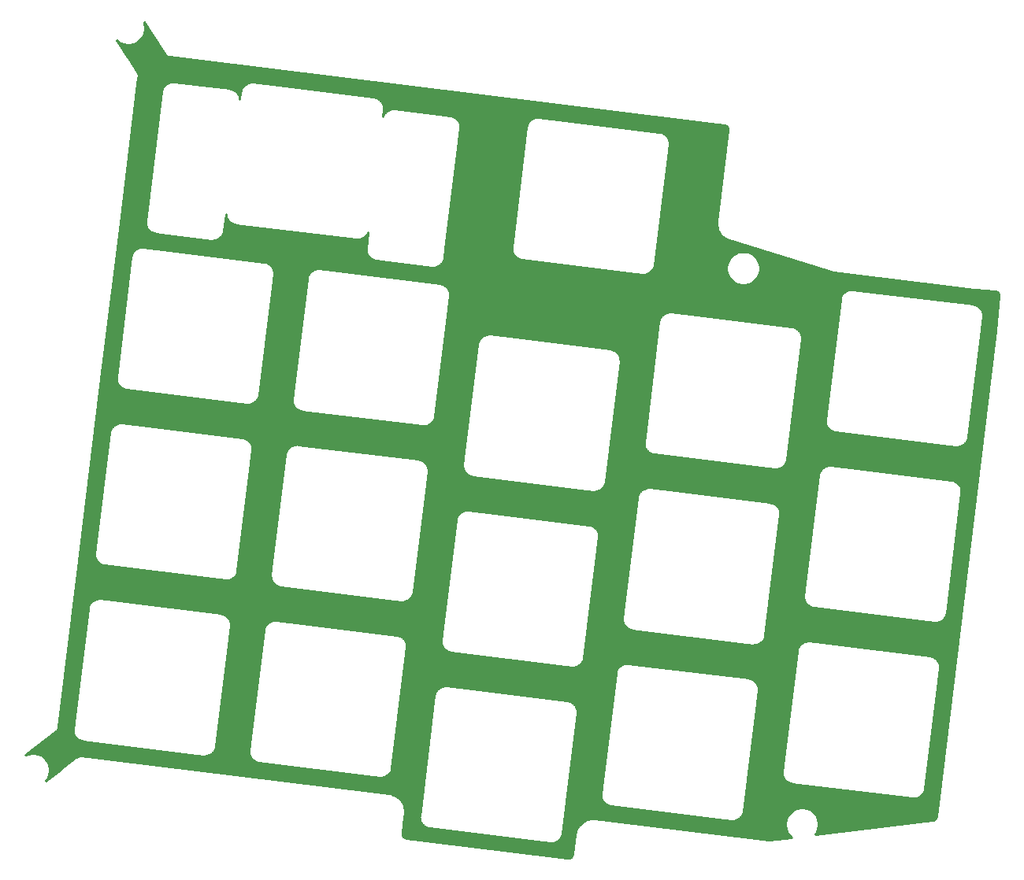
<source format=gbr>
G04 #@! TF.GenerationSoftware,KiCad,Pcbnew,(5.1.10-1-10_14)*
G04 #@! TF.CreationDate,2021-09-21T06:33:29-05:00*
G04 #@! TF.ProjectId,LeChiffre_Plate,4c654368-6966-4667-9265-5f506c617465,rev?*
G04 #@! TF.SameCoordinates,Original*
G04 #@! TF.FileFunction,Copper,L1,Top*
G04 #@! TF.FilePolarity,Positive*
%FSLAX46Y46*%
G04 Gerber Fmt 4.6, Leading zero omitted, Abs format (unit mm)*
G04 Created by KiCad (PCBNEW (5.1.10-1-10_14)) date 2021-09-21 06:33:29*
%MOMM*%
%LPD*%
G01*
G04 APERTURE LIST*
G04 #@! TA.AperFunction,SMDPad,CuDef*
%ADD10R,1.000000X1.000000*%
G04 #@! TD*
G04 #@! TA.AperFunction,ViaPad*
%ADD11C,0.800000*%
G04 #@! TD*
G04 #@! TA.AperFunction,Conductor*
%ADD12C,0.254000*%
G04 #@! TD*
G04 #@! TA.AperFunction,Conductor*
%ADD13C,0.100000*%
G04 #@! TD*
G04 APERTURE END LIST*
D10*
X183400000Y-132850000D03*
D11*
X181650000Y-133500000D03*
D12*
X109787244Y-50513286D02*
X109823504Y-50570478D01*
X109851725Y-50600087D01*
X109877320Y-50632012D01*
X109901561Y-50652374D01*
X109923395Y-50675282D01*
X109956850Y-50698817D01*
X109988181Y-50725134D01*
X110015927Y-50740375D01*
X110041812Y-50758584D01*
X110079218Y-50775141D01*
X110115079Y-50794839D01*
X110145263Y-50804373D01*
X110174206Y-50817184D01*
X110214125Y-50826125D01*
X110253137Y-50838448D01*
X110320507Y-50845862D01*
X169896928Y-58160926D01*
X170020089Y-58188456D01*
X170102495Y-58224802D01*
X170176270Y-58276459D01*
X170238607Y-58341463D01*
X170287131Y-58417339D01*
X170319993Y-58501193D01*
X170335942Y-58589836D01*
X170333780Y-58713699D01*
X169128633Y-68528851D01*
X169127544Y-68574233D01*
X169124241Y-68604032D01*
X169124183Y-68614294D01*
X169124494Y-68848492D01*
X169131084Y-68914801D01*
X169136745Y-68981156D01*
X169138681Y-68991234D01*
X169184475Y-69220912D01*
X169203815Y-69284663D01*
X169222260Y-69348670D01*
X169226117Y-69358180D01*
X169315650Y-69574590D01*
X169347028Y-69633416D01*
X169377534Y-69692580D01*
X169383164Y-69701160D01*
X169513027Y-69896057D01*
X169555237Y-69947671D01*
X169596648Y-69999777D01*
X169603837Y-70007100D01*
X169769083Y-70173061D01*
X169820460Y-70215449D01*
X169871254Y-70258562D01*
X169879729Y-70264349D01*
X170074062Y-70395054D01*
X170132730Y-70426675D01*
X170190900Y-70459084D01*
X170200337Y-70463114D01*
X170416357Y-70553583D01*
X170416365Y-70553585D01*
X170449363Y-70567422D01*
X181441133Y-73953967D01*
X181467684Y-73965719D01*
X181510144Y-73975229D01*
X181517063Y-73977361D01*
X181545387Y-73983123D01*
X181573563Y-73989434D01*
X181580741Y-73990315D01*
X181623387Y-73998991D01*
X181652426Y-73999117D01*
X196821755Y-75861676D01*
X196834244Y-75864024D01*
X196857579Y-75866075D01*
X196880817Y-75868928D01*
X196893515Y-75869233D01*
X199007260Y-76054992D01*
X199131284Y-76078253D01*
X199214891Y-76111731D01*
X199290407Y-76160814D01*
X199354951Y-76223629D01*
X199406065Y-76297785D01*
X199441800Y-76380451D01*
X199460799Y-76468494D01*
X199462913Y-76592372D01*
X199138507Y-80283758D01*
X192723622Y-132528821D01*
X192696092Y-132651984D01*
X192659747Y-132734388D01*
X192608089Y-132808164D01*
X192543085Y-132870501D01*
X192467209Y-132919025D01*
X192376326Y-132954642D01*
X192285588Y-132972883D01*
X179692625Y-134504208D01*
X179878123Y-134226590D01*
X180013532Y-133899683D01*
X180082563Y-133552640D01*
X180082563Y-133198798D01*
X180013532Y-132851755D01*
X179878123Y-132524848D01*
X179681539Y-132230639D01*
X179431335Y-131980435D01*
X179137126Y-131783851D01*
X178810219Y-131648442D01*
X178463176Y-131579411D01*
X178109334Y-131579411D01*
X177762291Y-131648442D01*
X177435384Y-131783851D01*
X177141175Y-131980435D01*
X176890971Y-132230639D01*
X176694387Y-132524848D01*
X176558978Y-132851755D01*
X176489947Y-133198798D01*
X176489947Y-133552640D01*
X176558978Y-133899683D01*
X176694387Y-134226590D01*
X176890971Y-134520799D01*
X177141175Y-134771003D01*
X177196210Y-134807776D01*
X174839361Y-135094373D01*
X174685902Y-135097944D01*
X174682201Y-135097579D01*
X156015171Y-132805557D01*
X155983496Y-132804797D01*
X155976200Y-132803849D01*
X155965941Y-132803598D01*
X155731777Y-132799511D01*
X155665336Y-132804857D01*
X155598906Y-132809269D01*
X155588793Y-132811015D01*
X155358297Y-132852488D01*
X155294178Y-132870632D01*
X155229851Y-132887868D01*
X155220270Y-132891546D01*
X155002217Y-132977000D01*
X154942823Y-133007263D01*
X154883089Y-133036655D01*
X154874405Y-133042123D01*
X154677104Y-133168302D01*
X154624714Y-133209529D01*
X154571831Y-133249961D01*
X154564374Y-133257012D01*
X154395339Y-133419111D01*
X154351967Y-133469714D01*
X154307933Y-133519661D01*
X154301988Y-133528026D01*
X154167657Y-133719871D01*
X154134939Y-133777935D01*
X154101446Y-133835482D01*
X154097241Y-133844839D01*
X154097238Y-133844844D01*
X154097236Y-133844849D01*
X154002729Y-134059124D01*
X153981912Y-134122441D01*
X153960234Y-134185397D01*
X153957925Y-134195396D01*
X153906836Y-134423955D01*
X153906835Y-134423963D01*
X153899014Y-134458881D01*
X153641547Y-136555782D01*
X153614019Y-136678935D01*
X153577674Y-136761340D01*
X153526016Y-136835116D01*
X153461013Y-136897453D01*
X153385135Y-136945978D01*
X153301281Y-136978840D01*
X153212639Y-136994789D01*
X153088773Y-136992627D01*
X135785080Y-134868002D01*
X135661938Y-134840476D01*
X135579533Y-134804131D01*
X135505757Y-134752473D01*
X135443420Y-134687470D01*
X135394895Y-134611592D01*
X135362033Y-134527738D01*
X135346084Y-134439095D01*
X135348246Y-134315221D01*
X135554992Y-132631405D01*
X137171057Y-132631405D01*
X137176401Y-132697824D01*
X137180814Y-132764273D01*
X137182561Y-132774383D01*
X137182561Y-132774389D01*
X137182562Y-132774394D01*
X137199841Y-132870426D01*
X137217970Y-132934496D01*
X137235222Y-132998879D01*
X137238900Y-133008459D01*
X137274506Y-133099315D01*
X137304753Y-133158677D01*
X137334157Y-133218436D01*
X137339626Y-133227120D01*
X137392200Y-133309329D01*
X137433418Y-133361709D01*
X137473865Y-133414610D01*
X137480915Y-133422067D01*
X137548457Y-133492498D01*
X137599099Y-133535902D01*
X137648999Y-133579896D01*
X137657364Y-133585842D01*
X137737299Y-133641813D01*
X137795360Y-133674530D01*
X137852916Y-133708028D01*
X137862269Y-133712232D01*
X137862273Y-133712234D01*
X137862276Y-133712235D01*
X137951559Y-133751614D01*
X138014866Y-133772428D01*
X138077832Y-133794109D01*
X138087831Y-133796418D01*
X138183064Y-133817705D01*
X138183072Y-133817706D01*
X138217990Y-133825527D01*
X151192760Y-135418628D01*
X151223951Y-135419377D01*
X151226879Y-135419757D01*
X151237138Y-135420008D01*
X151285164Y-135420846D01*
X151301232Y-135421232D01*
X151301782Y-135421136D01*
X151334706Y-135421711D01*
X151401127Y-135416367D01*
X151467574Y-135411954D01*
X151477684Y-135410208D01*
X151477691Y-135410207D01*
X151477698Y-135410205D01*
X151573727Y-135392927D01*
X151637797Y-135374798D01*
X151702180Y-135357546D01*
X151711760Y-135353868D01*
X151802616Y-135318262D01*
X151861978Y-135288015D01*
X151921737Y-135258611D01*
X151930421Y-135253142D01*
X152012630Y-135200568D01*
X152065010Y-135159350D01*
X152117911Y-135118903D01*
X152125368Y-135111853D01*
X152195799Y-135044311D01*
X152239203Y-134993669D01*
X152283197Y-134943769D01*
X152289143Y-134935404D01*
X152345114Y-134855469D01*
X152377831Y-134797408D01*
X152411329Y-134739852D01*
X152415536Y-134730492D01*
X152454915Y-134641209D01*
X152475729Y-134577902D01*
X152497410Y-134514936D01*
X152499719Y-134504937D01*
X152521006Y-134409704D01*
X152521007Y-134409696D01*
X152528828Y-134374778D01*
X153038231Y-130226015D01*
X156659464Y-130226015D01*
X156664808Y-130292434D01*
X156669221Y-130358883D01*
X156670968Y-130368993D01*
X156670968Y-130368999D01*
X156670969Y-130369004D01*
X156688248Y-130465036D01*
X156706377Y-130529106D01*
X156723629Y-130593489D01*
X156727307Y-130603069D01*
X156762913Y-130693925D01*
X156793160Y-130753287D01*
X156822564Y-130813046D01*
X156828033Y-130821730D01*
X156880607Y-130903939D01*
X156921825Y-130956319D01*
X156962272Y-131009220D01*
X156969322Y-131016677D01*
X157036864Y-131087108D01*
X157087506Y-131130512D01*
X157137406Y-131174506D01*
X157145771Y-131180452D01*
X157225706Y-131236423D01*
X157283767Y-131269140D01*
X157341323Y-131302638D01*
X157350676Y-131306842D01*
X157350680Y-131306844D01*
X157350683Y-131306845D01*
X157439966Y-131346224D01*
X157503273Y-131367038D01*
X157566239Y-131388719D01*
X157576238Y-131391028D01*
X157671471Y-131412315D01*
X157671479Y-131412316D01*
X157706397Y-131420137D01*
X170681167Y-133013238D01*
X170712358Y-133013987D01*
X170715286Y-133014367D01*
X170725545Y-133014618D01*
X170773571Y-133015456D01*
X170789639Y-133015842D01*
X170790189Y-133015746D01*
X170823113Y-133016321D01*
X170889534Y-133010977D01*
X170955981Y-133006564D01*
X170966091Y-133004818D01*
X170966098Y-133004817D01*
X170966105Y-133004815D01*
X171062134Y-132987537D01*
X171126204Y-132969408D01*
X171190587Y-132952156D01*
X171200167Y-132948478D01*
X171291023Y-132912872D01*
X171350385Y-132882625D01*
X171410144Y-132853221D01*
X171418828Y-132847752D01*
X171501037Y-132795178D01*
X171553417Y-132753960D01*
X171606318Y-132713513D01*
X171613775Y-132706463D01*
X171684206Y-132638921D01*
X171727610Y-132588279D01*
X171771604Y-132538379D01*
X171777550Y-132530014D01*
X171833521Y-132450079D01*
X171866238Y-132392018D01*
X171899736Y-132334462D01*
X171903943Y-132325102D01*
X171943322Y-132235819D01*
X171964136Y-132172512D01*
X171985817Y-132109546D01*
X171988126Y-132099547D01*
X172009413Y-132004314D01*
X172009414Y-132004306D01*
X172017235Y-131969388D01*
X172526638Y-127820625D01*
X176147871Y-127820625D01*
X176153215Y-127887044D01*
X176157628Y-127953493D01*
X176159375Y-127963603D01*
X176159375Y-127963609D01*
X176159376Y-127963614D01*
X176176655Y-128059646D01*
X176194784Y-128123716D01*
X176212036Y-128188099D01*
X176215714Y-128197679D01*
X176251320Y-128288535D01*
X176281567Y-128347897D01*
X176310971Y-128407656D01*
X176316440Y-128416340D01*
X176369014Y-128498549D01*
X176410232Y-128550929D01*
X176450679Y-128603830D01*
X176457729Y-128611287D01*
X176525271Y-128681718D01*
X176575913Y-128725122D01*
X176625813Y-128769116D01*
X176634178Y-128775062D01*
X176714113Y-128831033D01*
X176772174Y-128863750D01*
X176829730Y-128897248D01*
X176839083Y-128901452D01*
X176839087Y-128901454D01*
X176839090Y-128901455D01*
X176928373Y-128940834D01*
X176991680Y-128961648D01*
X177054646Y-128983329D01*
X177064645Y-128985638D01*
X177159878Y-129006925D01*
X177159886Y-129006926D01*
X177194804Y-129014747D01*
X190169574Y-130607848D01*
X190200765Y-130608597D01*
X190203693Y-130608977D01*
X190213952Y-130609228D01*
X190261978Y-130610066D01*
X190278046Y-130610452D01*
X190278596Y-130610356D01*
X190311520Y-130610931D01*
X190377941Y-130605587D01*
X190444388Y-130601174D01*
X190454498Y-130599428D01*
X190454505Y-130599427D01*
X190454512Y-130599425D01*
X190550541Y-130582147D01*
X190614611Y-130564018D01*
X190678994Y-130546766D01*
X190688574Y-130543088D01*
X190779430Y-130507482D01*
X190838792Y-130477235D01*
X190898551Y-130447831D01*
X190907235Y-130442362D01*
X190989444Y-130389788D01*
X191041824Y-130348570D01*
X191094725Y-130308123D01*
X191102182Y-130301073D01*
X191172613Y-130233531D01*
X191216017Y-130182889D01*
X191260011Y-130132989D01*
X191265957Y-130124624D01*
X191321928Y-130044689D01*
X191354645Y-129986628D01*
X191388143Y-129929072D01*
X191392350Y-129919712D01*
X191431729Y-129830429D01*
X191452543Y-129767122D01*
X191474224Y-129704156D01*
X191476533Y-129694157D01*
X191497820Y-129598924D01*
X191497821Y-129598916D01*
X191505642Y-129563998D01*
X193098743Y-116589228D01*
X193099492Y-116558037D01*
X193099872Y-116555109D01*
X193100123Y-116544850D01*
X193100961Y-116496824D01*
X193101347Y-116480756D01*
X193101251Y-116480206D01*
X193101826Y-116447282D01*
X193096482Y-116380863D01*
X193092069Y-116314414D01*
X193090322Y-116304301D01*
X193090322Y-116304297D01*
X193090320Y-116304290D01*
X193073042Y-116208260D01*
X193054910Y-116144181D01*
X193037661Y-116079808D01*
X193033983Y-116070228D01*
X192998377Y-115979373D01*
X192968130Y-115920010D01*
X192938726Y-115860252D01*
X192933258Y-115851567D01*
X192880683Y-115769358D01*
X192839461Y-115716974D01*
X192799018Y-115664077D01*
X192791968Y-115656620D01*
X192724426Y-115586189D01*
X192673806Y-115542804D01*
X192623884Y-115498790D01*
X192615519Y-115492845D01*
X192535584Y-115436873D01*
X192477494Y-115404141D01*
X192419967Y-115370659D01*
X192410614Y-115366455D01*
X192410610Y-115366453D01*
X192410607Y-115366452D01*
X192321323Y-115327073D01*
X192257988Y-115306249D01*
X192195051Y-115284578D01*
X192185058Y-115282271D01*
X192185053Y-115282269D01*
X192185049Y-115282268D01*
X192090262Y-115261081D01*
X192054893Y-115253159D01*
X179080122Y-113660059D01*
X179048932Y-113659310D01*
X179046004Y-113658930D01*
X179035745Y-113658679D01*
X178987718Y-113657841D01*
X178971651Y-113657455D01*
X178971101Y-113657551D01*
X178938177Y-113656976D01*
X178871760Y-113662320D01*
X178805309Y-113666733D01*
X178795199Y-113668480D01*
X178795193Y-113668480D01*
X178795188Y-113668481D01*
X178699155Y-113685760D01*
X178635076Y-113703892D01*
X178570703Y-113721141D01*
X178561123Y-113724819D01*
X178470268Y-113760425D01*
X178410905Y-113790672D01*
X178351147Y-113820076D01*
X178342462Y-113825544D01*
X178260253Y-113878119D01*
X178207869Y-113919341D01*
X178154972Y-113959784D01*
X178147515Y-113966834D01*
X178077084Y-114034376D01*
X178033699Y-114084996D01*
X177989685Y-114134918D01*
X177983740Y-114143283D01*
X177927768Y-114223218D01*
X177895036Y-114281308D01*
X177861554Y-114338835D01*
X177857347Y-114348195D01*
X177817968Y-114437479D01*
X177797144Y-114500814D01*
X177775473Y-114563751D01*
X177773164Y-114573751D01*
X177751976Y-114668540D01*
X177744054Y-114703909D01*
X176150954Y-127678680D01*
X176150205Y-127709870D01*
X176149825Y-127712798D01*
X176149574Y-127723057D01*
X176148736Y-127771084D01*
X176148350Y-127787151D01*
X176148446Y-127787701D01*
X176147871Y-127820625D01*
X172526638Y-127820625D01*
X173610336Y-118994618D01*
X173611085Y-118963427D01*
X173611465Y-118960499D01*
X173611716Y-118950240D01*
X173612554Y-118902214D01*
X173612940Y-118886146D01*
X173612844Y-118885596D01*
X173613419Y-118852672D01*
X173608075Y-118786253D01*
X173603662Y-118719804D01*
X173601915Y-118709691D01*
X173601915Y-118709687D01*
X173601913Y-118709680D01*
X173584635Y-118613650D01*
X173566503Y-118549571D01*
X173549254Y-118485198D01*
X173545576Y-118475618D01*
X173509970Y-118384763D01*
X173479723Y-118325400D01*
X173450319Y-118265642D01*
X173444851Y-118256957D01*
X173392276Y-118174748D01*
X173351054Y-118122364D01*
X173310611Y-118069467D01*
X173303561Y-118062010D01*
X173236019Y-117991579D01*
X173185399Y-117948194D01*
X173135477Y-117904180D01*
X173127112Y-117898235D01*
X173047177Y-117842263D01*
X172989087Y-117809531D01*
X172931560Y-117776049D01*
X172922207Y-117771845D01*
X172922203Y-117771843D01*
X172922200Y-117771842D01*
X172832916Y-117732463D01*
X172769581Y-117711639D01*
X172706644Y-117689968D01*
X172696651Y-117687661D01*
X172696646Y-117687659D01*
X172696642Y-117687658D01*
X172601855Y-117666471D01*
X172566486Y-117658549D01*
X159591715Y-116065449D01*
X159560525Y-116064700D01*
X159557597Y-116064320D01*
X159547338Y-116064069D01*
X159499311Y-116063231D01*
X159483244Y-116062845D01*
X159482694Y-116062941D01*
X159449770Y-116062366D01*
X159383353Y-116067710D01*
X159316902Y-116072123D01*
X159306792Y-116073870D01*
X159306786Y-116073870D01*
X159306781Y-116073871D01*
X159210748Y-116091150D01*
X159146669Y-116109282D01*
X159082296Y-116126531D01*
X159072716Y-116130209D01*
X158981861Y-116165815D01*
X158922498Y-116196062D01*
X158862740Y-116225466D01*
X158854055Y-116230934D01*
X158771846Y-116283509D01*
X158719462Y-116324731D01*
X158666565Y-116365174D01*
X158659108Y-116372224D01*
X158588677Y-116439766D01*
X158545292Y-116490386D01*
X158501278Y-116540308D01*
X158495333Y-116548673D01*
X158439361Y-116628608D01*
X158406629Y-116686698D01*
X158373147Y-116744225D01*
X158368940Y-116753585D01*
X158329561Y-116842869D01*
X158308737Y-116906204D01*
X158287066Y-116969141D01*
X158284757Y-116979141D01*
X158263734Y-117073194D01*
X158255647Y-117109299D01*
X156662547Y-130084070D01*
X156661798Y-130115260D01*
X156661418Y-130118188D01*
X156661167Y-130128447D01*
X156660329Y-130176474D01*
X156659943Y-130192541D01*
X156660039Y-130193091D01*
X156659464Y-130226015D01*
X153038231Y-130226015D01*
X154121929Y-121400008D01*
X154122678Y-121368817D01*
X154123058Y-121365889D01*
X154123309Y-121355630D01*
X154124147Y-121307604D01*
X154124533Y-121291536D01*
X154124437Y-121290986D01*
X154125012Y-121258062D01*
X154119668Y-121191643D01*
X154115255Y-121125194D01*
X154113508Y-121115081D01*
X154113508Y-121115077D01*
X154113506Y-121115070D01*
X154096228Y-121019040D01*
X154078096Y-120954961D01*
X154060847Y-120890588D01*
X154057169Y-120881008D01*
X154021563Y-120790153D01*
X153991316Y-120730790D01*
X153961912Y-120671032D01*
X153956444Y-120662347D01*
X153903869Y-120580138D01*
X153862647Y-120527754D01*
X153822204Y-120474857D01*
X153815154Y-120467400D01*
X153747612Y-120396969D01*
X153696992Y-120353584D01*
X153647070Y-120309570D01*
X153638705Y-120303625D01*
X153558770Y-120247653D01*
X153500680Y-120214921D01*
X153443153Y-120181439D01*
X153433800Y-120177235D01*
X153433796Y-120177233D01*
X153433793Y-120177232D01*
X153344509Y-120137853D01*
X153281174Y-120117029D01*
X153218237Y-120095358D01*
X153208244Y-120093051D01*
X153208239Y-120093049D01*
X153208235Y-120093048D01*
X153113448Y-120071861D01*
X153078079Y-120063939D01*
X140103308Y-118470839D01*
X140072118Y-118470090D01*
X140069190Y-118469710D01*
X140058931Y-118469459D01*
X140010904Y-118468621D01*
X139994837Y-118468235D01*
X139994287Y-118468331D01*
X139961363Y-118467756D01*
X139894946Y-118473100D01*
X139828495Y-118477513D01*
X139818385Y-118479260D01*
X139818379Y-118479260D01*
X139818374Y-118479261D01*
X139722341Y-118496540D01*
X139658262Y-118514672D01*
X139593889Y-118531921D01*
X139584309Y-118535599D01*
X139493454Y-118571205D01*
X139434091Y-118601452D01*
X139374333Y-118630856D01*
X139365648Y-118636324D01*
X139283439Y-118688899D01*
X139231055Y-118730121D01*
X139178158Y-118770564D01*
X139170701Y-118777614D01*
X139100270Y-118845156D01*
X139056885Y-118895776D01*
X139012871Y-118945698D01*
X139006926Y-118954063D01*
X138950954Y-119033998D01*
X138918222Y-119092088D01*
X138884740Y-119149615D01*
X138880533Y-119158975D01*
X138841154Y-119248259D01*
X138820330Y-119311594D01*
X138798659Y-119374531D01*
X138796350Y-119384531D01*
X138775327Y-119478584D01*
X138767240Y-119514689D01*
X137174140Y-132489460D01*
X137173391Y-132520650D01*
X137173011Y-132523578D01*
X137172760Y-132533837D01*
X137171922Y-132581864D01*
X137171536Y-132597931D01*
X137171632Y-132598481D01*
X137171057Y-132631405D01*
X135554992Y-132631405D01*
X135606387Y-132212829D01*
X135607147Y-132181153D01*
X135608095Y-132173857D01*
X135608346Y-132163597D01*
X135612433Y-131929434D01*
X135607087Y-131862993D01*
X135602675Y-131796563D01*
X135600929Y-131786450D01*
X135559456Y-131555954D01*
X135541312Y-131491835D01*
X135524076Y-131427508D01*
X135520398Y-131417927D01*
X135434944Y-131199874D01*
X135404681Y-131140480D01*
X135375289Y-131080746D01*
X135369821Y-131072062D01*
X135243642Y-130874761D01*
X135202415Y-130822371D01*
X135161983Y-130769488D01*
X135154932Y-130762031D01*
X134992833Y-130592996D01*
X134942230Y-130549624D01*
X134892283Y-130505590D01*
X134883918Y-130499645D01*
X134692073Y-130365314D01*
X134634009Y-130332596D01*
X134576462Y-130299103D01*
X134567105Y-130294898D01*
X134567100Y-130294895D01*
X134567095Y-130294893D01*
X134352820Y-130200386D01*
X134289503Y-130179569D01*
X134226547Y-130157891D01*
X134216548Y-130155582D01*
X133990626Y-130105082D01*
X133953063Y-130096669D01*
X100835079Y-126030293D01*
X100799682Y-126022365D01*
X100763417Y-126021494D01*
X100763414Y-126021494D01*
X100654943Y-126018890D01*
X100654942Y-126018890D01*
X100633033Y-126022704D01*
X100512306Y-126043720D01*
X100377253Y-126095900D01*
X100357627Y-126108343D01*
X100285615Y-126153999D01*
X100285611Y-126154002D01*
X100254976Y-126173425D01*
X100228719Y-126198451D01*
X98708035Y-127386541D01*
X98707516Y-127386871D01*
X98679393Y-127408918D01*
X98651611Y-127430624D01*
X98651172Y-127431043D01*
X97022570Y-128707801D01*
X97040161Y-128690210D01*
X97236745Y-128396001D01*
X97372154Y-128069094D01*
X97441185Y-127722051D01*
X97441185Y-127368209D01*
X97372154Y-127021166D01*
X97236745Y-126694259D01*
X97040161Y-126400050D01*
X96789957Y-126149846D01*
X96495748Y-125953262D01*
X96168841Y-125817853D01*
X95821798Y-125748822D01*
X95467956Y-125748822D01*
X95120913Y-125817853D01*
X94837793Y-125935125D01*
X98058996Y-123409831D01*
X98089120Y-123390732D01*
X98115822Y-123365281D01*
X98116305Y-123364903D01*
X98142210Y-123340130D01*
X98193924Y-123290841D01*
X98194274Y-123290343D01*
X98194723Y-123289914D01*
X98214863Y-123261182D01*
X99935451Y-123261182D01*
X99940795Y-123327601D01*
X99945208Y-123394050D01*
X99946955Y-123404160D01*
X99946955Y-123404166D01*
X99946956Y-123404171D01*
X99964235Y-123500203D01*
X99982364Y-123564273D01*
X99999616Y-123628656D01*
X100003294Y-123638236D01*
X100038900Y-123729092D01*
X100069147Y-123788454D01*
X100098551Y-123848213D01*
X100104020Y-123856897D01*
X100156594Y-123939106D01*
X100197812Y-123991486D01*
X100238259Y-124044387D01*
X100245309Y-124051844D01*
X100312851Y-124122275D01*
X100363493Y-124165679D01*
X100413393Y-124209673D01*
X100421758Y-124215619D01*
X100501693Y-124271590D01*
X100559754Y-124304307D01*
X100617310Y-124337805D01*
X100626663Y-124342009D01*
X100626667Y-124342011D01*
X100626670Y-124342012D01*
X100715953Y-124381391D01*
X100779260Y-124402205D01*
X100842226Y-124423886D01*
X100852225Y-124426195D01*
X100947458Y-124447482D01*
X100947468Y-124447483D01*
X100982385Y-124455304D01*
X113957155Y-126048405D01*
X113988346Y-126049154D01*
X113991274Y-126049534D01*
X114001533Y-126049785D01*
X114049559Y-126050623D01*
X114065627Y-126051009D01*
X114066177Y-126050913D01*
X114099101Y-126051488D01*
X114165522Y-126046144D01*
X114231969Y-126041731D01*
X114242079Y-126039985D01*
X114242086Y-126039984D01*
X114242093Y-126039982D01*
X114338122Y-126022704D01*
X114402192Y-126004575D01*
X114466575Y-125987323D01*
X114476155Y-125983645D01*
X114567011Y-125948039D01*
X114626395Y-125917781D01*
X114686137Y-125888384D01*
X114694821Y-125882916D01*
X114777030Y-125830341D01*
X114829409Y-125789123D01*
X114882302Y-125748683D01*
X114889759Y-125741632D01*
X114960189Y-125674092D01*
X115003561Y-125623490D01*
X115039439Y-125582793D01*
X118843455Y-125582793D01*
X118848799Y-125649212D01*
X118853212Y-125715661D01*
X118854959Y-125725771D01*
X118854959Y-125725777D01*
X118854960Y-125725782D01*
X118872239Y-125821814D01*
X118890368Y-125885884D01*
X118907620Y-125950267D01*
X118911298Y-125959847D01*
X118946904Y-126050703D01*
X118977151Y-126110065D01*
X119006555Y-126169824D01*
X119012024Y-126178508D01*
X119064598Y-126260717D01*
X119105816Y-126313097D01*
X119146263Y-126365998D01*
X119153313Y-126373455D01*
X119220855Y-126443886D01*
X119271497Y-126487290D01*
X119321397Y-126531284D01*
X119329762Y-126537230D01*
X119409697Y-126593201D01*
X119467758Y-126625918D01*
X119525314Y-126659416D01*
X119534667Y-126663620D01*
X119534671Y-126663622D01*
X119534674Y-126663623D01*
X119623957Y-126703002D01*
X119687264Y-126723816D01*
X119750230Y-126745497D01*
X119760229Y-126747806D01*
X119855462Y-126769093D01*
X119855472Y-126769094D01*
X119890389Y-126776915D01*
X132865159Y-128370016D01*
X132896350Y-128370765D01*
X132899278Y-128371145D01*
X132909537Y-128371396D01*
X132957563Y-128372234D01*
X132973631Y-128372620D01*
X132974181Y-128372524D01*
X133007105Y-128373099D01*
X133073526Y-128367755D01*
X133139973Y-128363342D01*
X133150083Y-128361596D01*
X133150090Y-128361595D01*
X133150097Y-128361593D01*
X133246126Y-128344315D01*
X133310196Y-128326186D01*
X133374579Y-128308934D01*
X133384159Y-128305256D01*
X133475015Y-128269650D01*
X133534399Y-128239392D01*
X133594141Y-128209995D01*
X133602825Y-128204527D01*
X133685034Y-128151952D01*
X133737413Y-128110734D01*
X133790306Y-128070294D01*
X133797763Y-128063243D01*
X133868193Y-127995703D01*
X133911565Y-127945101D01*
X133955603Y-127895149D01*
X133961548Y-127886784D01*
X134017518Y-127806848D01*
X134050238Y-127748779D01*
X134083727Y-127691239D01*
X134087934Y-127681879D01*
X134127313Y-127592596D01*
X134148127Y-127529289D01*
X134169808Y-127466323D01*
X134172117Y-127456324D01*
X134193404Y-127361091D01*
X134201227Y-127326166D01*
X135794328Y-114351396D01*
X135795077Y-114320205D01*
X135795457Y-114317277D01*
X135795708Y-114307018D01*
X135796546Y-114258992D01*
X135796932Y-114242924D01*
X135796836Y-114242374D01*
X135797411Y-114209450D01*
X135792067Y-114143031D01*
X135787654Y-114076582D01*
X135785907Y-114066469D01*
X135785907Y-114066465D01*
X135785905Y-114066458D01*
X135768627Y-113970428D01*
X135750495Y-113906349D01*
X135733246Y-113841976D01*
X135729568Y-113832396D01*
X135693962Y-113741541D01*
X135684720Y-113723401D01*
X139492668Y-113723401D01*
X139498012Y-113789820D01*
X139502425Y-113856269D01*
X139504172Y-113866379D01*
X139504172Y-113866385D01*
X139504173Y-113866390D01*
X139521452Y-113962422D01*
X139539581Y-114026492D01*
X139556833Y-114090875D01*
X139560511Y-114100455D01*
X139596117Y-114191311D01*
X139626364Y-114250673D01*
X139655768Y-114310432D01*
X139661237Y-114319116D01*
X139713811Y-114401325D01*
X139755029Y-114453705D01*
X139795476Y-114506606D01*
X139802526Y-114514063D01*
X139870068Y-114584494D01*
X139920710Y-114627898D01*
X139970610Y-114671892D01*
X139978975Y-114677838D01*
X140058910Y-114733809D01*
X140116971Y-114766526D01*
X140174527Y-114800024D01*
X140183880Y-114804228D01*
X140183884Y-114804230D01*
X140183887Y-114804231D01*
X140273170Y-114843610D01*
X140336477Y-114864424D01*
X140399443Y-114886105D01*
X140409442Y-114888414D01*
X140504675Y-114909701D01*
X140504683Y-114909702D01*
X140539601Y-114917523D01*
X153514371Y-116510624D01*
X153545562Y-116511373D01*
X153548490Y-116511753D01*
X153558749Y-116512004D01*
X153606775Y-116512842D01*
X153622843Y-116513228D01*
X153623393Y-116513132D01*
X153656317Y-116513707D01*
X153722738Y-116508363D01*
X153789185Y-116503950D01*
X153799295Y-116502204D01*
X153799302Y-116502203D01*
X153799309Y-116502201D01*
X153895338Y-116484923D01*
X153959408Y-116466794D01*
X154023791Y-116449542D01*
X154033371Y-116445864D01*
X154124227Y-116410258D01*
X154183589Y-116380011D01*
X154243348Y-116350607D01*
X154252032Y-116345138D01*
X154334241Y-116292564D01*
X154386621Y-116251346D01*
X154439522Y-116210899D01*
X154446979Y-116203849D01*
X154517410Y-116136307D01*
X154560814Y-116085665D01*
X154604808Y-116035765D01*
X154610754Y-116027400D01*
X154666725Y-115947465D01*
X154699442Y-115889404D01*
X154732940Y-115831848D01*
X154737147Y-115822488D01*
X154776526Y-115733205D01*
X154797340Y-115669898D01*
X154819021Y-115606932D01*
X154821330Y-115596933D01*
X154842617Y-115501700D01*
X154842618Y-115501692D01*
X154850439Y-115466774D01*
X155359842Y-111318011D01*
X158981075Y-111318011D01*
X158986419Y-111384430D01*
X158990832Y-111450879D01*
X158992579Y-111460989D01*
X158992579Y-111460995D01*
X158992580Y-111461000D01*
X159009859Y-111557032D01*
X159027988Y-111621102D01*
X159045240Y-111685485D01*
X159048918Y-111695065D01*
X159084524Y-111785921D01*
X159114771Y-111845283D01*
X159144175Y-111905042D01*
X159149644Y-111913726D01*
X159202218Y-111995935D01*
X159243436Y-112048315D01*
X159283883Y-112101216D01*
X159290933Y-112108673D01*
X159358475Y-112179104D01*
X159409117Y-112222508D01*
X159459017Y-112266502D01*
X159467382Y-112272448D01*
X159547317Y-112328419D01*
X159605378Y-112361136D01*
X159662934Y-112394634D01*
X159672287Y-112398838D01*
X159672291Y-112398840D01*
X159672294Y-112398841D01*
X159761577Y-112438220D01*
X159824884Y-112459034D01*
X159887850Y-112480715D01*
X159897849Y-112483024D01*
X159993082Y-112504311D01*
X159993090Y-112504312D01*
X160028008Y-112512133D01*
X173002778Y-114105234D01*
X173033969Y-114105983D01*
X173036897Y-114106363D01*
X173047156Y-114106614D01*
X173095182Y-114107452D01*
X173111250Y-114107838D01*
X173111800Y-114107742D01*
X173144724Y-114108317D01*
X173211145Y-114102973D01*
X173277592Y-114098560D01*
X173287702Y-114096814D01*
X173287709Y-114096813D01*
X173287716Y-114096811D01*
X173383745Y-114079533D01*
X173447815Y-114061404D01*
X173512198Y-114044152D01*
X173521778Y-114040474D01*
X173612634Y-114004868D01*
X173671996Y-113974621D01*
X173731755Y-113945217D01*
X173740439Y-113939748D01*
X173822648Y-113887174D01*
X173875028Y-113845956D01*
X173927929Y-113805509D01*
X173935386Y-113798459D01*
X174005817Y-113730917D01*
X174049221Y-113680275D01*
X174093215Y-113630375D01*
X174099161Y-113622010D01*
X174155132Y-113542075D01*
X174187849Y-113484014D01*
X174221347Y-113426458D01*
X174225554Y-113417098D01*
X174264933Y-113327815D01*
X174285747Y-113264508D01*
X174307428Y-113201542D01*
X174309737Y-113191543D01*
X174331024Y-113096310D01*
X174331025Y-113096302D01*
X174338846Y-113061384D01*
X174848249Y-108912621D01*
X178469482Y-108912621D01*
X178474826Y-108979040D01*
X178479239Y-109045489D01*
X178480986Y-109055599D01*
X178480986Y-109055605D01*
X178480987Y-109055610D01*
X178498266Y-109151642D01*
X178516395Y-109215712D01*
X178533647Y-109280095D01*
X178537325Y-109289675D01*
X178572931Y-109380531D01*
X178603178Y-109439893D01*
X178632582Y-109499652D01*
X178638051Y-109508336D01*
X178690625Y-109590545D01*
X178731843Y-109642925D01*
X178772290Y-109695826D01*
X178779340Y-109703283D01*
X178846882Y-109773714D01*
X178897524Y-109817118D01*
X178947424Y-109861112D01*
X178955789Y-109867058D01*
X179035724Y-109923029D01*
X179093785Y-109955746D01*
X179151341Y-109989244D01*
X179160694Y-109993448D01*
X179160698Y-109993450D01*
X179160701Y-109993451D01*
X179249984Y-110032830D01*
X179313291Y-110053644D01*
X179376257Y-110075325D01*
X179386256Y-110077634D01*
X179481489Y-110098921D01*
X179481497Y-110098922D01*
X179516415Y-110106743D01*
X192491185Y-111699844D01*
X192522376Y-111700593D01*
X192525304Y-111700973D01*
X192535563Y-111701224D01*
X192583589Y-111702062D01*
X192599657Y-111702448D01*
X192600207Y-111702352D01*
X192633131Y-111702927D01*
X192699552Y-111697583D01*
X192765999Y-111693170D01*
X192776109Y-111691424D01*
X192776116Y-111691423D01*
X192776123Y-111691421D01*
X192872152Y-111674143D01*
X192936222Y-111656014D01*
X193000605Y-111638762D01*
X193010185Y-111635084D01*
X193101041Y-111599478D01*
X193160403Y-111569231D01*
X193220162Y-111539827D01*
X193228846Y-111534358D01*
X193311055Y-111481784D01*
X193363439Y-111440563D01*
X193416336Y-111400119D01*
X193423793Y-111393069D01*
X193494224Y-111325527D01*
X193537628Y-111274885D01*
X193581622Y-111224985D01*
X193587568Y-111216620D01*
X193643539Y-111136685D01*
X193676256Y-111078624D01*
X193709754Y-111021068D01*
X193713961Y-111011708D01*
X193753340Y-110922425D01*
X193774154Y-110859118D01*
X193795835Y-110796152D01*
X193798144Y-110786153D01*
X193819431Y-110690920D01*
X193819432Y-110690912D01*
X193827253Y-110655994D01*
X195420354Y-97681224D01*
X195421103Y-97650033D01*
X195421483Y-97647105D01*
X195421734Y-97636846D01*
X195422572Y-97588820D01*
X195422958Y-97572752D01*
X195422862Y-97572202D01*
X195423437Y-97539278D01*
X195418093Y-97472859D01*
X195413680Y-97406410D01*
X195411933Y-97396297D01*
X195411933Y-97396293D01*
X195411931Y-97396286D01*
X195394653Y-97300256D01*
X195376521Y-97236177D01*
X195359272Y-97171804D01*
X195355594Y-97162224D01*
X195319988Y-97071369D01*
X195289741Y-97012006D01*
X195260337Y-96952248D01*
X195254869Y-96943563D01*
X195202294Y-96861354D01*
X195161072Y-96808970D01*
X195120629Y-96756073D01*
X195113579Y-96748616D01*
X195046037Y-96678185D01*
X194995417Y-96634800D01*
X194945495Y-96590786D01*
X194937130Y-96584841D01*
X194857195Y-96528869D01*
X194799105Y-96496137D01*
X194741578Y-96462655D01*
X194732225Y-96458451D01*
X194732221Y-96458449D01*
X194732218Y-96458448D01*
X194642934Y-96419069D01*
X194579599Y-96398245D01*
X194516662Y-96376574D01*
X194506669Y-96374267D01*
X194506664Y-96374265D01*
X194506660Y-96374264D01*
X194411873Y-96353077D01*
X194376504Y-96345155D01*
X181401733Y-94752055D01*
X181370543Y-94751306D01*
X181367615Y-94750926D01*
X181357356Y-94750675D01*
X181309329Y-94749837D01*
X181293262Y-94749451D01*
X181292712Y-94749547D01*
X181259788Y-94748972D01*
X181193371Y-94754316D01*
X181126920Y-94758729D01*
X181116810Y-94760476D01*
X181116804Y-94760476D01*
X181116799Y-94760477D01*
X181020766Y-94777756D01*
X180956687Y-94795888D01*
X180892314Y-94813137D01*
X180882734Y-94816815D01*
X180791879Y-94852421D01*
X180732516Y-94882668D01*
X180672758Y-94912072D01*
X180664073Y-94917540D01*
X180581864Y-94970115D01*
X180529480Y-95011337D01*
X180476583Y-95051780D01*
X180469126Y-95058830D01*
X180398695Y-95126372D01*
X180355310Y-95176992D01*
X180311296Y-95226914D01*
X180305351Y-95235279D01*
X180249379Y-95315214D01*
X180216647Y-95373304D01*
X180183165Y-95430831D01*
X180178958Y-95440191D01*
X180139579Y-95529475D01*
X180118755Y-95592810D01*
X180097084Y-95655747D01*
X180094775Y-95665747D01*
X180073587Y-95760536D01*
X180065665Y-95795905D01*
X178472565Y-108770676D01*
X178471816Y-108801866D01*
X178471436Y-108804794D01*
X178471185Y-108815053D01*
X178470347Y-108863080D01*
X178469961Y-108879147D01*
X178470057Y-108879697D01*
X178469482Y-108912621D01*
X174848249Y-108912621D01*
X175931947Y-100086614D01*
X175932696Y-100055423D01*
X175933076Y-100052495D01*
X175933327Y-100042236D01*
X175934165Y-99994210D01*
X175934551Y-99978142D01*
X175934455Y-99977592D01*
X175935030Y-99944668D01*
X175929686Y-99878249D01*
X175925273Y-99811800D01*
X175923526Y-99801687D01*
X175923526Y-99801683D01*
X175923524Y-99801676D01*
X175906246Y-99705646D01*
X175888114Y-99641567D01*
X175870865Y-99577194D01*
X175867187Y-99567614D01*
X175831581Y-99476759D01*
X175801334Y-99417396D01*
X175771930Y-99357638D01*
X175766462Y-99348953D01*
X175713887Y-99266744D01*
X175672665Y-99214360D01*
X175632222Y-99161463D01*
X175625172Y-99154006D01*
X175557630Y-99083575D01*
X175507010Y-99040190D01*
X175457088Y-98996176D01*
X175448723Y-98990231D01*
X175368788Y-98934259D01*
X175310698Y-98901527D01*
X175253171Y-98868045D01*
X175243818Y-98863841D01*
X175243814Y-98863839D01*
X175243811Y-98863838D01*
X175154527Y-98824459D01*
X175091192Y-98803635D01*
X175028255Y-98781964D01*
X175018262Y-98779657D01*
X175018257Y-98779655D01*
X175018253Y-98779654D01*
X174923466Y-98758467D01*
X174888097Y-98750545D01*
X161913326Y-97157445D01*
X161882136Y-97156696D01*
X161879208Y-97156316D01*
X161868949Y-97156065D01*
X161820922Y-97155227D01*
X161804855Y-97154841D01*
X161804305Y-97154937D01*
X161771381Y-97154362D01*
X161704964Y-97159706D01*
X161638513Y-97164119D01*
X161628403Y-97165866D01*
X161628397Y-97165866D01*
X161628392Y-97165867D01*
X161532359Y-97183146D01*
X161468280Y-97201278D01*
X161403907Y-97218527D01*
X161394327Y-97222205D01*
X161303472Y-97257811D01*
X161244109Y-97288058D01*
X161184351Y-97317462D01*
X161175666Y-97322930D01*
X161093457Y-97375505D01*
X161041073Y-97416727D01*
X160988176Y-97457170D01*
X160980719Y-97464220D01*
X160910288Y-97531762D01*
X160866903Y-97582382D01*
X160822889Y-97632304D01*
X160816944Y-97640669D01*
X160760972Y-97720604D01*
X160728240Y-97778694D01*
X160694758Y-97836221D01*
X160690551Y-97845581D01*
X160651172Y-97934865D01*
X160630348Y-97998200D01*
X160608677Y-98061137D01*
X160606368Y-98071137D01*
X160585345Y-98165190D01*
X160577258Y-98201295D01*
X158984158Y-111176066D01*
X158983409Y-111207256D01*
X158983029Y-111210184D01*
X158982778Y-111220443D01*
X158981940Y-111268470D01*
X158981554Y-111284537D01*
X158981650Y-111285087D01*
X158981075Y-111318011D01*
X155359842Y-111318011D01*
X156443540Y-102492004D01*
X156444289Y-102460813D01*
X156444669Y-102457885D01*
X156444920Y-102447626D01*
X156445758Y-102399600D01*
X156446144Y-102383532D01*
X156446048Y-102382982D01*
X156446623Y-102350058D01*
X156441279Y-102283639D01*
X156436866Y-102217190D01*
X156435119Y-102207077D01*
X156435119Y-102207073D01*
X156435117Y-102207066D01*
X156417839Y-102111036D01*
X156399707Y-102046957D01*
X156382458Y-101982584D01*
X156378780Y-101973004D01*
X156343174Y-101882149D01*
X156312927Y-101822786D01*
X156283523Y-101763028D01*
X156278055Y-101754343D01*
X156225480Y-101672134D01*
X156184258Y-101619750D01*
X156143815Y-101566853D01*
X156136765Y-101559396D01*
X156069223Y-101488965D01*
X156018603Y-101445580D01*
X155968681Y-101401566D01*
X155960316Y-101395621D01*
X155880381Y-101339649D01*
X155822291Y-101306917D01*
X155764764Y-101273435D01*
X155755411Y-101269231D01*
X155755407Y-101269229D01*
X155755404Y-101269228D01*
X155666120Y-101229849D01*
X155602785Y-101209025D01*
X155539848Y-101187354D01*
X155529855Y-101185047D01*
X155529850Y-101185045D01*
X155529846Y-101185044D01*
X155435059Y-101163857D01*
X155399690Y-101155935D01*
X142424919Y-99562835D01*
X142393729Y-99562086D01*
X142390801Y-99561706D01*
X142380542Y-99561455D01*
X142332515Y-99560617D01*
X142316448Y-99560231D01*
X142315898Y-99560327D01*
X142282974Y-99559752D01*
X142216557Y-99565096D01*
X142150106Y-99569509D01*
X142139996Y-99571256D01*
X142139990Y-99571256D01*
X142139985Y-99571257D01*
X142043952Y-99588536D01*
X141979873Y-99606668D01*
X141915500Y-99623917D01*
X141905920Y-99627595D01*
X141815065Y-99663201D01*
X141755702Y-99693448D01*
X141695944Y-99722852D01*
X141687259Y-99728320D01*
X141605050Y-99780895D01*
X141552666Y-99822117D01*
X141499769Y-99862560D01*
X141492312Y-99869610D01*
X141421881Y-99937152D01*
X141378496Y-99987772D01*
X141334482Y-100037694D01*
X141328537Y-100046059D01*
X141272565Y-100125994D01*
X141239833Y-100184084D01*
X141206351Y-100241611D01*
X141202144Y-100250971D01*
X141162765Y-100340255D01*
X141141941Y-100403590D01*
X141120270Y-100466527D01*
X141117961Y-100476527D01*
X141096938Y-100570580D01*
X141088851Y-100606685D01*
X139495751Y-113581456D01*
X139495002Y-113612646D01*
X139494622Y-113615574D01*
X139494371Y-113625833D01*
X139493533Y-113673860D01*
X139493147Y-113689927D01*
X139493243Y-113690477D01*
X139492668Y-113723401D01*
X135684720Y-113723401D01*
X135663715Y-113682178D01*
X135634311Y-113622420D01*
X135628843Y-113613735D01*
X135576268Y-113531526D01*
X135535046Y-113479142D01*
X135494603Y-113426245D01*
X135487553Y-113418788D01*
X135420011Y-113348357D01*
X135369391Y-113304972D01*
X135319469Y-113260958D01*
X135311104Y-113255013D01*
X135231169Y-113199041D01*
X135173079Y-113166309D01*
X135115552Y-113132827D01*
X135106199Y-113128623D01*
X135106195Y-113128621D01*
X135106192Y-113128620D01*
X135016908Y-113089241D01*
X134953573Y-113068417D01*
X134890636Y-113046746D01*
X134880643Y-113044439D01*
X134880638Y-113044437D01*
X134880634Y-113044436D01*
X134785847Y-113023249D01*
X134750478Y-113015327D01*
X121775707Y-111422227D01*
X121744517Y-111421478D01*
X121741589Y-111421098D01*
X121731330Y-111420847D01*
X121683303Y-111420009D01*
X121667236Y-111419623D01*
X121666686Y-111419719D01*
X121633762Y-111419144D01*
X121567345Y-111424488D01*
X121500894Y-111428901D01*
X121490784Y-111430648D01*
X121490778Y-111430648D01*
X121490773Y-111430649D01*
X121394740Y-111447928D01*
X121330661Y-111466060D01*
X121266288Y-111483309D01*
X121256708Y-111486987D01*
X121165853Y-111522593D01*
X121106490Y-111552840D01*
X121046732Y-111582244D01*
X121038047Y-111587712D01*
X120955838Y-111640287D01*
X120903454Y-111681509D01*
X120850557Y-111721952D01*
X120843100Y-111729002D01*
X120772669Y-111796544D01*
X120729284Y-111847164D01*
X120685270Y-111897086D01*
X120679325Y-111905451D01*
X120623353Y-111985386D01*
X120590621Y-112043476D01*
X120557139Y-112101003D01*
X120552932Y-112110363D01*
X120513553Y-112199647D01*
X120492729Y-112262982D01*
X120471058Y-112325919D01*
X120468749Y-112335919D01*
X120447760Y-112429818D01*
X120439639Y-112466077D01*
X118846538Y-125440848D01*
X118845789Y-125472038D01*
X118845409Y-125474966D01*
X118845158Y-125485225D01*
X118844320Y-125533252D01*
X118843934Y-125549319D01*
X118844030Y-125549869D01*
X118843455Y-125582793D01*
X115039439Y-125582793D01*
X115047599Y-125573538D01*
X115053544Y-125565173D01*
X115109514Y-125485237D01*
X115142234Y-125427168D01*
X115175723Y-125369628D01*
X115179930Y-125360268D01*
X115219309Y-125270985D01*
X115240123Y-125207678D01*
X115261804Y-125144712D01*
X115264113Y-125134713D01*
X115285400Y-125039480D01*
X115285401Y-125039474D01*
X115293222Y-125004555D01*
X116886324Y-112029785D01*
X116887073Y-111998594D01*
X116887453Y-111995666D01*
X116887704Y-111985407D01*
X116888542Y-111937381D01*
X116888928Y-111921313D01*
X116888832Y-111920763D01*
X116889407Y-111887839D01*
X116884063Y-111821420D01*
X116879650Y-111754971D01*
X116877903Y-111744858D01*
X116877903Y-111744854D01*
X116877901Y-111744847D01*
X116860623Y-111648817D01*
X116842491Y-111584738D01*
X116825242Y-111520365D01*
X116821564Y-111510785D01*
X116785958Y-111419930D01*
X116755711Y-111360567D01*
X116726307Y-111300809D01*
X116720839Y-111292124D01*
X116668264Y-111209915D01*
X116627042Y-111157531D01*
X116586599Y-111104634D01*
X116579549Y-111097177D01*
X116512007Y-111026746D01*
X116461387Y-110983361D01*
X116411465Y-110939347D01*
X116403100Y-110933402D01*
X116323165Y-110877430D01*
X116265075Y-110844698D01*
X116207548Y-110811216D01*
X116198195Y-110807012D01*
X116198191Y-110807010D01*
X116198188Y-110807009D01*
X116108904Y-110767630D01*
X116045569Y-110746806D01*
X115982632Y-110725135D01*
X115972639Y-110722828D01*
X115972634Y-110722826D01*
X115972630Y-110722825D01*
X115877400Y-110701539D01*
X115842473Y-110693716D01*
X102867702Y-109100616D01*
X102836512Y-109099867D01*
X102833584Y-109099487D01*
X102823325Y-109099236D01*
X102775298Y-109098398D01*
X102759231Y-109098012D01*
X102758681Y-109098108D01*
X102725757Y-109097533D01*
X102659340Y-109102877D01*
X102592889Y-109107290D01*
X102582779Y-109109037D01*
X102582773Y-109109037D01*
X102582768Y-109109038D01*
X102486735Y-109126317D01*
X102422656Y-109144449D01*
X102358283Y-109161698D01*
X102348703Y-109165376D01*
X102257848Y-109200982D01*
X102198479Y-109231232D01*
X102138721Y-109260637D01*
X102130037Y-109266105D01*
X102047828Y-109318680D01*
X101995451Y-109359897D01*
X101942556Y-109400338D01*
X101935099Y-109407389D01*
X101864668Y-109474930D01*
X101821292Y-109525538D01*
X101777259Y-109575484D01*
X101771314Y-109583849D01*
X101715343Y-109663784D01*
X101682607Y-109721882D01*
X101649135Y-109779393D01*
X101644928Y-109788753D01*
X101605549Y-109878037D01*
X101584725Y-109941372D01*
X101563054Y-110004309D01*
X101560745Y-110014309D01*
X101539667Y-110108605D01*
X101531635Y-110144466D01*
X99938534Y-123119237D01*
X99937785Y-123150427D01*
X99937405Y-123153355D01*
X99937154Y-123163614D01*
X99936316Y-123211641D01*
X99935930Y-123227708D01*
X99936026Y-123228258D01*
X99935451Y-123261182D01*
X98214863Y-123261182D01*
X98236134Y-123230838D01*
X98277226Y-123172424D01*
X98277475Y-123171862D01*
X98277828Y-123171358D01*
X98306890Y-123105405D01*
X98335826Y-123040030D01*
X98335959Y-123039434D01*
X98336209Y-123038868D01*
X98351862Y-122968436D01*
X98359541Y-122934151D01*
X98359615Y-122933550D01*
X98367619Y-122897534D01*
X98368416Y-122861872D01*
X100640997Y-104353178D01*
X102257062Y-104353178D01*
X102262406Y-104419597D01*
X102266819Y-104486046D01*
X102268566Y-104496156D01*
X102268566Y-104496162D01*
X102268567Y-104496167D01*
X102285846Y-104592199D01*
X102303975Y-104656269D01*
X102321227Y-104720652D01*
X102324905Y-104730232D01*
X102360511Y-104821088D01*
X102390758Y-104880450D01*
X102420162Y-104940209D01*
X102425631Y-104948893D01*
X102478205Y-105031102D01*
X102519423Y-105083482D01*
X102559870Y-105136383D01*
X102566920Y-105143840D01*
X102634462Y-105214271D01*
X102685104Y-105257675D01*
X102735004Y-105301669D01*
X102743369Y-105307615D01*
X102823304Y-105363586D01*
X102881365Y-105396303D01*
X102938921Y-105429801D01*
X102948274Y-105434005D01*
X102948278Y-105434007D01*
X102948281Y-105434008D01*
X103037564Y-105473387D01*
X103100871Y-105494201D01*
X103163837Y-105515882D01*
X103173836Y-105518191D01*
X103269069Y-105539478D01*
X103269079Y-105539479D01*
X103303996Y-105547300D01*
X116278766Y-107140401D01*
X116309957Y-107141150D01*
X116312885Y-107141530D01*
X116323144Y-107141781D01*
X116371170Y-107142619D01*
X116387238Y-107143005D01*
X116387788Y-107142909D01*
X116420712Y-107143484D01*
X116487133Y-107138140D01*
X116553580Y-107133727D01*
X116563690Y-107131981D01*
X116563697Y-107131980D01*
X116563704Y-107131978D01*
X116659733Y-107114700D01*
X116723803Y-107096571D01*
X116788186Y-107079319D01*
X116797766Y-107075641D01*
X116888622Y-107040035D01*
X116948006Y-107009777D01*
X117007748Y-106980380D01*
X117016432Y-106974912D01*
X117098641Y-106922337D01*
X117151020Y-106881119D01*
X117203913Y-106840679D01*
X117211370Y-106833628D01*
X117281800Y-106766088D01*
X117325172Y-106715486D01*
X117361050Y-106674789D01*
X121165066Y-106674789D01*
X121170410Y-106741208D01*
X121174823Y-106807657D01*
X121176570Y-106817767D01*
X121176570Y-106817773D01*
X121176571Y-106817778D01*
X121193850Y-106913810D01*
X121211979Y-106977880D01*
X121229231Y-107042263D01*
X121232909Y-107051843D01*
X121268515Y-107142699D01*
X121298762Y-107202061D01*
X121328166Y-107261820D01*
X121333635Y-107270504D01*
X121386209Y-107352713D01*
X121427427Y-107405093D01*
X121467874Y-107457994D01*
X121474924Y-107465451D01*
X121542466Y-107535882D01*
X121593108Y-107579286D01*
X121643008Y-107623280D01*
X121651373Y-107629226D01*
X121731308Y-107685197D01*
X121789369Y-107717914D01*
X121846925Y-107751412D01*
X121856278Y-107755616D01*
X121856282Y-107755618D01*
X121856285Y-107755619D01*
X121945568Y-107794998D01*
X122008875Y-107815812D01*
X122071841Y-107837493D01*
X122081840Y-107839802D01*
X122177073Y-107861089D01*
X122177083Y-107861090D01*
X122212000Y-107868911D01*
X135186770Y-109462012D01*
X135217961Y-109462761D01*
X135220889Y-109463141D01*
X135231148Y-109463392D01*
X135279174Y-109464230D01*
X135295242Y-109464616D01*
X135295792Y-109464520D01*
X135328716Y-109465095D01*
X135395137Y-109459751D01*
X135461584Y-109455338D01*
X135471694Y-109453592D01*
X135471701Y-109453591D01*
X135471708Y-109453589D01*
X135567737Y-109436311D01*
X135631807Y-109418182D01*
X135696190Y-109400930D01*
X135705770Y-109397252D01*
X135796626Y-109361646D01*
X135856010Y-109331388D01*
X135915752Y-109301991D01*
X135924436Y-109296523D01*
X136006645Y-109243948D01*
X136059024Y-109202730D01*
X136111917Y-109162290D01*
X136119374Y-109155239D01*
X136189804Y-109087699D01*
X136233176Y-109037097D01*
X136277214Y-108987145D01*
X136283159Y-108978780D01*
X136339129Y-108898844D01*
X136371849Y-108840775D01*
X136405338Y-108783235D01*
X136409545Y-108773875D01*
X136448924Y-108684592D01*
X136469738Y-108621285D01*
X136491419Y-108558319D01*
X136493728Y-108548320D01*
X136515015Y-108453087D01*
X136522838Y-108418162D01*
X138115939Y-95443392D01*
X138116688Y-95412201D01*
X138117068Y-95409273D01*
X138117319Y-95399014D01*
X138118157Y-95350988D01*
X138118543Y-95334920D01*
X138118447Y-95334370D01*
X138119022Y-95301446D01*
X138113678Y-95235027D01*
X138109265Y-95168578D01*
X138107518Y-95158465D01*
X138107518Y-95158461D01*
X138107516Y-95158454D01*
X138090238Y-95062424D01*
X138072106Y-94998345D01*
X138054857Y-94933972D01*
X138051179Y-94924392D01*
X138015573Y-94833537D01*
X138006331Y-94815397D01*
X141814279Y-94815397D01*
X141819623Y-94881816D01*
X141824036Y-94948265D01*
X141825783Y-94958375D01*
X141825783Y-94958381D01*
X141825784Y-94958386D01*
X141843063Y-95054418D01*
X141861192Y-95118488D01*
X141878444Y-95182871D01*
X141882122Y-95192451D01*
X141917728Y-95283307D01*
X141947986Y-95342691D01*
X141977383Y-95402433D01*
X141982851Y-95411117D01*
X142035426Y-95493326D01*
X142076644Y-95545705D01*
X142117084Y-95598598D01*
X142124135Y-95606055D01*
X142191675Y-95676485D01*
X142242277Y-95719857D01*
X142292229Y-95763895D01*
X142300594Y-95769840D01*
X142380530Y-95825810D01*
X142438599Y-95858530D01*
X142496139Y-95892019D01*
X142505499Y-95896226D01*
X142505505Y-95896229D01*
X142594782Y-95935605D01*
X142658089Y-95956419D01*
X142721055Y-95978100D01*
X142731054Y-95980409D01*
X142825355Y-96001488D01*
X142861212Y-96009519D01*
X155835982Y-97602620D01*
X155867173Y-97603369D01*
X155870101Y-97603749D01*
X155880360Y-97604000D01*
X155928386Y-97604838D01*
X155944454Y-97605224D01*
X155945004Y-97605128D01*
X155977928Y-97605703D01*
X156044349Y-97600359D01*
X156110796Y-97595946D01*
X156120906Y-97594200D01*
X156120913Y-97594199D01*
X156120920Y-97594197D01*
X156216949Y-97576919D01*
X156281019Y-97558790D01*
X156345402Y-97541538D01*
X156354982Y-97537860D01*
X156445838Y-97502254D01*
X156505200Y-97472007D01*
X156564959Y-97442603D01*
X156573643Y-97437134D01*
X156655852Y-97384560D01*
X156708232Y-97343342D01*
X156761133Y-97302895D01*
X156768590Y-97295845D01*
X156839021Y-97228303D01*
X156882425Y-97177661D01*
X156926419Y-97127761D01*
X156932365Y-97119396D01*
X156988336Y-97039461D01*
X157021053Y-96981400D01*
X157054551Y-96923844D01*
X157058758Y-96914484D01*
X157098137Y-96825201D01*
X157118951Y-96761894D01*
X157140632Y-96698928D01*
X157142941Y-96688929D01*
X157164228Y-96593696D01*
X157164229Y-96593688D01*
X157172050Y-96558770D01*
X157681453Y-92410007D01*
X161302686Y-92410007D01*
X161308030Y-92476426D01*
X161312443Y-92542875D01*
X161314190Y-92552985D01*
X161314190Y-92552991D01*
X161314191Y-92552996D01*
X161331470Y-92649028D01*
X161349599Y-92713098D01*
X161366851Y-92777481D01*
X161370529Y-92787061D01*
X161406135Y-92877917D01*
X161436393Y-92937301D01*
X161465790Y-92997043D01*
X161471258Y-93005727D01*
X161523833Y-93087936D01*
X161565051Y-93140315D01*
X161605491Y-93193208D01*
X161612542Y-93200665D01*
X161680082Y-93271095D01*
X161730684Y-93314467D01*
X161780636Y-93358505D01*
X161789001Y-93364450D01*
X161868937Y-93420420D01*
X161927006Y-93453140D01*
X161984546Y-93486629D01*
X161993906Y-93490836D01*
X161993912Y-93490839D01*
X162083189Y-93530215D01*
X162146496Y-93551029D01*
X162209462Y-93572710D01*
X162219461Y-93575019D01*
X162313762Y-93596098D01*
X162349619Y-93604129D01*
X175324389Y-95197230D01*
X175355580Y-95197979D01*
X175358508Y-95198359D01*
X175368767Y-95198610D01*
X175416793Y-95199448D01*
X175432861Y-95199834D01*
X175433411Y-95199738D01*
X175466335Y-95200313D01*
X175532756Y-95194969D01*
X175599203Y-95190556D01*
X175609313Y-95188810D01*
X175609320Y-95188809D01*
X175609327Y-95188807D01*
X175705356Y-95171529D01*
X175769426Y-95153400D01*
X175833809Y-95136148D01*
X175843389Y-95132470D01*
X175934245Y-95096864D01*
X175993607Y-95066617D01*
X176053366Y-95037213D01*
X176062050Y-95031744D01*
X176144259Y-94979170D01*
X176196639Y-94937952D01*
X176249540Y-94897505D01*
X176256997Y-94890455D01*
X176327428Y-94822913D01*
X176370832Y-94772271D01*
X176414826Y-94722371D01*
X176420772Y-94714006D01*
X176476743Y-94634071D01*
X176509460Y-94576010D01*
X176542958Y-94518454D01*
X176547165Y-94509094D01*
X176586544Y-94419811D01*
X176607358Y-94356504D01*
X176629039Y-94293538D01*
X176631348Y-94283539D01*
X176652635Y-94188306D01*
X176652636Y-94188298D01*
X176660457Y-94153380D01*
X177169860Y-90004617D01*
X180791093Y-90004617D01*
X180796437Y-90071036D01*
X180800850Y-90137485D01*
X180802597Y-90147595D01*
X180802597Y-90147601D01*
X180802598Y-90147606D01*
X180819877Y-90243638D01*
X180838006Y-90307708D01*
X180855258Y-90372091D01*
X180858936Y-90381671D01*
X180894542Y-90472527D01*
X180924800Y-90531911D01*
X180954197Y-90591653D01*
X180959665Y-90600337D01*
X181012240Y-90682546D01*
X181053458Y-90734925D01*
X181093898Y-90787818D01*
X181100949Y-90795275D01*
X181168489Y-90865705D01*
X181219091Y-90909077D01*
X181269043Y-90953115D01*
X181277408Y-90959060D01*
X181357344Y-91015030D01*
X181415413Y-91047750D01*
X181472953Y-91081239D01*
X181482313Y-91085446D01*
X181482319Y-91085449D01*
X181571596Y-91124825D01*
X181634903Y-91145639D01*
X181697869Y-91167320D01*
X181707868Y-91169629D01*
X181803101Y-91190916D01*
X181803107Y-91190917D01*
X181838026Y-91198738D01*
X194812796Y-92791840D01*
X194843987Y-92792589D01*
X194846915Y-92792969D01*
X194857174Y-92793220D01*
X194905200Y-92794058D01*
X194921268Y-92794444D01*
X194921818Y-92794348D01*
X194954742Y-92794923D01*
X195021163Y-92789579D01*
X195087610Y-92785166D01*
X195097720Y-92783420D01*
X195097727Y-92783419D01*
X195097734Y-92783417D01*
X195193763Y-92766139D01*
X195257833Y-92748010D01*
X195322216Y-92730758D01*
X195331796Y-92727080D01*
X195422652Y-92691474D01*
X195482014Y-92661227D01*
X195541773Y-92631823D01*
X195550457Y-92626354D01*
X195632666Y-92573780D01*
X195685050Y-92532559D01*
X195737947Y-92492115D01*
X195745404Y-92485065D01*
X195815835Y-92417523D01*
X195859239Y-92366881D01*
X195903233Y-92316981D01*
X195909179Y-92308616D01*
X195965150Y-92228681D01*
X195997867Y-92170620D01*
X196031365Y-92113064D01*
X196035572Y-92103704D01*
X196074951Y-92014421D01*
X196095765Y-91951114D01*
X196117446Y-91888148D01*
X196119755Y-91878149D01*
X196141042Y-91782916D01*
X196141043Y-91782908D01*
X196148864Y-91747990D01*
X197741965Y-78773220D01*
X197742714Y-78742029D01*
X197743094Y-78739101D01*
X197743345Y-78728842D01*
X197744183Y-78680816D01*
X197744569Y-78664748D01*
X197744473Y-78664198D01*
X197745048Y-78631274D01*
X197739704Y-78564855D01*
X197735291Y-78498406D01*
X197733544Y-78488293D01*
X197733544Y-78488289D01*
X197733542Y-78488282D01*
X197716264Y-78392252D01*
X197698132Y-78328173D01*
X197680883Y-78263800D01*
X197677205Y-78254220D01*
X197641599Y-78163365D01*
X197611352Y-78104002D01*
X197581948Y-78044244D01*
X197576480Y-78035559D01*
X197523905Y-77953350D01*
X197482683Y-77900966D01*
X197442240Y-77848069D01*
X197435190Y-77840612D01*
X197367648Y-77770181D01*
X197317028Y-77726796D01*
X197267106Y-77682782D01*
X197258741Y-77676837D01*
X197178806Y-77620865D01*
X197120716Y-77588133D01*
X197063189Y-77554651D01*
X197053836Y-77550447D01*
X197053832Y-77550445D01*
X197053829Y-77550444D01*
X196964545Y-77511065D01*
X196901210Y-77490241D01*
X196838273Y-77468570D01*
X196828280Y-77466263D01*
X196828275Y-77466261D01*
X196828271Y-77466260D01*
X196733484Y-77445073D01*
X196698115Y-77437151D01*
X183723344Y-75844050D01*
X183692154Y-75843301D01*
X183689226Y-75842921D01*
X183678967Y-75842670D01*
X183630940Y-75841832D01*
X183614873Y-75841446D01*
X183614323Y-75841542D01*
X183581399Y-75840967D01*
X183514982Y-75846311D01*
X183448531Y-75850724D01*
X183438421Y-75852471D01*
X183438415Y-75852471D01*
X183438410Y-75852472D01*
X183342377Y-75869751D01*
X183278298Y-75887883D01*
X183213925Y-75905132D01*
X183204345Y-75908810D01*
X183113490Y-75944416D01*
X183054127Y-75974663D01*
X182994369Y-76004067D01*
X182985684Y-76009535D01*
X182903475Y-76062110D01*
X182851091Y-76103332D01*
X182798194Y-76143775D01*
X182790737Y-76150825D01*
X182720306Y-76218367D01*
X182676921Y-76268987D01*
X182632907Y-76318909D01*
X182626962Y-76327274D01*
X182570990Y-76407209D01*
X182538258Y-76465299D01*
X182504776Y-76522826D01*
X182500569Y-76532186D01*
X182461190Y-76621470D01*
X182440366Y-76684805D01*
X182418695Y-76747742D01*
X182416386Y-76757742D01*
X182395099Y-76852974D01*
X182387276Y-76887901D01*
X180794176Y-89862672D01*
X180793427Y-89893862D01*
X180793047Y-89896790D01*
X180792796Y-89907049D01*
X180791958Y-89955076D01*
X180791572Y-89971143D01*
X180791668Y-89971693D01*
X180791093Y-90004617D01*
X177169860Y-90004617D01*
X178253558Y-81178610D01*
X178254307Y-81147419D01*
X178254687Y-81144491D01*
X178254938Y-81134232D01*
X178255776Y-81086206D01*
X178256162Y-81070138D01*
X178256066Y-81069588D01*
X178256641Y-81036664D01*
X178251297Y-80970245D01*
X178246884Y-80903796D01*
X178245137Y-80893683D01*
X178245137Y-80893679D01*
X178245135Y-80893672D01*
X178227857Y-80797642D01*
X178209725Y-80733563D01*
X178192476Y-80669190D01*
X178188798Y-80659610D01*
X178153192Y-80568755D01*
X178122945Y-80509392D01*
X178093541Y-80449634D01*
X178088073Y-80440949D01*
X178035498Y-80358740D01*
X177994276Y-80306356D01*
X177953833Y-80253459D01*
X177946783Y-80246002D01*
X177879241Y-80175571D01*
X177828621Y-80132186D01*
X177778699Y-80088172D01*
X177770334Y-80082227D01*
X177690399Y-80026255D01*
X177632309Y-79993523D01*
X177574782Y-79960041D01*
X177565429Y-79955837D01*
X177565425Y-79955835D01*
X177565422Y-79955834D01*
X177476138Y-79916455D01*
X177412803Y-79895631D01*
X177349866Y-79873960D01*
X177339873Y-79871653D01*
X177339868Y-79871651D01*
X177339864Y-79871650D01*
X177245077Y-79850463D01*
X177209708Y-79842541D01*
X164234937Y-78249440D01*
X164203747Y-78248691D01*
X164200819Y-78248311D01*
X164190560Y-78248060D01*
X164142533Y-78247222D01*
X164126466Y-78246836D01*
X164125916Y-78246932D01*
X164092992Y-78246357D01*
X164026575Y-78251701D01*
X163960124Y-78256114D01*
X163950014Y-78257861D01*
X163950008Y-78257861D01*
X163950003Y-78257862D01*
X163853970Y-78275141D01*
X163789891Y-78293273D01*
X163725518Y-78310522D01*
X163715938Y-78314200D01*
X163625083Y-78349806D01*
X163565720Y-78380053D01*
X163505962Y-78409457D01*
X163497277Y-78414925D01*
X163415068Y-78467500D01*
X163362684Y-78508722D01*
X163309787Y-78549165D01*
X163302330Y-78556215D01*
X163231899Y-78623757D01*
X163188514Y-78674377D01*
X163144500Y-78724299D01*
X163138555Y-78732664D01*
X163082583Y-78812599D01*
X163049851Y-78870689D01*
X163016369Y-78928216D01*
X163012162Y-78937576D01*
X162972783Y-79026860D01*
X162951959Y-79090195D01*
X162930288Y-79153132D01*
X162927979Y-79163132D01*
X162906692Y-79258364D01*
X162898869Y-79293291D01*
X161305769Y-92268062D01*
X161305020Y-92299252D01*
X161304640Y-92302180D01*
X161304389Y-92312439D01*
X161303551Y-92360466D01*
X161303165Y-92376533D01*
X161303261Y-92377083D01*
X161302686Y-92410007D01*
X157681453Y-92410007D01*
X158765151Y-83584000D01*
X158765900Y-83552809D01*
X158766280Y-83549881D01*
X158766531Y-83539622D01*
X158767369Y-83491596D01*
X158767755Y-83475528D01*
X158767659Y-83474978D01*
X158768234Y-83442054D01*
X158762890Y-83375635D01*
X158758477Y-83309186D01*
X158756730Y-83299073D01*
X158756730Y-83299069D01*
X158756728Y-83299062D01*
X158739450Y-83203032D01*
X158721318Y-83138953D01*
X158704069Y-83074580D01*
X158700391Y-83065000D01*
X158664785Y-82974145D01*
X158634538Y-82914782D01*
X158605134Y-82855024D01*
X158599666Y-82846339D01*
X158547091Y-82764130D01*
X158505869Y-82711746D01*
X158465426Y-82658849D01*
X158458376Y-82651392D01*
X158390834Y-82580961D01*
X158340214Y-82537576D01*
X158290292Y-82493562D01*
X158281927Y-82487617D01*
X158201992Y-82431645D01*
X158143902Y-82398913D01*
X158086375Y-82365431D01*
X158077022Y-82361227D01*
X158077018Y-82361225D01*
X158077015Y-82361224D01*
X157987731Y-82321845D01*
X157924396Y-82301021D01*
X157861459Y-82279350D01*
X157851466Y-82277043D01*
X157851461Y-82277041D01*
X157851457Y-82277040D01*
X157756670Y-82255853D01*
X157721301Y-82247931D01*
X144746530Y-80654830D01*
X144715340Y-80654081D01*
X144712412Y-80653701D01*
X144702153Y-80653450D01*
X144654126Y-80652612D01*
X144638059Y-80652226D01*
X144637509Y-80652322D01*
X144604585Y-80651747D01*
X144538168Y-80657091D01*
X144471717Y-80661504D01*
X144461607Y-80663251D01*
X144461601Y-80663251D01*
X144461596Y-80663252D01*
X144365563Y-80680531D01*
X144301484Y-80698663D01*
X144237111Y-80715912D01*
X144227531Y-80719590D01*
X144136676Y-80755196D01*
X144077297Y-80785451D01*
X144017552Y-80814849D01*
X144008868Y-80820317D01*
X143926658Y-80872892D01*
X143874271Y-80914116D01*
X143821383Y-80954552D01*
X143813926Y-80961603D01*
X143743495Y-81029144D01*
X143700126Y-81079744D01*
X143656092Y-81129689D01*
X143650147Y-81138054D01*
X143594175Y-81217989D01*
X143561450Y-81276065D01*
X143527959Y-81333609D01*
X143523752Y-81342969D01*
X143484374Y-81432254D01*
X143463561Y-81495557D01*
X143441880Y-81558523D01*
X143439571Y-81568523D01*
X143418284Y-81663755D01*
X143418283Y-81663763D01*
X143410462Y-81698681D01*
X141817362Y-94673452D01*
X141816613Y-94704642D01*
X141816233Y-94707570D01*
X141815982Y-94717829D01*
X141815144Y-94765856D01*
X141814758Y-94781923D01*
X141814854Y-94782473D01*
X141814279Y-94815397D01*
X138006331Y-94815397D01*
X137985326Y-94774174D01*
X137955922Y-94714416D01*
X137950454Y-94705731D01*
X137897879Y-94623522D01*
X137856657Y-94571138D01*
X137816214Y-94518241D01*
X137809164Y-94510784D01*
X137741622Y-94440353D01*
X137691002Y-94396968D01*
X137641080Y-94352954D01*
X137632715Y-94347009D01*
X137552780Y-94291037D01*
X137494690Y-94258305D01*
X137437163Y-94224823D01*
X137427810Y-94220619D01*
X137427806Y-94220617D01*
X137427803Y-94220616D01*
X137338519Y-94181237D01*
X137275184Y-94160413D01*
X137212247Y-94138742D01*
X137202254Y-94136435D01*
X137202249Y-94136433D01*
X137202245Y-94136432D01*
X137107458Y-94115245D01*
X137072089Y-94107323D01*
X124097318Y-92514223D01*
X124066128Y-92513474D01*
X124063200Y-92513094D01*
X124052941Y-92512843D01*
X124004914Y-92512005D01*
X123988847Y-92511619D01*
X123988297Y-92511715D01*
X123955373Y-92511140D01*
X123888956Y-92516484D01*
X123822505Y-92520897D01*
X123812395Y-92522644D01*
X123812389Y-92522644D01*
X123812384Y-92522645D01*
X123716351Y-92539924D01*
X123652272Y-92558056D01*
X123587899Y-92575305D01*
X123578319Y-92578983D01*
X123487464Y-92614589D01*
X123428101Y-92644836D01*
X123368343Y-92674240D01*
X123359658Y-92679708D01*
X123277449Y-92732283D01*
X123225065Y-92773505D01*
X123172168Y-92813948D01*
X123164711Y-92820998D01*
X123094280Y-92888540D01*
X123050895Y-92939160D01*
X123006881Y-92989082D01*
X123000936Y-92997447D01*
X122944964Y-93077382D01*
X122912232Y-93135472D01*
X122878750Y-93192999D01*
X122874543Y-93202359D01*
X122835164Y-93291643D01*
X122814340Y-93354978D01*
X122792669Y-93417915D01*
X122790360Y-93427915D01*
X122769371Y-93521814D01*
X122761250Y-93558073D01*
X121168149Y-106532844D01*
X121167400Y-106564034D01*
X121167020Y-106566962D01*
X121166769Y-106577221D01*
X121165931Y-106625248D01*
X121165545Y-106641315D01*
X121165641Y-106641865D01*
X121165066Y-106674789D01*
X117361050Y-106674789D01*
X117369210Y-106665534D01*
X117375155Y-106657169D01*
X117431125Y-106577233D01*
X117463845Y-106519164D01*
X117497334Y-106461624D01*
X117501541Y-106452264D01*
X117540920Y-106362981D01*
X117561734Y-106299674D01*
X117583415Y-106236708D01*
X117585724Y-106226709D01*
X117607011Y-106131476D01*
X117607012Y-106131470D01*
X117614833Y-106096551D01*
X119207935Y-93121781D01*
X119208684Y-93090590D01*
X119209064Y-93087662D01*
X119209315Y-93077403D01*
X119210153Y-93029377D01*
X119210539Y-93013309D01*
X119210443Y-93012759D01*
X119211018Y-92979835D01*
X119205674Y-92913416D01*
X119201261Y-92846967D01*
X119199514Y-92836854D01*
X119199514Y-92836850D01*
X119199512Y-92836843D01*
X119182234Y-92740813D01*
X119164102Y-92676734D01*
X119146853Y-92612361D01*
X119143175Y-92602781D01*
X119107569Y-92511926D01*
X119077322Y-92452563D01*
X119047918Y-92392805D01*
X119042450Y-92384120D01*
X118989875Y-92301911D01*
X118948653Y-92249527D01*
X118908210Y-92196630D01*
X118901160Y-92189173D01*
X118833618Y-92118742D01*
X118782998Y-92075357D01*
X118733076Y-92031343D01*
X118724711Y-92025398D01*
X118644776Y-91969426D01*
X118586686Y-91936694D01*
X118529159Y-91903212D01*
X118519806Y-91899008D01*
X118519802Y-91899006D01*
X118519799Y-91899005D01*
X118430515Y-91859626D01*
X118367180Y-91838802D01*
X118304243Y-91817131D01*
X118294250Y-91814824D01*
X118294245Y-91814822D01*
X118294241Y-91814821D01*
X118199011Y-91793535D01*
X118164084Y-91785712D01*
X105189313Y-90192612D01*
X105158123Y-90191863D01*
X105155195Y-90191483D01*
X105144936Y-90191232D01*
X105096909Y-90190394D01*
X105080842Y-90190008D01*
X105080292Y-90190104D01*
X105047368Y-90189529D01*
X104980951Y-90194873D01*
X104914500Y-90199286D01*
X104904390Y-90201033D01*
X104904384Y-90201033D01*
X104904379Y-90201034D01*
X104808346Y-90218313D01*
X104744267Y-90236445D01*
X104679894Y-90253694D01*
X104670314Y-90257372D01*
X104579459Y-90292978D01*
X104520090Y-90323228D01*
X104460332Y-90352633D01*
X104451648Y-90358101D01*
X104369439Y-90410676D01*
X104317060Y-90451894D01*
X104264167Y-90492334D01*
X104256710Y-90499385D01*
X104186279Y-90566926D01*
X104142903Y-90617534D01*
X104098870Y-90667480D01*
X104092925Y-90675845D01*
X104036954Y-90755780D01*
X104004218Y-90813878D01*
X103970746Y-90871389D01*
X103966539Y-90880749D01*
X103927160Y-90970033D01*
X103906336Y-91033368D01*
X103884665Y-91096305D01*
X103882356Y-91106305D01*
X103861278Y-91200601D01*
X103853246Y-91236462D01*
X102260145Y-104211233D01*
X102259396Y-104242423D01*
X102259016Y-104245351D01*
X102258765Y-104255610D01*
X102257927Y-104303637D01*
X102257541Y-104319704D01*
X102257637Y-104320254D01*
X102257062Y-104353178D01*
X100640997Y-104353178D01*
X102962608Y-85445174D01*
X104578673Y-85445174D01*
X104584017Y-85511593D01*
X104588430Y-85578042D01*
X104590177Y-85588152D01*
X104590177Y-85588158D01*
X104590178Y-85588163D01*
X104607457Y-85684195D01*
X104625586Y-85748265D01*
X104642838Y-85812648D01*
X104646516Y-85822228D01*
X104682122Y-85913084D01*
X104712380Y-85972468D01*
X104741777Y-86032210D01*
X104747245Y-86040894D01*
X104799820Y-86123103D01*
X104841038Y-86175482D01*
X104881478Y-86228375D01*
X104888529Y-86235832D01*
X104956069Y-86306262D01*
X105006671Y-86349634D01*
X105056623Y-86393672D01*
X105064988Y-86399617D01*
X105144924Y-86455587D01*
X105202993Y-86488307D01*
X105260533Y-86521796D01*
X105269893Y-86526003D01*
X105269899Y-86526006D01*
X105359176Y-86565382D01*
X105422483Y-86586196D01*
X105485449Y-86607877D01*
X105495448Y-86610186D01*
X105590240Y-86631374D01*
X105625607Y-86639296D01*
X118600377Y-88232397D01*
X118631568Y-88233146D01*
X118634496Y-88233526D01*
X118644755Y-88233777D01*
X118692781Y-88234615D01*
X118708849Y-88235001D01*
X118709399Y-88234905D01*
X118742323Y-88235480D01*
X118808744Y-88230136D01*
X118875191Y-88225723D01*
X118885301Y-88223977D01*
X118885308Y-88223976D01*
X118885315Y-88223974D01*
X118981344Y-88206696D01*
X119045414Y-88188567D01*
X119109797Y-88171315D01*
X119119377Y-88167637D01*
X119210233Y-88132031D01*
X119269617Y-88101773D01*
X119329359Y-88072376D01*
X119338043Y-88066908D01*
X119420252Y-88014333D01*
X119472631Y-87973115D01*
X119525524Y-87932675D01*
X119532981Y-87925624D01*
X119603411Y-87858084D01*
X119646783Y-87807482D01*
X119682661Y-87766785D01*
X123486677Y-87766785D01*
X123492021Y-87833204D01*
X123496434Y-87899653D01*
X123498181Y-87909763D01*
X123498181Y-87909769D01*
X123498182Y-87909774D01*
X123515461Y-88005806D01*
X123533590Y-88069876D01*
X123550842Y-88134259D01*
X123554520Y-88143839D01*
X123590126Y-88234695D01*
X123620384Y-88294079D01*
X123649781Y-88353821D01*
X123655249Y-88362505D01*
X123707824Y-88444714D01*
X123749042Y-88497093D01*
X123789482Y-88549986D01*
X123796533Y-88557443D01*
X123864073Y-88627873D01*
X123914675Y-88671245D01*
X123964627Y-88715283D01*
X123972992Y-88721228D01*
X124052928Y-88777198D01*
X124110997Y-88809918D01*
X124168537Y-88843407D01*
X124177897Y-88847614D01*
X124177903Y-88847617D01*
X124267180Y-88886993D01*
X124330487Y-88907807D01*
X124393453Y-88929488D01*
X124403452Y-88931797D01*
X124498244Y-88952985D01*
X124533611Y-88960907D01*
X137508381Y-90554008D01*
X137539572Y-90554757D01*
X137542500Y-90555137D01*
X137552759Y-90555388D01*
X137600785Y-90556226D01*
X137616853Y-90556612D01*
X137617403Y-90556516D01*
X137650327Y-90557091D01*
X137716748Y-90551747D01*
X137783195Y-90547334D01*
X137793305Y-90545588D01*
X137793312Y-90545587D01*
X137793319Y-90545585D01*
X137889348Y-90528307D01*
X137953418Y-90510178D01*
X138017801Y-90492926D01*
X138027381Y-90489248D01*
X138118237Y-90453642D01*
X138177621Y-90423384D01*
X138237363Y-90393987D01*
X138246047Y-90388519D01*
X138328256Y-90335944D01*
X138380635Y-90294726D01*
X138433528Y-90254286D01*
X138440985Y-90247235D01*
X138511415Y-90179695D01*
X138554787Y-90129093D01*
X138598825Y-90079141D01*
X138604770Y-90070776D01*
X138660740Y-89990840D01*
X138693460Y-89932771D01*
X138726949Y-89875231D01*
X138731156Y-89865871D01*
X138770535Y-89776588D01*
X138791349Y-89713281D01*
X138813030Y-89650315D01*
X138815339Y-89640316D01*
X138836626Y-89545083D01*
X138844449Y-89510158D01*
X140437550Y-76535388D01*
X140438299Y-76504197D01*
X140438679Y-76501269D01*
X140438930Y-76491010D01*
X140439768Y-76442984D01*
X140440154Y-76426916D01*
X140440058Y-76426366D01*
X140440633Y-76393442D01*
X140435289Y-76327023D01*
X140430876Y-76260574D01*
X140429129Y-76250461D01*
X140429129Y-76250457D01*
X140429127Y-76250450D01*
X140411849Y-76154420D01*
X140393717Y-76090341D01*
X140376468Y-76025968D01*
X140372790Y-76016388D01*
X140337184Y-75925533D01*
X140306937Y-75866170D01*
X140277533Y-75806412D01*
X140272065Y-75797727D01*
X140219490Y-75715518D01*
X140178268Y-75663134D01*
X140137825Y-75610237D01*
X140130775Y-75602780D01*
X140063233Y-75532349D01*
X140012613Y-75488964D01*
X139962691Y-75444950D01*
X139954326Y-75439005D01*
X139874391Y-75383033D01*
X139816301Y-75350301D01*
X139758774Y-75316819D01*
X139749421Y-75312615D01*
X139749417Y-75312613D01*
X139749414Y-75312612D01*
X139660130Y-75273233D01*
X139596795Y-75252409D01*
X139533858Y-75230738D01*
X139523865Y-75228431D01*
X139523860Y-75228429D01*
X139523856Y-75228428D01*
X139429069Y-75207241D01*
X139393700Y-75199319D01*
X126418929Y-73606218D01*
X126387739Y-73605469D01*
X126384811Y-73605089D01*
X126374552Y-73604838D01*
X126326525Y-73604000D01*
X126310458Y-73603614D01*
X126309908Y-73603710D01*
X126276984Y-73603135D01*
X126210567Y-73608479D01*
X126144116Y-73612892D01*
X126134006Y-73614639D01*
X126134000Y-73614639D01*
X126133995Y-73614640D01*
X126037962Y-73631919D01*
X125973883Y-73650051D01*
X125909510Y-73667300D01*
X125899930Y-73670978D01*
X125809075Y-73706584D01*
X125749712Y-73736831D01*
X125689954Y-73766235D01*
X125681269Y-73771703D01*
X125599060Y-73824278D01*
X125546676Y-73865500D01*
X125493779Y-73905943D01*
X125486322Y-73912993D01*
X125415891Y-73980535D01*
X125372506Y-74031155D01*
X125328492Y-74081077D01*
X125322547Y-74089442D01*
X125266575Y-74169377D01*
X125233843Y-74227467D01*
X125200361Y-74284994D01*
X125196154Y-74294354D01*
X125156775Y-74383638D01*
X125135951Y-74446973D01*
X125114280Y-74509910D01*
X125111971Y-74519910D01*
X125090684Y-74615142D01*
X125082861Y-74650069D01*
X123489760Y-87624840D01*
X123489011Y-87656030D01*
X123488631Y-87658958D01*
X123488380Y-87669217D01*
X123487542Y-87717244D01*
X123487156Y-87733311D01*
X123487252Y-87733861D01*
X123486677Y-87766785D01*
X119682661Y-87766785D01*
X119690821Y-87757530D01*
X119696766Y-87749165D01*
X119752736Y-87669229D01*
X119785456Y-87611160D01*
X119818945Y-87553620D01*
X119823152Y-87544260D01*
X119862531Y-87454977D01*
X119883345Y-87391670D01*
X119905026Y-87328704D01*
X119907335Y-87318705D01*
X119928622Y-87223472D01*
X119928623Y-87223466D01*
X119936444Y-87188547D01*
X121529546Y-74213777D01*
X121530295Y-74182586D01*
X121530675Y-74179658D01*
X121530926Y-74169399D01*
X121531764Y-74121373D01*
X121532150Y-74105305D01*
X121532054Y-74104755D01*
X121532629Y-74071831D01*
X121527285Y-74005412D01*
X121522872Y-73938963D01*
X121521125Y-73928850D01*
X121521125Y-73928846D01*
X121521123Y-73928839D01*
X121503845Y-73832809D01*
X121485713Y-73768730D01*
X121468464Y-73704357D01*
X121464786Y-73694777D01*
X121429180Y-73603922D01*
X121398933Y-73544559D01*
X121369529Y-73484801D01*
X121364061Y-73476116D01*
X121311486Y-73393907D01*
X121270264Y-73341523D01*
X121229821Y-73288626D01*
X121222771Y-73281169D01*
X121155229Y-73210738D01*
X121104609Y-73167353D01*
X121054687Y-73123339D01*
X121046322Y-73117394D01*
X120966387Y-73061422D01*
X120908297Y-73028690D01*
X120850770Y-72995208D01*
X120841417Y-72991004D01*
X120841413Y-72991002D01*
X120841410Y-72991001D01*
X120752126Y-72951622D01*
X120688791Y-72930798D01*
X120625854Y-72909127D01*
X120615861Y-72906820D01*
X120615856Y-72906818D01*
X120615852Y-72906817D01*
X120520622Y-72885531D01*
X120485695Y-72877708D01*
X107510924Y-71284607D01*
X107479734Y-71283858D01*
X107476806Y-71283478D01*
X107466547Y-71283227D01*
X107418520Y-71282389D01*
X107402453Y-71282003D01*
X107401903Y-71282099D01*
X107368979Y-71281524D01*
X107302562Y-71286868D01*
X107236111Y-71291281D01*
X107226001Y-71293028D01*
X107225995Y-71293028D01*
X107225990Y-71293029D01*
X107129957Y-71310308D01*
X107065878Y-71328440D01*
X107001505Y-71345689D01*
X106991925Y-71349367D01*
X106901070Y-71384973D01*
X106841701Y-71415223D01*
X106781943Y-71444628D01*
X106773259Y-71450096D01*
X106691050Y-71502671D01*
X106638671Y-71543889D01*
X106585778Y-71584329D01*
X106578321Y-71591380D01*
X106507890Y-71658921D01*
X106464514Y-71709529D01*
X106420481Y-71759475D01*
X106414536Y-71767840D01*
X106358565Y-71847775D01*
X106325829Y-71905873D01*
X106292357Y-71963384D01*
X106288150Y-71972744D01*
X106248771Y-72062028D01*
X106227947Y-72125363D01*
X106206276Y-72188300D01*
X106203967Y-72198300D01*
X106182779Y-72293089D01*
X106174857Y-72328458D01*
X104581756Y-85303229D01*
X104581007Y-85334419D01*
X104580627Y-85337347D01*
X104580376Y-85347606D01*
X104579538Y-85395633D01*
X104579152Y-85411700D01*
X104579248Y-85412250D01*
X104578673Y-85445174D01*
X102962608Y-85445174D01*
X105024215Y-68654734D01*
X107735443Y-68654734D01*
X107740787Y-68721153D01*
X107745200Y-68787602D01*
X107746947Y-68797712D01*
X107746947Y-68797718D01*
X107746948Y-68797723D01*
X107764227Y-68893755D01*
X107782356Y-68957825D01*
X107799608Y-69022208D01*
X107803286Y-69031788D01*
X107838892Y-69122644D01*
X107869139Y-69182006D01*
X107898543Y-69241765D01*
X107904012Y-69250449D01*
X107956586Y-69332658D01*
X107997804Y-69385038D01*
X108038251Y-69437939D01*
X108045301Y-69445396D01*
X108112843Y-69515827D01*
X108163485Y-69559231D01*
X108213385Y-69603225D01*
X108221750Y-69609171D01*
X108301685Y-69665142D01*
X108359746Y-69697859D01*
X108417302Y-69731357D01*
X108426655Y-69735561D01*
X108426659Y-69735563D01*
X108426662Y-69735564D01*
X108515945Y-69774943D01*
X108579252Y-69795757D01*
X108642218Y-69817438D01*
X108652217Y-69819747D01*
X108747450Y-69841034D01*
X108747460Y-69841035D01*
X108782377Y-69848856D01*
X114809323Y-70588872D01*
X114840514Y-70589621D01*
X114843442Y-70590001D01*
X114853701Y-70590252D01*
X114901727Y-70591090D01*
X114917795Y-70591476D01*
X114918345Y-70591380D01*
X114951269Y-70591955D01*
X115017690Y-70586611D01*
X115084137Y-70582198D01*
X115094247Y-70580452D01*
X115094254Y-70580451D01*
X115094261Y-70580449D01*
X115190290Y-70563171D01*
X115254360Y-70545042D01*
X115318743Y-70527790D01*
X115328323Y-70524112D01*
X115419179Y-70488506D01*
X115478541Y-70458259D01*
X115538300Y-70428855D01*
X115546984Y-70423386D01*
X115629193Y-70370812D01*
X115681573Y-70329594D01*
X115734474Y-70289147D01*
X115741931Y-70282097D01*
X115812362Y-70214555D01*
X115855766Y-70163913D01*
X115899760Y-70114013D01*
X115905706Y-70105648D01*
X115961677Y-70025713D01*
X115994394Y-69967652D01*
X116027892Y-69910096D01*
X116032099Y-69900736D01*
X116071478Y-69811453D01*
X116092292Y-69748146D01*
X116113973Y-69685180D01*
X116116282Y-69675181D01*
X116137569Y-69579948D01*
X116137570Y-69579938D01*
X116145391Y-69545021D01*
X116361173Y-67787622D01*
X116364043Y-67830843D01*
X116365790Y-67840953D01*
X116365790Y-67840959D01*
X116365791Y-67840964D01*
X116383070Y-67936996D01*
X116401199Y-68001066D01*
X116418451Y-68065449D01*
X116422129Y-68075029D01*
X116457735Y-68165885D01*
X116487982Y-68225247D01*
X116517386Y-68285006D01*
X116522855Y-68293690D01*
X116575429Y-68375899D01*
X116616647Y-68428279D01*
X116657094Y-68481180D01*
X116664144Y-68488637D01*
X116731686Y-68559068D01*
X116782328Y-68602472D01*
X116832228Y-68646466D01*
X116840593Y-68652412D01*
X116920528Y-68708383D01*
X116978589Y-68741100D01*
X117036145Y-68774598D01*
X117045498Y-68778802D01*
X117045502Y-68778804D01*
X117045505Y-68778805D01*
X117134788Y-68818184D01*
X117198095Y-68838998D01*
X117261061Y-68860679D01*
X117271060Y-68862988D01*
X117366293Y-68884275D01*
X117366303Y-68884276D01*
X117401220Y-68892097D01*
X130375990Y-70485198D01*
X130407181Y-70485947D01*
X130410109Y-70486327D01*
X130420368Y-70486578D01*
X130468394Y-70487416D01*
X130484462Y-70487802D01*
X130485012Y-70487706D01*
X130517936Y-70488281D01*
X130584357Y-70482937D01*
X130650804Y-70478524D01*
X130660914Y-70476778D01*
X130660921Y-70476777D01*
X130660928Y-70476775D01*
X130756957Y-70459497D01*
X130821027Y-70441368D01*
X130885410Y-70424116D01*
X130894990Y-70420438D01*
X130985846Y-70384832D01*
X131045230Y-70354574D01*
X131104972Y-70325177D01*
X131113656Y-70319709D01*
X131195865Y-70267134D01*
X131248244Y-70225916D01*
X131301137Y-70185476D01*
X131308594Y-70178425D01*
X131379024Y-70110885D01*
X131422396Y-70060283D01*
X131466434Y-70010331D01*
X131472379Y-70001966D01*
X131528349Y-69922030D01*
X131561069Y-69863961D01*
X131594558Y-69806421D01*
X131598765Y-69797061D01*
X131638144Y-69707778D01*
X131652445Y-69664280D01*
X131436558Y-71422541D01*
X131435809Y-71453731D01*
X131435429Y-71456659D01*
X131435178Y-71466918D01*
X131434340Y-71514945D01*
X131433954Y-71531012D01*
X131434050Y-71531562D01*
X131433475Y-71564486D01*
X131438819Y-71630905D01*
X131443232Y-71697354D01*
X131444979Y-71707464D01*
X131444979Y-71707470D01*
X131444980Y-71707475D01*
X131462259Y-71803507D01*
X131480388Y-71867577D01*
X131497640Y-71931960D01*
X131501318Y-71941540D01*
X131536924Y-72032396D01*
X131567171Y-72091758D01*
X131596575Y-72151517D01*
X131602044Y-72160201D01*
X131654618Y-72242410D01*
X131695836Y-72294790D01*
X131736283Y-72347691D01*
X131743333Y-72355148D01*
X131810875Y-72425579D01*
X131861517Y-72468983D01*
X131911417Y-72512977D01*
X131919782Y-72518923D01*
X131999717Y-72574894D01*
X132057778Y-72607611D01*
X132115334Y-72641109D01*
X132124687Y-72645313D01*
X132124691Y-72645315D01*
X132124694Y-72645316D01*
X132213977Y-72684695D01*
X132277284Y-72705509D01*
X132340250Y-72727190D01*
X132350249Y-72729499D01*
X132445482Y-72750786D01*
X132445490Y-72750787D01*
X132480408Y-72758608D01*
X138507355Y-73498624D01*
X138538546Y-73499373D01*
X138541474Y-73499753D01*
X138551733Y-73500004D01*
X138599759Y-73500842D01*
X138615827Y-73501228D01*
X138616377Y-73501132D01*
X138649301Y-73501707D01*
X138715722Y-73496363D01*
X138782169Y-73491950D01*
X138792279Y-73490204D01*
X138792286Y-73490203D01*
X138792293Y-73490201D01*
X138888322Y-73472923D01*
X138952392Y-73454794D01*
X139016775Y-73437542D01*
X139026355Y-73433864D01*
X139117211Y-73398258D01*
X139176573Y-73368011D01*
X139236332Y-73338607D01*
X139245016Y-73333138D01*
X139327225Y-73280564D01*
X139379605Y-73239346D01*
X139432506Y-73198899D01*
X139439963Y-73191849D01*
X139510394Y-73124307D01*
X139553798Y-73073665D01*
X139597792Y-73023765D01*
X139603738Y-73015400D01*
X139659709Y-72935465D01*
X139692426Y-72877404D01*
X139725924Y-72819848D01*
X139730131Y-72810488D01*
X139769510Y-72721205D01*
X139790324Y-72657898D01*
X139812005Y-72594932D01*
X139814314Y-72584933D01*
X139835601Y-72489700D01*
X139835602Y-72489692D01*
X139843423Y-72454774D01*
X139964265Y-71470593D01*
X147079793Y-71470593D01*
X147085137Y-71537012D01*
X147089550Y-71603461D01*
X147091297Y-71613571D01*
X147091297Y-71613577D01*
X147091298Y-71613582D01*
X147108577Y-71709614D01*
X147126706Y-71773684D01*
X147143958Y-71838067D01*
X147147636Y-71847647D01*
X147183242Y-71938503D01*
X147213489Y-71997865D01*
X147242893Y-72057624D01*
X147248362Y-72066308D01*
X147300936Y-72148517D01*
X147342154Y-72200897D01*
X147382601Y-72253798D01*
X147389651Y-72261255D01*
X147457193Y-72331686D01*
X147507835Y-72375090D01*
X147557735Y-72419084D01*
X147566100Y-72425030D01*
X147646035Y-72481001D01*
X147704096Y-72513718D01*
X147761652Y-72547216D01*
X147771005Y-72551420D01*
X147771009Y-72551422D01*
X147771012Y-72551423D01*
X147860295Y-72590802D01*
X147923602Y-72611616D01*
X147986568Y-72633297D01*
X147996567Y-72635606D01*
X148091800Y-72656893D01*
X148091808Y-72656894D01*
X148126726Y-72664715D01*
X161101496Y-74257816D01*
X161132687Y-74258565D01*
X161135615Y-74258945D01*
X161145874Y-74259196D01*
X161193900Y-74260034D01*
X161209968Y-74260420D01*
X161210518Y-74260324D01*
X161243442Y-74260899D01*
X161309863Y-74255555D01*
X161376310Y-74251142D01*
X161386420Y-74249396D01*
X161386427Y-74249395D01*
X161386434Y-74249393D01*
X161482463Y-74232115D01*
X161546533Y-74213986D01*
X161610916Y-74196734D01*
X161620496Y-74193056D01*
X161711352Y-74157450D01*
X161770714Y-74127203D01*
X161830473Y-74097799D01*
X161839157Y-74092330D01*
X161921366Y-74039756D01*
X161973746Y-73998538D01*
X162026647Y-73958091D01*
X162034104Y-73951041D01*
X162104535Y-73883499D01*
X162147939Y-73832857D01*
X162191933Y-73782957D01*
X162197879Y-73774592D01*
X162253850Y-73694657D01*
X162286567Y-73636596D01*
X162320065Y-73579040D01*
X162324272Y-73569680D01*
X162363651Y-73480397D01*
X162384465Y-73417090D01*
X162393362Y-73391250D01*
X170181741Y-73391250D01*
X170181741Y-73745092D01*
X170250772Y-74092135D01*
X170386181Y-74419042D01*
X170582765Y-74713251D01*
X170832969Y-74963455D01*
X171127178Y-75160039D01*
X171454085Y-75295448D01*
X171801128Y-75364479D01*
X172154970Y-75364479D01*
X172502013Y-75295448D01*
X172828920Y-75160039D01*
X173123129Y-74963455D01*
X173373333Y-74713251D01*
X173569917Y-74419042D01*
X173705326Y-74092135D01*
X173774357Y-73745092D01*
X173774357Y-73391250D01*
X173705326Y-73044207D01*
X173569917Y-72717300D01*
X173373333Y-72423091D01*
X173123129Y-72172887D01*
X172828920Y-71976303D01*
X172502013Y-71840894D01*
X172154970Y-71771863D01*
X171801128Y-71771863D01*
X171454085Y-71840894D01*
X171127178Y-71976303D01*
X170832969Y-72172887D01*
X170582765Y-72423091D01*
X170386181Y-72717300D01*
X170250772Y-73044207D01*
X170181741Y-73391250D01*
X162393362Y-73391250D01*
X162406146Y-73354124D01*
X162408455Y-73344125D01*
X162429742Y-73248892D01*
X162429743Y-73248884D01*
X162437564Y-73213966D01*
X164030666Y-60239196D01*
X164031415Y-60208005D01*
X164031795Y-60205077D01*
X164032046Y-60194818D01*
X164032884Y-60146792D01*
X164033270Y-60130724D01*
X164033174Y-60130174D01*
X164033749Y-60097250D01*
X164028405Y-60030831D01*
X164023992Y-59964382D01*
X164022245Y-59954269D01*
X164022245Y-59954265D01*
X164022243Y-59954258D01*
X164004965Y-59858228D01*
X163986833Y-59794149D01*
X163969584Y-59729776D01*
X163965906Y-59720196D01*
X163930300Y-59629341D01*
X163900053Y-59569978D01*
X163870649Y-59510220D01*
X163865181Y-59501535D01*
X163812606Y-59419326D01*
X163771384Y-59366942D01*
X163730941Y-59314045D01*
X163723891Y-59306588D01*
X163656349Y-59236157D01*
X163605729Y-59192772D01*
X163555807Y-59148758D01*
X163547442Y-59142813D01*
X163467507Y-59086841D01*
X163409417Y-59054109D01*
X163351890Y-59020627D01*
X163342537Y-59016423D01*
X163342533Y-59016421D01*
X163342530Y-59016420D01*
X163253246Y-58977041D01*
X163189911Y-58956217D01*
X163126974Y-58934546D01*
X163116981Y-58932239D01*
X163116976Y-58932237D01*
X163116972Y-58932236D01*
X163021742Y-58910950D01*
X162986815Y-58903127D01*
X150012044Y-57310027D01*
X149980854Y-57309278D01*
X149977926Y-57308898D01*
X149967667Y-57308647D01*
X149919640Y-57307809D01*
X149903573Y-57307423D01*
X149903023Y-57307519D01*
X149870099Y-57306944D01*
X149803682Y-57312288D01*
X149737231Y-57316701D01*
X149727121Y-57318448D01*
X149727115Y-57318448D01*
X149727110Y-57318449D01*
X149631077Y-57335728D01*
X149566998Y-57353860D01*
X149502625Y-57371109D01*
X149493045Y-57374787D01*
X149402190Y-57410393D01*
X149342821Y-57440643D01*
X149283063Y-57470048D01*
X149274379Y-57475516D01*
X149192170Y-57528091D01*
X149139791Y-57569309D01*
X149086898Y-57609749D01*
X149079441Y-57616800D01*
X149009010Y-57684341D01*
X148965634Y-57734949D01*
X148921601Y-57784895D01*
X148915656Y-57793260D01*
X148859685Y-57873195D01*
X148826949Y-57931293D01*
X148793477Y-57988804D01*
X148789270Y-57998164D01*
X148749891Y-58087448D01*
X148729067Y-58150783D01*
X148707396Y-58213720D01*
X148705087Y-58223720D01*
X148684058Y-58317796D01*
X148675977Y-58353877D01*
X147082876Y-71328648D01*
X147082127Y-71359838D01*
X147081747Y-71362766D01*
X147081496Y-71373025D01*
X147080658Y-71421052D01*
X147080272Y-71437119D01*
X147080368Y-71437669D01*
X147079793Y-71470593D01*
X139964265Y-71470593D01*
X141558394Y-58487458D01*
X141559143Y-58456267D01*
X141559523Y-58453339D01*
X141559774Y-58443080D01*
X141560612Y-58395054D01*
X141560998Y-58378986D01*
X141560902Y-58378436D01*
X141561477Y-58345512D01*
X141556133Y-58279093D01*
X141551720Y-58212644D01*
X141549973Y-58202531D01*
X141549973Y-58202527D01*
X141549971Y-58202520D01*
X141532693Y-58106490D01*
X141514561Y-58042411D01*
X141497312Y-57978038D01*
X141493634Y-57968458D01*
X141458028Y-57877603D01*
X141427781Y-57818240D01*
X141398377Y-57758482D01*
X141392909Y-57749797D01*
X141340334Y-57667588D01*
X141299112Y-57615204D01*
X141258669Y-57562307D01*
X141251619Y-57554850D01*
X141184077Y-57484419D01*
X141133457Y-57441034D01*
X141083535Y-57397020D01*
X141075170Y-57391075D01*
X140995235Y-57335103D01*
X140937145Y-57302371D01*
X140879618Y-57268889D01*
X140870265Y-57264685D01*
X140870261Y-57264683D01*
X140870258Y-57264682D01*
X140780974Y-57225303D01*
X140717639Y-57204479D01*
X140654702Y-57182808D01*
X140644709Y-57180501D01*
X140644704Y-57180499D01*
X140644700Y-57180498D01*
X140549913Y-57159311D01*
X140514544Y-57151389D01*
X134487596Y-56411374D01*
X134456406Y-56410625D01*
X134453478Y-56410245D01*
X134443219Y-56409994D01*
X134395192Y-56409156D01*
X134379125Y-56408770D01*
X134378575Y-56408866D01*
X134345651Y-56408291D01*
X134279234Y-56413635D01*
X134212783Y-56418048D01*
X134202673Y-56419795D01*
X134202667Y-56419795D01*
X134202662Y-56419796D01*
X134106629Y-56437075D01*
X134042550Y-56455207D01*
X133978177Y-56472456D01*
X133968597Y-56476134D01*
X133877742Y-56511740D01*
X133818379Y-56541987D01*
X133758621Y-56571391D01*
X133749936Y-56576859D01*
X133667727Y-56629434D01*
X133615343Y-56670656D01*
X133562446Y-56711099D01*
X133554989Y-56718149D01*
X133484558Y-56785691D01*
X133441173Y-56836311D01*
X133397159Y-56886233D01*
X133391214Y-56894598D01*
X133335242Y-56974533D01*
X133302510Y-57032623D01*
X133269028Y-57090150D01*
X133264821Y-57099510D01*
X133225442Y-57188794D01*
X133211142Y-57232288D01*
X133305159Y-56466578D01*
X133305908Y-56435387D01*
X133306288Y-56432459D01*
X133306539Y-56422200D01*
X133307377Y-56374174D01*
X133307763Y-56358106D01*
X133307667Y-56357556D01*
X133308242Y-56324632D01*
X133302898Y-56258213D01*
X133298485Y-56191764D01*
X133296738Y-56181651D01*
X133296738Y-56181647D01*
X133296736Y-56181640D01*
X133279458Y-56085610D01*
X133261326Y-56021531D01*
X133244077Y-55957158D01*
X133240399Y-55947578D01*
X133204793Y-55856723D01*
X133174546Y-55797360D01*
X133145142Y-55737602D01*
X133139674Y-55728917D01*
X133087099Y-55646708D01*
X133045877Y-55594324D01*
X133005434Y-55541427D01*
X132998384Y-55533970D01*
X132930842Y-55463539D01*
X132880222Y-55420154D01*
X132830300Y-55376140D01*
X132821935Y-55370195D01*
X132742000Y-55314223D01*
X132683910Y-55281491D01*
X132626383Y-55248009D01*
X132617030Y-55243805D01*
X132617026Y-55243803D01*
X132617023Y-55243802D01*
X132527739Y-55204423D01*
X132464404Y-55183599D01*
X132401467Y-55161928D01*
X132391474Y-55159621D01*
X132391469Y-55159619D01*
X132391465Y-55159618D01*
X132296235Y-55138332D01*
X132261308Y-55130509D01*
X119286537Y-53537409D01*
X119255347Y-53536660D01*
X119252419Y-53536280D01*
X119242160Y-53536029D01*
X119194133Y-53535191D01*
X119178066Y-53534805D01*
X119177516Y-53534901D01*
X119144592Y-53534326D01*
X119078175Y-53539670D01*
X119011724Y-53544083D01*
X119001614Y-53545830D01*
X119001608Y-53545830D01*
X119001603Y-53545831D01*
X118905570Y-53563110D01*
X118841491Y-53581242D01*
X118777118Y-53598491D01*
X118767538Y-53602169D01*
X118676683Y-53637775D01*
X118617314Y-53668025D01*
X118557556Y-53697430D01*
X118548872Y-53702898D01*
X118466663Y-53755473D01*
X118414284Y-53796691D01*
X118361391Y-53837131D01*
X118353934Y-53844182D01*
X118283503Y-53911723D01*
X118240127Y-53962331D01*
X118196094Y-54012277D01*
X118190149Y-54020642D01*
X118134178Y-54100577D01*
X118101442Y-54158675D01*
X118067970Y-54216186D01*
X118063763Y-54225546D01*
X118024384Y-54314830D01*
X118003560Y-54378165D01*
X117981889Y-54441102D01*
X117979580Y-54451102D01*
X117958502Y-54545398D01*
X117950470Y-54581259D01*
X117856558Y-55346109D01*
X117853688Y-55302891D01*
X117851941Y-55292778D01*
X117851941Y-55292774D01*
X117851939Y-55292767D01*
X117834661Y-55196737D01*
X117816529Y-55132658D01*
X117799280Y-55068285D01*
X117795602Y-55058705D01*
X117759996Y-54967850D01*
X117729749Y-54908487D01*
X117700345Y-54848729D01*
X117694877Y-54840044D01*
X117642302Y-54757835D01*
X117601080Y-54705451D01*
X117560637Y-54652554D01*
X117553587Y-54645097D01*
X117486045Y-54574666D01*
X117435425Y-54531281D01*
X117385503Y-54487267D01*
X117377138Y-54481322D01*
X117297203Y-54425350D01*
X117239113Y-54392618D01*
X117181586Y-54359136D01*
X117172233Y-54354932D01*
X117172229Y-54354930D01*
X117172226Y-54354929D01*
X117082942Y-54315550D01*
X117019607Y-54294726D01*
X116956670Y-54273055D01*
X116946677Y-54270748D01*
X116946672Y-54270746D01*
X116946668Y-54270745D01*
X116851881Y-54249558D01*
X116816512Y-54241636D01*
X110789564Y-53501621D01*
X110758374Y-53500872D01*
X110755446Y-53500492D01*
X110745187Y-53500241D01*
X110697160Y-53499403D01*
X110681093Y-53499017D01*
X110680543Y-53499113D01*
X110647619Y-53498538D01*
X110581202Y-53503882D01*
X110514751Y-53508295D01*
X110504641Y-53510042D01*
X110504635Y-53510042D01*
X110504630Y-53510043D01*
X110408597Y-53527322D01*
X110344518Y-53545454D01*
X110280145Y-53562703D01*
X110270565Y-53566381D01*
X110179710Y-53601987D01*
X110120347Y-53632234D01*
X110060589Y-53661638D01*
X110051904Y-53667106D01*
X109969695Y-53719681D01*
X109917311Y-53760903D01*
X109864414Y-53801346D01*
X109856957Y-53808396D01*
X109786526Y-53875938D01*
X109743141Y-53926558D01*
X109699127Y-53976480D01*
X109693182Y-53984845D01*
X109637210Y-54064780D01*
X109604478Y-54122870D01*
X109570996Y-54180397D01*
X109566789Y-54189757D01*
X109527410Y-54279041D01*
X109506586Y-54342376D01*
X109484915Y-54405313D01*
X109482606Y-54415313D01*
X109461598Y-54509298D01*
X109453496Y-54545472D01*
X107738526Y-68512789D01*
X107737777Y-68543979D01*
X107737397Y-68546907D01*
X107737146Y-68557166D01*
X107736308Y-68605193D01*
X107735922Y-68621260D01*
X107736018Y-68621810D01*
X107735443Y-68654734D01*
X105024215Y-68654734D01*
X106944055Y-53018900D01*
X106945279Y-53015048D01*
X106952865Y-52947146D01*
X106956784Y-52915232D01*
X106956881Y-52911209D01*
X106961355Y-52871161D01*
X106958614Y-52839019D01*
X106959388Y-52806761D01*
X106952475Y-52767051D01*
X106949051Y-52726902D01*
X106940092Y-52695913D01*
X106934558Y-52664124D01*
X106920031Y-52626526D01*
X106908840Y-52587816D01*
X106894008Y-52559171D01*
X106882378Y-52529071D01*
X106860795Y-52495029D01*
X106858949Y-52491464D01*
X106841476Y-52464558D01*
X106804853Y-52406794D01*
X106802062Y-52403866D01*
X105772167Y-50817967D01*
X105771882Y-50817419D01*
X105752285Y-50787352D01*
X105733168Y-50757914D01*
X105732791Y-50757442D01*
X104585850Y-48997706D01*
X104736071Y-49147927D01*
X105030280Y-49344511D01*
X105357187Y-49479920D01*
X105704230Y-49548951D01*
X106058072Y-49548951D01*
X106405115Y-49479920D01*
X106732022Y-49344511D01*
X107026231Y-49147927D01*
X107276435Y-48897723D01*
X107473019Y-48603514D01*
X107608428Y-48276607D01*
X107677459Y-47929564D01*
X107677459Y-47575722D01*
X107608428Y-47228679D01*
X107542144Y-47068655D01*
X109787244Y-50513286D01*
G04 #@! TA.AperFunction,Conductor*
D13*
G36*
X109787244Y-50513286D02*
G01*
X109823504Y-50570478D01*
X109851725Y-50600087D01*
X109877320Y-50632012D01*
X109901561Y-50652374D01*
X109923395Y-50675282D01*
X109956850Y-50698817D01*
X109988181Y-50725134D01*
X110015927Y-50740375D01*
X110041812Y-50758584D01*
X110079218Y-50775141D01*
X110115079Y-50794839D01*
X110145263Y-50804373D01*
X110174206Y-50817184D01*
X110214125Y-50826125D01*
X110253137Y-50838448D01*
X110320507Y-50845862D01*
X169896928Y-58160926D01*
X170020089Y-58188456D01*
X170102495Y-58224802D01*
X170176270Y-58276459D01*
X170238607Y-58341463D01*
X170287131Y-58417339D01*
X170319993Y-58501193D01*
X170335942Y-58589836D01*
X170333780Y-58713699D01*
X169128633Y-68528851D01*
X169127544Y-68574233D01*
X169124241Y-68604032D01*
X169124183Y-68614294D01*
X169124494Y-68848492D01*
X169131084Y-68914801D01*
X169136745Y-68981156D01*
X169138681Y-68991234D01*
X169184475Y-69220912D01*
X169203815Y-69284663D01*
X169222260Y-69348670D01*
X169226117Y-69358180D01*
X169315650Y-69574590D01*
X169347028Y-69633416D01*
X169377534Y-69692580D01*
X169383164Y-69701160D01*
X169513027Y-69896057D01*
X169555237Y-69947671D01*
X169596648Y-69999777D01*
X169603837Y-70007100D01*
X169769083Y-70173061D01*
X169820460Y-70215449D01*
X169871254Y-70258562D01*
X169879729Y-70264349D01*
X170074062Y-70395054D01*
X170132730Y-70426675D01*
X170190900Y-70459084D01*
X170200337Y-70463114D01*
X170416357Y-70553583D01*
X170416365Y-70553585D01*
X170449363Y-70567422D01*
X181441133Y-73953967D01*
X181467684Y-73965719D01*
X181510144Y-73975229D01*
X181517063Y-73977361D01*
X181545387Y-73983123D01*
X181573563Y-73989434D01*
X181580741Y-73990315D01*
X181623387Y-73998991D01*
X181652426Y-73999117D01*
X196821755Y-75861676D01*
X196834244Y-75864024D01*
X196857579Y-75866075D01*
X196880817Y-75868928D01*
X196893515Y-75869233D01*
X199007260Y-76054992D01*
X199131284Y-76078253D01*
X199214891Y-76111731D01*
X199290407Y-76160814D01*
X199354951Y-76223629D01*
X199406065Y-76297785D01*
X199441800Y-76380451D01*
X199460799Y-76468494D01*
X199462913Y-76592372D01*
X199138507Y-80283758D01*
X192723622Y-132528821D01*
X192696092Y-132651984D01*
X192659747Y-132734388D01*
X192608089Y-132808164D01*
X192543085Y-132870501D01*
X192467209Y-132919025D01*
X192376326Y-132954642D01*
X192285588Y-132972883D01*
X179692625Y-134504208D01*
X179878123Y-134226590D01*
X180013532Y-133899683D01*
X180082563Y-133552640D01*
X180082563Y-133198798D01*
X180013532Y-132851755D01*
X179878123Y-132524848D01*
X179681539Y-132230639D01*
X179431335Y-131980435D01*
X179137126Y-131783851D01*
X178810219Y-131648442D01*
X178463176Y-131579411D01*
X178109334Y-131579411D01*
X177762291Y-131648442D01*
X177435384Y-131783851D01*
X177141175Y-131980435D01*
X176890971Y-132230639D01*
X176694387Y-132524848D01*
X176558978Y-132851755D01*
X176489947Y-133198798D01*
X176489947Y-133552640D01*
X176558978Y-133899683D01*
X176694387Y-134226590D01*
X176890971Y-134520799D01*
X177141175Y-134771003D01*
X177196210Y-134807776D01*
X174839361Y-135094373D01*
X174685902Y-135097944D01*
X174682201Y-135097579D01*
X156015171Y-132805557D01*
X155983496Y-132804797D01*
X155976200Y-132803849D01*
X155965941Y-132803598D01*
X155731777Y-132799511D01*
X155665336Y-132804857D01*
X155598906Y-132809269D01*
X155588793Y-132811015D01*
X155358297Y-132852488D01*
X155294178Y-132870632D01*
X155229851Y-132887868D01*
X155220270Y-132891546D01*
X155002217Y-132977000D01*
X154942823Y-133007263D01*
X154883089Y-133036655D01*
X154874405Y-133042123D01*
X154677104Y-133168302D01*
X154624714Y-133209529D01*
X154571831Y-133249961D01*
X154564374Y-133257012D01*
X154395339Y-133419111D01*
X154351967Y-133469714D01*
X154307933Y-133519661D01*
X154301988Y-133528026D01*
X154167657Y-133719871D01*
X154134939Y-133777935D01*
X154101446Y-133835482D01*
X154097241Y-133844839D01*
X154097238Y-133844844D01*
X154097236Y-133844849D01*
X154002729Y-134059124D01*
X153981912Y-134122441D01*
X153960234Y-134185397D01*
X153957925Y-134195396D01*
X153906836Y-134423955D01*
X153906835Y-134423963D01*
X153899014Y-134458881D01*
X153641547Y-136555782D01*
X153614019Y-136678935D01*
X153577674Y-136761340D01*
X153526016Y-136835116D01*
X153461013Y-136897453D01*
X153385135Y-136945978D01*
X153301281Y-136978840D01*
X153212639Y-136994789D01*
X153088773Y-136992627D01*
X135785080Y-134868002D01*
X135661938Y-134840476D01*
X135579533Y-134804131D01*
X135505757Y-134752473D01*
X135443420Y-134687470D01*
X135394895Y-134611592D01*
X135362033Y-134527738D01*
X135346084Y-134439095D01*
X135348246Y-134315221D01*
X135554992Y-132631405D01*
X137171057Y-132631405D01*
X137176401Y-132697824D01*
X137180814Y-132764273D01*
X137182561Y-132774383D01*
X137182561Y-132774389D01*
X137182562Y-132774394D01*
X137199841Y-132870426D01*
X137217970Y-132934496D01*
X137235222Y-132998879D01*
X137238900Y-133008459D01*
X137274506Y-133099315D01*
X137304753Y-133158677D01*
X137334157Y-133218436D01*
X137339626Y-133227120D01*
X137392200Y-133309329D01*
X137433418Y-133361709D01*
X137473865Y-133414610D01*
X137480915Y-133422067D01*
X137548457Y-133492498D01*
X137599099Y-133535902D01*
X137648999Y-133579896D01*
X137657364Y-133585842D01*
X137737299Y-133641813D01*
X137795360Y-133674530D01*
X137852916Y-133708028D01*
X137862269Y-133712232D01*
X137862273Y-133712234D01*
X137862276Y-133712235D01*
X137951559Y-133751614D01*
X138014866Y-133772428D01*
X138077832Y-133794109D01*
X138087831Y-133796418D01*
X138183064Y-133817705D01*
X138183072Y-133817706D01*
X138217990Y-133825527D01*
X151192760Y-135418628D01*
X151223951Y-135419377D01*
X151226879Y-135419757D01*
X151237138Y-135420008D01*
X151285164Y-135420846D01*
X151301232Y-135421232D01*
X151301782Y-135421136D01*
X151334706Y-135421711D01*
X151401127Y-135416367D01*
X151467574Y-135411954D01*
X151477684Y-135410208D01*
X151477691Y-135410207D01*
X151477698Y-135410205D01*
X151573727Y-135392927D01*
X151637797Y-135374798D01*
X151702180Y-135357546D01*
X151711760Y-135353868D01*
X151802616Y-135318262D01*
X151861978Y-135288015D01*
X151921737Y-135258611D01*
X151930421Y-135253142D01*
X152012630Y-135200568D01*
X152065010Y-135159350D01*
X152117911Y-135118903D01*
X152125368Y-135111853D01*
X152195799Y-135044311D01*
X152239203Y-134993669D01*
X152283197Y-134943769D01*
X152289143Y-134935404D01*
X152345114Y-134855469D01*
X152377831Y-134797408D01*
X152411329Y-134739852D01*
X152415536Y-134730492D01*
X152454915Y-134641209D01*
X152475729Y-134577902D01*
X152497410Y-134514936D01*
X152499719Y-134504937D01*
X152521006Y-134409704D01*
X152521007Y-134409696D01*
X152528828Y-134374778D01*
X153038231Y-130226015D01*
X156659464Y-130226015D01*
X156664808Y-130292434D01*
X156669221Y-130358883D01*
X156670968Y-130368993D01*
X156670968Y-130368999D01*
X156670969Y-130369004D01*
X156688248Y-130465036D01*
X156706377Y-130529106D01*
X156723629Y-130593489D01*
X156727307Y-130603069D01*
X156762913Y-130693925D01*
X156793160Y-130753287D01*
X156822564Y-130813046D01*
X156828033Y-130821730D01*
X156880607Y-130903939D01*
X156921825Y-130956319D01*
X156962272Y-131009220D01*
X156969322Y-131016677D01*
X157036864Y-131087108D01*
X157087506Y-131130512D01*
X157137406Y-131174506D01*
X157145771Y-131180452D01*
X157225706Y-131236423D01*
X157283767Y-131269140D01*
X157341323Y-131302638D01*
X157350676Y-131306842D01*
X157350680Y-131306844D01*
X157350683Y-131306845D01*
X157439966Y-131346224D01*
X157503273Y-131367038D01*
X157566239Y-131388719D01*
X157576238Y-131391028D01*
X157671471Y-131412315D01*
X157671479Y-131412316D01*
X157706397Y-131420137D01*
X170681167Y-133013238D01*
X170712358Y-133013987D01*
X170715286Y-133014367D01*
X170725545Y-133014618D01*
X170773571Y-133015456D01*
X170789639Y-133015842D01*
X170790189Y-133015746D01*
X170823113Y-133016321D01*
X170889534Y-133010977D01*
X170955981Y-133006564D01*
X170966091Y-133004818D01*
X170966098Y-133004817D01*
X170966105Y-133004815D01*
X171062134Y-132987537D01*
X171126204Y-132969408D01*
X171190587Y-132952156D01*
X171200167Y-132948478D01*
X171291023Y-132912872D01*
X171350385Y-132882625D01*
X171410144Y-132853221D01*
X171418828Y-132847752D01*
X171501037Y-132795178D01*
X171553417Y-132753960D01*
X171606318Y-132713513D01*
X171613775Y-132706463D01*
X171684206Y-132638921D01*
X171727610Y-132588279D01*
X171771604Y-132538379D01*
X171777550Y-132530014D01*
X171833521Y-132450079D01*
X171866238Y-132392018D01*
X171899736Y-132334462D01*
X171903943Y-132325102D01*
X171943322Y-132235819D01*
X171964136Y-132172512D01*
X171985817Y-132109546D01*
X171988126Y-132099547D01*
X172009413Y-132004314D01*
X172009414Y-132004306D01*
X172017235Y-131969388D01*
X172526638Y-127820625D01*
X176147871Y-127820625D01*
X176153215Y-127887044D01*
X176157628Y-127953493D01*
X176159375Y-127963603D01*
X176159375Y-127963609D01*
X176159376Y-127963614D01*
X176176655Y-128059646D01*
X176194784Y-128123716D01*
X176212036Y-128188099D01*
X176215714Y-128197679D01*
X176251320Y-128288535D01*
X176281567Y-128347897D01*
X176310971Y-128407656D01*
X176316440Y-128416340D01*
X176369014Y-128498549D01*
X176410232Y-128550929D01*
X176450679Y-128603830D01*
X176457729Y-128611287D01*
X176525271Y-128681718D01*
X176575913Y-128725122D01*
X176625813Y-128769116D01*
X176634178Y-128775062D01*
X176714113Y-128831033D01*
X176772174Y-128863750D01*
X176829730Y-128897248D01*
X176839083Y-128901452D01*
X176839087Y-128901454D01*
X176839090Y-128901455D01*
X176928373Y-128940834D01*
X176991680Y-128961648D01*
X177054646Y-128983329D01*
X177064645Y-128985638D01*
X177159878Y-129006925D01*
X177159886Y-129006926D01*
X177194804Y-129014747D01*
X190169574Y-130607848D01*
X190200765Y-130608597D01*
X190203693Y-130608977D01*
X190213952Y-130609228D01*
X190261978Y-130610066D01*
X190278046Y-130610452D01*
X190278596Y-130610356D01*
X190311520Y-130610931D01*
X190377941Y-130605587D01*
X190444388Y-130601174D01*
X190454498Y-130599428D01*
X190454505Y-130599427D01*
X190454512Y-130599425D01*
X190550541Y-130582147D01*
X190614611Y-130564018D01*
X190678994Y-130546766D01*
X190688574Y-130543088D01*
X190779430Y-130507482D01*
X190838792Y-130477235D01*
X190898551Y-130447831D01*
X190907235Y-130442362D01*
X190989444Y-130389788D01*
X191041824Y-130348570D01*
X191094725Y-130308123D01*
X191102182Y-130301073D01*
X191172613Y-130233531D01*
X191216017Y-130182889D01*
X191260011Y-130132989D01*
X191265957Y-130124624D01*
X191321928Y-130044689D01*
X191354645Y-129986628D01*
X191388143Y-129929072D01*
X191392350Y-129919712D01*
X191431729Y-129830429D01*
X191452543Y-129767122D01*
X191474224Y-129704156D01*
X191476533Y-129694157D01*
X191497820Y-129598924D01*
X191497821Y-129598916D01*
X191505642Y-129563998D01*
X193098743Y-116589228D01*
X193099492Y-116558037D01*
X193099872Y-116555109D01*
X193100123Y-116544850D01*
X193100961Y-116496824D01*
X193101347Y-116480756D01*
X193101251Y-116480206D01*
X193101826Y-116447282D01*
X193096482Y-116380863D01*
X193092069Y-116314414D01*
X193090322Y-116304301D01*
X193090322Y-116304297D01*
X193090320Y-116304290D01*
X193073042Y-116208260D01*
X193054910Y-116144181D01*
X193037661Y-116079808D01*
X193033983Y-116070228D01*
X192998377Y-115979373D01*
X192968130Y-115920010D01*
X192938726Y-115860252D01*
X192933258Y-115851567D01*
X192880683Y-115769358D01*
X192839461Y-115716974D01*
X192799018Y-115664077D01*
X192791968Y-115656620D01*
X192724426Y-115586189D01*
X192673806Y-115542804D01*
X192623884Y-115498790D01*
X192615519Y-115492845D01*
X192535584Y-115436873D01*
X192477494Y-115404141D01*
X192419967Y-115370659D01*
X192410614Y-115366455D01*
X192410610Y-115366453D01*
X192410607Y-115366452D01*
X192321323Y-115327073D01*
X192257988Y-115306249D01*
X192195051Y-115284578D01*
X192185058Y-115282271D01*
X192185053Y-115282269D01*
X192185049Y-115282268D01*
X192090262Y-115261081D01*
X192054893Y-115253159D01*
X179080122Y-113660059D01*
X179048932Y-113659310D01*
X179046004Y-113658930D01*
X179035745Y-113658679D01*
X178987718Y-113657841D01*
X178971651Y-113657455D01*
X178971101Y-113657551D01*
X178938177Y-113656976D01*
X178871760Y-113662320D01*
X178805309Y-113666733D01*
X178795199Y-113668480D01*
X178795193Y-113668480D01*
X178795188Y-113668481D01*
X178699155Y-113685760D01*
X178635076Y-113703892D01*
X178570703Y-113721141D01*
X178561123Y-113724819D01*
X178470268Y-113760425D01*
X178410905Y-113790672D01*
X178351147Y-113820076D01*
X178342462Y-113825544D01*
X178260253Y-113878119D01*
X178207869Y-113919341D01*
X178154972Y-113959784D01*
X178147515Y-113966834D01*
X178077084Y-114034376D01*
X178033699Y-114084996D01*
X177989685Y-114134918D01*
X177983740Y-114143283D01*
X177927768Y-114223218D01*
X177895036Y-114281308D01*
X177861554Y-114338835D01*
X177857347Y-114348195D01*
X177817968Y-114437479D01*
X177797144Y-114500814D01*
X177775473Y-114563751D01*
X177773164Y-114573751D01*
X177751976Y-114668540D01*
X177744054Y-114703909D01*
X176150954Y-127678680D01*
X176150205Y-127709870D01*
X176149825Y-127712798D01*
X176149574Y-127723057D01*
X176148736Y-127771084D01*
X176148350Y-127787151D01*
X176148446Y-127787701D01*
X176147871Y-127820625D01*
X172526638Y-127820625D01*
X173610336Y-118994618D01*
X173611085Y-118963427D01*
X173611465Y-118960499D01*
X173611716Y-118950240D01*
X173612554Y-118902214D01*
X173612940Y-118886146D01*
X173612844Y-118885596D01*
X173613419Y-118852672D01*
X173608075Y-118786253D01*
X173603662Y-118719804D01*
X173601915Y-118709691D01*
X173601915Y-118709687D01*
X173601913Y-118709680D01*
X173584635Y-118613650D01*
X173566503Y-118549571D01*
X173549254Y-118485198D01*
X173545576Y-118475618D01*
X173509970Y-118384763D01*
X173479723Y-118325400D01*
X173450319Y-118265642D01*
X173444851Y-118256957D01*
X173392276Y-118174748D01*
X173351054Y-118122364D01*
X173310611Y-118069467D01*
X173303561Y-118062010D01*
X173236019Y-117991579D01*
X173185399Y-117948194D01*
X173135477Y-117904180D01*
X173127112Y-117898235D01*
X173047177Y-117842263D01*
X172989087Y-117809531D01*
X172931560Y-117776049D01*
X172922207Y-117771845D01*
X172922203Y-117771843D01*
X172922200Y-117771842D01*
X172832916Y-117732463D01*
X172769581Y-117711639D01*
X172706644Y-117689968D01*
X172696651Y-117687661D01*
X172696646Y-117687659D01*
X172696642Y-117687658D01*
X172601855Y-117666471D01*
X172566486Y-117658549D01*
X159591715Y-116065449D01*
X159560525Y-116064700D01*
X159557597Y-116064320D01*
X159547338Y-116064069D01*
X159499311Y-116063231D01*
X159483244Y-116062845D01*
X159482694Y-116062941D01*
X159449770Y-116062366D01*
X159383353Y-116067710D01*
X159316902Y-116072123D01*
X159306792Y-116073870D01*
X159306786Y-116073870D01*
X159306781Y-116073871D01*
X159210748Y-116091150D01*
X159146669Y-116109282D01*
X159082296Y-116126531D01*
X159072716Y-116130209D01*
X158981861Y-116165815D01*
X158922498Y-116196062D01*
X158862740Y-116225466D01*
X158854055Y-116230934D01*
X158771846Y-116283509D01*
X158719462Y-116324731D01*
X158666565Y-116365174D01*
X158659108Y-116372224D01*
X158588677Y-116439766D01*
X158545292Y-116490386D01*
X158501278Y-116540308D01*
X158495333Y-116548673D01*
X158439361Y-116628608D01*
X158406629Y-116686698D01*
X158373147Y-116744225D01*
X158368940Y-116753585D01*
X158329561Y-116842869D01*
X158308737Y-116906204D01*
X158287066Y-116969141D01*
X158284757Y-116979141D01*
X158263734Y-117073194D01*
X158255647Y-117109299D01*
X156662547Y-130084070D01*
X156661798Y-130115260D01*
X156661418Y-130118188D01*
X156661167Y-130128447D01*
X156660329Y-130176474D01*
X156659943Y-130192541D01*
X156660039Y-130193091D01*
X156659464Y-130226015D01*
X153038231Y-130226015D01*
X154121929Y-121400008D01*
X154122678Y-121368817D01*
X154123058Y-121365889D01*
X154123309Y-121355630D01*
X154124147Y-121307604D01*
X154124533Y-121291536D01*
X154124437Y-121290986D01*
X154125012Y-121258062D01*
X154119668Y-121191643D01*
X154115255Y-121125194D01*
X154113508Y-121115081D01*
X154113508Y-121115077D01*
X154113506Y-121115070D01*
X154096228Y-121019040D01*
X154078096Y-120954961D01*
X154060847Y-120890588D01*
X154057169Y-120881008D01*
X154021563Y-120790153D01*
X153991316Y-120730790D01*
X153961912Y-120671032D01*
X153956444Y-120662347D01*
X153903869Y-120580138D01*
X153862647Y-120527754D01*
X153822204Y-120474857D01*
X153815154Y-120467400D01*
X153747612Y-120396969D01*
X153696992Y-120353584D01*
X153647070Y-120309570D01*
X153638705Y-120303625D01*
X153558770Y-120247653D01*
X153500680Y-120214921D01*
X153443153Y-120181439D01*
X153433800Y-120177235D01*
X153433796Y-120177233D01*
X153433793Y-120177232D01*
X153344509Y-120137853D01*
X153281174Y-120117029D01*
X153218237Y-120095358D01*
X153208244Y-120093051D01*
X153208239Y-120093049D01*
X153208235Y-120093048D01*
X153113448Y-120071861D01*
X153078079Y-120063939D01*
X140103308Y-118470839D01*
X140072118Y-118470090D01*
X140069190Y-118469710D01*
X140058931Y-118469459D01*
X140010904Y-118468621D01*
X139994837Y-118468235D01*
X139994287Y-118468331D01*
X139961363Y-118467756D01*
X139894946Y-118473100D01*
X139828495Y-118477513D01*
X139818385Y-118479260D01*
X139818379Y-118479260D01*
X139818374Y-118479261D01*
X139722341Y-118496540D01*
X139658262Y-118514672D01*
X139593889Y-118531921D01*
X139584309Y-118535599D01*
X139493454Y-118571205D01*
X139434091Y-118601452D01*
X139374333Y-118630856D01*
X139365648Y-118636324D01*
X139283439Y-118688899D01*
X139231055Y-118730121D01*
X139178158Y-118770564D01*
X139170701Y-118777614D01*
X139100270Y-118845156D01*
X139056885Y-118895776D01*
X139012871Y-118945698D01*
X139006926Y-118954063D01*
X138950954Y-119033998D01*
X138918222Y-119092088D01*
X138884740Y-119149615D01*
X138880533Y-119158975D01*
X138841154Y-119248259D01*
X138820330Y-119311594D01*
X138798659Y-119374531D01*
X138796350Y-119384531D01*
X138775327Y-119478584D01*
X138767240Y-119514689D01*
X137174140Y-132489460D01*
X137173391Y-132520650D01*
X137173011Y-132523578D01*
X137172760Y-132533837D01*
X137171922Y-132581864D01*
X137171536Y-132597931D01*
X137171632Y-132598481D01*
X137171057Y-132631405D01*
X135554992Y-132631405D01*
X135606387Y-132212829D01*
X135607147Y-132181153D01*
X135608095Y-132173857D01*
X135608346Y-132163597D01*
X135612433Y-131929434D01*
X135607087Y-131862993D01*
X135602675Y-131796563D01*
X135600929Y-131786450D01*
X135559456Y-131555954D01*
X135541312Y-131491835D01*
X135524076Y-131427508D01*
X135520398Y-131417927D01*
X135434944Y-131199874D01*
X135404681Y-131140480D01*
X135375289Y-131080746D01*
X135369821Y-131072062D01*
X135243642Y-130874761D01*
X135202415Y-130822371D01*
X135161983Y-130769488D01*
X135154932Y-130762031D01*
X134992833Y-130592996D01*
X134942230Y-130549624D01*
X134892283Y-130505590D01*
X134883918Y-130499645D01*
X134692073Y-130365314D01*
X134634009Y-130332596D01*
X134576462Y-130299103D01*
X134567105Y-130294898D01*
X134567100Y-130294895D01*
X134567095Y-130294893D01*
X134352820Y-130200386D01*
X134289503Y-130179569D01*
X134226547Y-130157891D01*
X134216548Y-130155582D01*
X133990626Y-130105082D01*
X133953063Y-130096669D01*
X100835079Y-126030293D01*
X100799682Y-126022365D01*
X100763417Y-126021494D01*
X100763414Y-126021494D01*
X100654943Y-126018890D01*
X100654942Y-126018890D01*
X100633033Y-126022704D01*
X100512306Y-126043720D01*
X100377253Y-126095900D01*
X100357627Y-126108343D01*
X100285615Y-126153999D01*
X100285611Y-126154002D01*
X100254976Y-126173425D01*
X100228719Y-126198451D01*
X98708035Y-127386541D01*
X98707516Y-127386871D01*
X98679393Y-127408918D01*
X98651611Y-127430624D01*
X98651172Y-127431043D01*
X97022570Y-128707801D01*
X97040161Y-128690210D01*
X97236745Y-128396001D01*
X97372154Y-128069094D01*
X97441185Y-127722051D01*
X97441185Y-127368209D01*
X97372154Y-127021166D01*
X97236745Y-126694259D01*
X97040161Y-126400050D01*
X96789957Y-126149846D01*
X96495748Y-125953262D01*
X96168841Y-125817853D01*
X95821798Y-125748822D01*
X95467956Y-125748822D01*
X95120913Y-125817853D01*
X94837793Y-125935125D01*
X98058996Y-123409831D01*
X98089120Y-123390732D01*
X98115822Y-123365281D01*
X98116305Y-123364903D01*
X98142210Y-123340130D01*
X98193924Y-123290841D01*
X98194274Y-123290343D01*
X98194723Y-123289914D01*
X98214863Y-123261182D01*
X99935451Y-123261182D01*
X99940795Y-123327601D01*
X99945208Y-123394050D01*
X99946955Y-123404160D01*
X99946955Y-123404166D01*
X99946956Y-123404171D01*
X99964235Y-123500203D01*
X99982364Y-123564273D01*
X99999616Y-123628656D01*
X100003294Y-123638236D01*
X100038900Y-123729092D01*
X100069147Y-123788454D01*
X100098551Y-123848213D01*
X100104020Y-123856897D01*
X100156594Y-123939106D01*
X100197812Y-123991486D01*
X100238259Y-124044387D01*
X100245309Y-124051844D01*
X100312851Y-124122275D01*
X100363493Y-124165679D01*
X100413393Y-124209673D01*
X100421758Y-124215619D01*
X100501693Y-124271590D01*
X100559754Y-124304307D01*
X100617310Y-124337805D01*
X100626663Y-124342009D01*
X100626667Y-124342011D01*
X100626670Y-124342012D01*
X100715953Y-124381391D01*
X100779260Y-124402205D01*
X100842226Y-124423886D01*
X100852225Y-124426195D01*
X100947458Y-124447482D01*
X100947468Y-124447483D01*
X100982385Y-124455304D01*
X113957155Y-126048405D01*
X113988346Y-126049154D01*
X113991274Y-126049534D01*
X114001533Y-126049785D01*
X114049559Y-126050623D01*
X114065627Y-126051009D01*
X114066177Y-126050913D01*
X114099101Y-126051488D01*
X114165522Y-126046144D01*
X114231969Y-126041731D01*
X114242079Y-126039985D01*
X114242086Y-126039984D01*
X114242093Y-126039982D01*
X114338122Y-126022704D01*
X114402192Y-126004575D01*
X114466575Y-125987323D01*
X114476155Y-125983645D01*
X114567011Y-125948039D01*
X114626395Y-125917781D01*
X114686137Y-125888384D01*
X114694821Y-125882916D01*
X114777030Y-125830341D01*
X114829409Y-125789123D01*
X114882302Y-125748683D01*
X114889759Y-125741632D01*
X114960189Y-125674092D01*
X115003561Y-125623490D01*
X115039439Y-125582793D01*
X118843455Y-125582793D01*
X118848799Y-125649212D01*
X118853212Y-125715661D01*
X118854959Y-125725771D01*
X118854959Y-125725777D01*
X118854960Y-125725782D01*
X118872239Y-125821814D01*
X118890368Y-125885884D01*
X118907620Y-125950267D01*
X118911298Y-125959847D01*
X118946904Y-126050703D01*
X118977151Y-126110065D01*
X119006555Y-126169824D01*
X119012024Y-126178508D01*
X119064598Y-126260717D01*
X119105816Y-126313097D01*
X119146263Y-126365998D01*
X119153313Y-126373455D01*
X119220855Y-126443886D01*
X119271497Y-126487290D01*
X119321397Y-126531284D01*
X119329762Y-126537230D01*
X119409697Y-126593201D01*
X119467758Y-126625918D01*
X119525314Y-126659416D01*
X119534667Y-126663620D01*
X119534671Y-126663622D01*
X119534674Y-126663623D01*
X119623957Y-126703002D01*
X119687264Y-126723816D01*
X119750230Y-126745497D01*
X119760229Y-126747806D01*
X119855462Y-126769093D01*
X119855472Y-126769094D01*
X119890389Y-126776915D01*
X132865159Y-128370016D01*
X132896350Y-128370765D01*
X132899278Y-128371145D01*
X132909537Y-128371396D01*
X132957563Y-128372234D01*
X132973631Y-128372620D01*
X132974181Y-128372524D01*
X133007105Y-128373099D01*
X133073526Y-128367755D01*
X133139973Y-128363342D01*
X133150083Y-128361596D01*
X133150090Y-128361595D01*
X133150097Y-128361593D01*
X133246126Y-128344315D01*
X133310196Y-128326186D01*
X133374579Y-128308934D01*
X133384159Y-128305256D01*
X133475015Y-128269650D01*
X133534399Y-128239392D01*
X133594141Y-128209995D01*
X133602825Y-128204527D01*
X133685034Y-128151952D01*
X133737413Y-128110734D01*
X133790306Y-128070294D01*
X133797763Y-128063243D01*
X133868193Y-127995703D01*
X133911565Y-127945101D01*
X133955603Y-127895149D01*
X133961548Y-127886784D01*
X134017518Y-127806848D01*
X134050238Y-127748779D01*
X134083727Y-127691239D01*
X134087934Y-127681879D01*
X134127313Y-127592596D01*
X134148127Y-127529289D01*
X134169808Y-127466323D01*
X134172117Y-127456324D01*
X134193404Y-127361091D01*
X134201227Y-127326166D01*
X135794328Y-114351396D01*
X135795077Y-114320205D01*
X135795457Y-114317277D01*
X135795708Y-114307018D01*
X135796546Y-114258992D01*
X135796932Y-114242924D01*
X135796836Y-114242374D01*
X135797411Y-114209450D01*
X135792067Y-114143031D01*
X135787654Y-114076582D01*
X135785907Y-114066469D01*
X135785907Y-114066465D01*
X135785905Y-114066458D01*
X135768627Y-113970428D01*
X135750495Y-113906349D01*
X135733246Y-113841976D01*
X135729568Y-113832396D01*
X135693962Y-113741541D01*
X135684720Y-113723401D01*
X139492668Y-113723401D01*
X139498012Y-113789820D01*
X139502425Y-113856269D01*
X139504172Y-113866379D01*
X139504172Y-113866385D01*
X139504173Y-113866390D01*
X139521452Y-113962422D01*
X139539581Y-114026492D01*
X139556833Y-114090875D01*
X139560511Y-114100455D01*
X139596117Y-114191311D01*
X139626364Y-114250673D01*
X139655768Y-114310432D01*
X139661237Y-114319116D01*
X139713811Y-114401325D01*
X139755029Y-114453705D01*
X139795476Y-114506606D01*
X139802526Y-114514063D01*
X139870068Y-114584494D01*
X139920710Y-114627898D01*
X139970610Y-114671892D01*
X139978975Y-114677838D01*
X140058910Y-114733809D01*
X140116971Y-114766526D01*
X140174527Y-114800024D01*
X140183880Y-114804228D01*
X140183884Y-114804230D01*
X140183887Y-114804231D01*
X140273170Y-114843610D01*
X140336477Y-114864424D01*
X140399443Y-114886105D01*
X140409442Y-114888414D01*
X140504675Y-114909701D01*
X140504683Y-114909702D01*
X140539601Y-114917523D01*
X153514371Y-116510624D01*
X153545562Y-116511373D01*
X153548490Y-116511753D01*
X153558749Y-116512004D01*
X153606775Y-116512842D01*
X153622843Y-116513228D01*
X153623393Y-116513132D01*
X153656317Y-116513707D01*
X153722738Y-116508363D01*
X153789185Y-116503950D01*
X153799295Y-116502204D01*
X153799302Y-116502203D01*
X153799309Y-116502201D01*
X153895338Y-116484923D01*
X153959408Y-116466794D01*
X154023791Y-116449542D01*
X154033371Y-116445864D01*
X154124227Y-116410258D01*
X154183589Y-116380011D01*
X154243348Y-116350607D01*
X154252032Y-116345138D01*
X154334241Y-116292564D01*
X154386621Y-116251346D01*
X154439522Y-116210899D01*
X154446979Y-116203849D01*
X154517410Y-116136307D01*
X154560814Y-116085665D01*
X154604808Y-116035765D01*
X154610754Y-116027400D01*
X154666725Y-115947465D01*
X154699442Y-115889404D01*
X154732940Y-115831848D01*
X154737147Y-115822488D01*
X154776526Y-115733205D01*
X154797340Y-115669898D01*
X154819021Y-115606932D01*
X154821330Y-115596933D01*
X154842617Y-115501700D01*
X154842618Y-115501692D01*
X154850439Y-115466774D01*
X155359842Y-111318011D01*
X158981075Y-111318011D01*
X158986419Y-111384430D01*
X158990832Y-111450879D01*
X158992579Y-111460989D01*
X158992579Y-111460995D01*
X158992580Y-111461000D01*
X159009859Y-111557032D01*
X159027988Y-111621102D01*
X159045240Y-111685485D01*
X159048918Y-111695065D01*
X159084524Y-111785921D01*
X159114771Y-111845283D01*
X159144175Y-111905042D01*
X159149644Y-111913726D01*
X159202218Y-111995935D01*
X159243436Y-112048315D01*
X159283883Y-112101216D01*
X159290933Y-112108673D01*
X159358475Y-112179104D01*
X159409117Y-112222508D01*
X159459017Y-112266502D01*
X159467382Y-112272448D01*
X159547317Y-112328419D01*
X159605378Y-112361136D01*
X159662934Y-112394634D01*
X159672287Y-112398838D01*
X159672291Y-112398840D01*
X159672294Y-112398841D01*
X159761577Y-112438220D01*
X159824884Y-112459034D01*
X159887850Y-112480715D01*
X159897849Y-112483024D01*
X159993082Y-112504311D01*
X159993090Y-112504312D01*
X160028008Y-112512133D01*
X173002778Y-114105234D01*
X173033969Y-114105983D01*
X173036897Y-114106363D01*
X173047156Y-114106614D01*
X173095182Y-114107452D01*
X173111250Y-114107838D01*
X173111800Y-114107742D01*
X173144724Y-114108317D01*
X173211145Y-114102973D01*
X173277592Y-114098560D01*
X173287702Y-114096814D01*
X173287709Y-114096813D01*
X173287716Y-114096811D01*
X173383745Y-114079533D01*
X173447815Y-114061404D01*
X173512198Y-114044152D01*
X173521778Y-114040474D01*
X173612634Y-114004868D01*
X173671996Y-113974621D01*
X173731755Y-113945217D01*
X173740439Y-113939748D01*
X173822648Y-113887174D01*
X173875028Y-113845956D01*
X173927929Y-113805509D01*
X173935386Y-113798459D01*
X174005817Y-113730917D01*
X174049221Y-113680275D01*
X174093215Y-113630375D01*
X174099161Y-113622010D01*
X174155132Y-113542075D01*
X174187849Y-113484014D01*
X174221347Y-113426458D01*
X174225554Y-113417098D01*
X174264933Y-113327815D01*
X174285747Y-113264508D01*
X174307428Y-113201542D01*
X174309737Y-113191543D01*
X174331024Y-113096310D01*
X174331025Y-113096302D01*
X174338846Y-113061384D01*
X174848249Y-108912621D01*
X178469482Y-108912621D01*
X178474826Y-108979040D01*
X178479239Y-109045489D01*
X178480986Y-109055599D01*
X178480986Y-109055605D01*
X178480987Y-109055610D01*
X178498266Y-109151642D01*
X178516395Y-109215712D01*
X178533647Y-109280095D01*
X178537325Y-109289675D01*
X178572931Y-109380531D01*
X178603178Y-109439893D01*
X178632582Y-109499652D01*
X178638051Y-109508336D01*
X178690625Y-109590545D01*
X178731843Y-109642925D01*
X178772290Y-109695826D01*
X178779340Y-109703283D01*
X178846882Y-109773714D01*
X178897524Y-109817118D01*
X178947424Y-109861112D01*
X178955789Y-109867058D01*
X179035724Y-109923029D01*
X179093785Y-109955746D01*
X179151341Y-109989244D01*
X179160694Y-109993448D01*
X179160698Y-109993450D01*
X179160701Y-109993451D01*
X179249984Y-110032830D01*
X179313291Y-110053644D01*
X179376257Y-110075325D01*
X179386256Y-110077634D01*
X179481489Y-110098921D01*
X179481497Y-110098922D01*
X179516415Y-110106743D01*
X192491185Y-111699844D01*
X192522376Y-111700593D01*
X192525304Y-111700973D01*
X192535563Y-111701224D01*
X192583589Y-111702062D01*
X192599657Y-111702448D01*
X192600207Y-111702352D01*
X192633131Y-111702927D01*
X192699552Y-111697583D01*
X192765999Y-111693170D01*
X192776109Y-111691424D01*
X192776116Y-111691423D01*
X192776123Y-111691421D01*
X192872152Y-111674143D01*
X192936222Y-111656014D01*
X193000605Y-111638762D01*
X193010185Y-111635084D01*
X193101041Y-111599478D01*
X193160403Y-111569231D01*
X193220162Y-111539827D01*
X193228846Y-111534358D01*
X193311055Y-111481784D01*
X193363439Y-111440563D01*
X193416336Y-111400119D01*
X193423793Y-111393069D01*
X193494224Y-111325527D01*
X193537628Y-111274885D01*
X193581622Y-111224985D01*
X193587568Y-111216620D01*
X193643539Y-111136685D01*
X193676256Y-111078624D01*
X193709754Y-111021068D01*
X193713961Y-111011708D01*
X193753340Y-110922425D01*
X193774154Y-110859118D01*
X193795835Y-110796152D01*
X193798144Y-110786153D01*
X193819431Y-110690920D01*
X193819432Y-110690912D01*
X193827253Y-110655994D01*
X195420354Y-97681224D01*
X195421103Y-97650033D01*
X195421483Y-97647105D01*
X195421734Y-97636846D01*
X195422572Y-97588820D01*
X195422958Y-97572752D01*
X195422862Y-97572202D01*
X195423437Y-97539278D01*
X195418093Y-97472859D01*
X195413680Y-97406410D01*
X195411933Y-97396297D01*
X195411933Y-97396293D01*
X195411931Y-97396286D01*
X195394653Y-97300256D01*
X195376521Y-97236177D01*
X195359272Y-97171804D01*
X195355594Y-97162224D01*
X195319988Y-97071369D01*
X195289741Y-97012006D01*
X195260337Y-96952248D01*
X195254869Y-96943563D01*
X195202294Y-96861354D01*
X195161072Y-96808970D01*
X195120629Y-96756073D01*
X195113579Y-96748616D01*
X195046037Y-96678185D01*
X194995417Y-96634800D01*
X194945495Y-96590786D01*
X194937130Y-96584841D01*
X194857195Y-96528869D01*
X194799105Y-96496137D01*
X194741578Y-96462655D01*
X194732225Y-96458451D01*
X194732221Y-96458449D01*
X194732218Y-96458448D01*
X194642934Y-96419069D01*
X194579599Y-96398245D01*
X194516662Y-96376574D01*
X194506669Y-96374267D01*
X194506664Y-96374265D01*
X194506660Y-96374264D01*
X194411873Y-96353077D01*
X194376504Y-96345155D01*
X181401733Y-94752055D01*
X181370543Y-94751306D01*
X181367615Y-94750926D01*
X181357356Y-94750675D01*
X181309329Y-94749837D01*
X181293262Y-94749451D01*
X181292712Y-94749547D01*
X181259788Y-94748972D01*
X181193371Y-94754316D01*
X181126920Y-94758729D01*
X181116810Y-94760476D01*
X181116804Y-94760476D01*
X181116799Y-94760477D01*
X181020766Y-94777756D01*
X180956687Y-94795888D01*
X180892314Y-94813137D01*
X180882734Y-94816815D01*
X180791879Y-94852421D01*
X180732516Y-94882668D01*
X180672758Y-94912072D01*
X180664073Y-94917540D01*
X180581864Y-94970115D01*
X180529480Y-95011337D01*
X180476583Y-95051780D01*
X180469126Y-95058830D01*
X180398695Y-95126372D01*
X180355310Y-95176992D01*
X180311296Y-95226914D01*
X180305351Y-95235279D01*
X180249379Y-95315214D01*
X180216647Y-95373304D01*
X180183165Y-95430831D01*
X180178958Y-95440191D01*
X180139579Y-95529475D01*
X180118755Y-95592810D01*
X180097084Y-95655747D01*
X180094775Y-95665747D01*
X180073587Y-95760536D01*
X180065665Y-95795905D01*
X178472565Y-108770676D01*
X178471816Y-108801866D01*
X178471436Y-108804794D01*
X178471185Y-108815053D01*
X178470347Y-108863080D01*
X178469961Y-108879147D01*
X178470057Y-108879697D01*
X178469482Y-108912621D01*
X174848249Y-108912621D01*
X175931947Y-100086614D01*
X175932696Y-100055423D01*
X175933076Y-100052495D01*
X175933327Y-100042236D01*
X175934165Y-99994210D01*
X175934551Y-99978142D01*
X175934455Y-99977592D01*
X175935030Y-99944668D01*
X175929686Y-99878249D01*
X175925273Y-99811800D01*
X175923526Y-99801687D01*
X175923526Y-99801683D01*
X175923524Y-99801676D01*
X175906246Y-99705646D01*
X175888114Y-99641567D01*
X175870865Y-99577194D01*
X175867187Y-99567614D01*
X175831581Y-99476759D01*
X175801334Y-99417396D01*
X175771930Y-99357638D01*
X175766462Y-99348953D01*
X175713887Y-99266744D01*
X175672665Y-99214360D01*
X175632222Y-99161463D01*
X175625172Y-99154006D01*
X175557630Y-99083575D01*
X175507010Y-99040190D01*
X175457088Y-98996176D01*
X175448723Y-98990231D01*
X175368788Y-98934259D01*
X175310698Y-98901527D01*
X175253171Y-98868045D01*
X175243818Y-98863841D01*
X175243814Y-98863839D01*
X175243811Y-98863838D01*
X175154527Y-98824459D01*
X175091192Y-98803635D01*
X175028255Y-98781964D01*
X175018262Y-98779657D01*
X175018257Y-98779655D01*
X175018253Y-98779654D01*
X174923466Y-98758467D01*
X174888097Y-98750545D01*
X161913326Y-97157445D01*
X161882136Y-97156696D01*
X161879208Y-97156316D01*
X161868949Y-97156065D01*
X161820922Y-97155227D01*
X161804855Y-97154841D01*
X161804305Y-97154937D01*
X161771381Y-97154362D01*
X161704964Y-97159706D01*
X161638513Y-97164119D01*
X161628403Y-97165866D01*
X161628397Y-97165866D01*
X161628392Y-97165867D01*
X161532359Y-97183146D01*
X161468280Y-97201278D01*
X161403907Y-97218527D01*
X161394327Y-97222205D01*
X161303472Y-97257811D01*
X161244109Y-97288058D01*
X161184351Y-97317462D01*
X161175666Y-97322930D01*
X161093457Y-97375505D01*
X161041073Y-97416727D01*
X160988176Y-97457170D01*
X160980719Y-97464220D01*
X160910288Y-97531762D01*
X160866903Y-97582382D01*
X160822889Y-97632304D01*
X160816944Y-97640669D01*
X160760972Y-97720604D01*
X160728240Y-97778694D01*
X160694758Y-97836221D01*
X160690551Y-97845581D01*
X160651172Y-97934865D01*
X160630348Y-97998200D01*
X160608677Y-98061137D01*
X160606368Y-98071137D01*
X160585345Y-98165190D01*
X160577258Y-98201295D01*
X158984158Y-111176066D01*
X158983409Y-111207256D01*
X158983029Y-111210184D01*
X158982778Y-111220443D01*
X158981940Y-111268470D01*
X158981554Y-111284537D01*
X158981650Y-111285087D01*
X158981075Y-111318011D01*
X155359842Y-111318011D01*
X156443540Y-102492004D01*
X156444289Y-102460813D01*
X156444669Y-102457885D01*
X156444920Y-102447626D01*
X156445758Y-102399600D01*
X156446144Y-102383532D01*
X156446048Y-102382982D01*
X156446623Y-102350058D01*
X156441279Y-102283639D01*
X156436866Y-102217190D01*
X156435119Y-102207077D01*
X156435119Y-102207073D01*
X156435117Y-102207066D01*
X156417839Y-102111036D01*
X156399707Y-102046957D01*
X156382458Y-101982584D01*
X156378780Y-101973004D01*
X156343174Y-101882149D01*
X156312927Y-101822786D01*
X156283523Y-101763028D01*
X156278055Y-101754343D01*
X156225480Y-101672134D01*
X156184258Y-101619750D01*
X156143815Y-101566853D01*
X156136765Y-101559396D01*
X156069223Y-101488965D01*
X156018603Y-101445580D01*
X155968681Y-101401566D01*
X155960316Y-101395621D01*
X155880381Y-101339649D01*
X155822291Y-101306917D01*
X155764764Y-101273435D01*
X155755411Y-101269231D01*
X155755407Y-101269229D01*
X155755404Y-101269228D01*
X155666120Y-101229849D01*
X155602785Y-101209025D01*
X155539848Y-101187354D01*
X155529855Y-101185047D01*
X155529850Y-101185045D01*
X155529846Y-101185044D01*
X155435059Y-101163857D01*
X155399690Y-101155935D01*
X142424919Y-99562835D01*
X142393729Y-99562086D01*
X142390801Y-99561706D01*
X142380542Y-99561455D01*
X142332515Y-99560617D01*
X142316448Y-99560231D01*
X142315898Y-99560327D01*
X142282974Y-99559752D01*
X142216557Y-99565096D01*
X142150106Y-99569509D01*
X142139996Y-99571256D01*
X142139990Y-99571256D01*
X142139985Y-99571257D01*
X142043952Y-99588536D01*
X141979873Y-99606668D01*
X141915500Y-99623917D01*
X141905920Y-99627595D01*
X141815065Y-99663201D01*
X141755702Y-99693448D01*
X141695944Y-99722852D01*
X141687259Y-99728320D01*
X141605050Y-99780895D01*
X141552666Y-99822117D01*
X141499769Y-99862560D01*
X141492312Y-99869610D01*
X141421881Y-99937152D01*
X141378496Y-99987772D01*
X141334482Y-100037694D01*
X141328537Y-100046059D01*
X141272565Y-100125994D01*
X141239833Y-100184084D01*
X141206351Y-100241611D01*
X141202144Y-100250971D01*
X141162765Y-100340255D01*
X141141941Y-100403590D01*
X141120270Y-100466527D01*
X141117961Y-100476527D01*
X141096938Y-100570580D01*
X141088851Y-100606685D01*
X139495751Y-113581456D01*
X139495002Y-113612646D01*
X139494622Y-113615574D01*
X139494371Y-113625833D01*
X139493533Y-113673860D01*
X139493147Y-113689927D01*
X139493243Y-113690477D01*
X139492668Y-113723401D01*
X135684720Y-113723401D01*
X135663715Y-113682178D01*
X135634311Y-113622420D01*
X135628843Y-113613735D01*
X135576268Y-113531526D01*
X135535046Y-113479142D01*
X135494603Y-113426245D01*
X135487553Y-113418788D01*
X135420011Y-113348357D01*
X135369391Y-113304972D01*
X135319469Y-113260958D01*
X135311104Y-113255013D01*
X135231169Y-113199041D01*
X135173079Y-113166309D01*
X135115552Y-113132827D01*
X135106199Y-113128623D01*
X135106195Y-113128621D01*
X135106192Y-113128620D01*
X135016908Y-113089241D01*
X134953573Y-113068417D01*
X134890636Y-113046746D01*
X134880643Y-113044439D01*
X134880638Y-113044437D01*
X134880634Y-113044436D01*
X134785847Y-113023249D01*
X134750478Y-113015327D01*
X121775707Y-111422227D01*
X121744517Y-111421478D01*
X121741589Y-111421098D01*
X121731330Y-111420847D01*
X121683303Y-111420009D01*
X121667236Y-111419623D01*
X121666686Y-111419719D01*
X121633762Y-111419144D01*
X121567345Y-111424488D01*
X121500894Y-111428901D01*
X121490784Y-111430648D01*
X121490778Y-111430648D01*
X121490773Y-111430649D01*
X121394740Y-111447928D01*
X121330661Y-111466060D01*
X121266288Y-111483309D01*
X121256708Y-111486987D01*
X121165853Y-111522593D01*
X121106490Y-111552840D01*
X121046732Y-111582244D01*
X121038047Y-111587712D01*
X120955838Y-111640287D01*
X120903454Y-111681509D01*
X120850557Y-111721952D01*
X120843100Y-111729002D01*
X120772669Y-111796544D01*
X120729284Y-111847164D01*
X120685270Y-111897086D01*
X120679325Y-111905451D01*
X120623353Y-111985386D01*
X120590621Y-112043476D01*
X120557139Y-112101003D01*
X120552932Y-112110363D01*
X120513553Y-112199647D01*
X120492729Y-112262982D01*
X120471058Y-112325919D01*
X120468749Y-112335919D01*
X120447760Y-112429818D01*
X120439639Y-112466077D01*
X118846538Y-125440848D01*
X118845789Y-125472038D01*
X118845409Y-125474966D01*
X118845158Y-125485225D01*
X118844320Y-125533252D01*
X118843934Y-125549319D01*
X118844030Y-125549869D01*
X118843455Y-125582793D01*
X115039439Y-125582793D01*
X115047599Y-125573538D01*
X115053544Y-125565173D01*
X115109514Y-125485237D01*
X115142234Y-125427168D01*
X115175723Y-125369628D01*
X115179930Y-125360268D01*
X115219309Y-125270985D01*
X115240123Y-125207678D01*
X115261804Y-125144712D01*
X115264113Y-125134713D01*
X115285400Y-125039480D01*
X115285401Y-125039474D01*
X115293222Y-125004555D01*
X116886324Y-112029785D01*
X116887073Y-111998594D01*
X116887453Y-111995666D01*
X116887704Y-111985407D01*
X116888542Y-111937381D01*
X116888928Y-111921313D01*
X116888832Y-111920763D01*
X116889407Y-111887839D01*
X116884063Y-111821420D01*
X116879650Y-111754971D01*
X116877903Y-111744858D01*
X116877903Y-111744854D01*
X116877901Y-111744847D01*
X116860623Y-111648817D01*
X116842491Y-111584738D01*
X116825242Y-111520365D01*
X116821564Y-111510785D01*
X116785958Y-111419930D01*
X116755711Y-111360567D01*
X116726307Y-111300809D01*
X116720839Y-111292124D01*
X116668264Y-111209915D01*
X116627042Y-111157531D01*
X116586599Y-111104634D01*
X116579549Y-111097177D01*
X116512007Y-111026746D01*
X116461387Y-110983361D01*
X116411465Y-110939347D01*
X116403100Y-110933402D01*
X116323165Y-110877430D01*
X116265075Y-110844698D01*
X116207548Y-110811216D01*
X116198195Y-110807012D01*
X116198191Y-110807010D01*
X116198188Y-110807009D01*
X116108904Y-110767630D01*
X116045569Y-110746806D01*
X115982632Y-110725135D01*
X115972639Y-110722828D01*
X115972634Y-110722826D01*
X115972630Y-110722825D01*
X115877400Y-110701539D01*
X115842473Y-110693716D01*
X102867702Y-109100616D01*
X102836512Y-109099867D01*
X102833584Y-109099487D01*
X102823325Y-109099236D01*
X102775298Y-109098398D01*
X102759231Y-109098012D01*
X102758681Y-109098108D01*
X102725757Y-109097533D01*
X102659340Y-109102877D01*
X102592889Y-109107290D01*
X102582779Y-109109037D01*
X102582773Y-109109037D01*
X102582768Y-109109038D01*
X102486735Y-109126317D01*
X102422656Y-109144449D01*
X102358283Y-109161698D01*
X102348703Y-109165376D01*
X102257848Y-109200982D01*
X102198479Y-109231232D01*
X102138721Y-109260637D01*
X102130037Y-109266105D01*
X102047828Y-109318680D01*
X101995451Y-109359897D01*
X101942556Y-109400338D01*
X101935099Y-109407389D01*
X101864668Y-109474930D01*
X101821292Y-109525538D01*
X101777259Y-109575484D01*
X101771314Y-109583849D01*
X101715343Y-109663784D01*
X101682607Y-109721882D01*
X101649135Y-109779393D01*
X101644928Y-109788753D01*
X101605549Y-109878037D01*
X101584725Y-109941372D01*
X101563054Y-110004309D01*
X101560745Y-110014309D01*
X101539667Y-110108605D01*
X101531635Y-110144466D01*
X99938534Y-123119237D01*
X99937785Y-123150427D01*
X99937405Y-123153355D01*
X99937154Y-123163614D01*
X99936316Y-123211641D01*
X99935930Y-123227708D01*
X99936026Y-123228258D01*
X99935451Y-123261182D01*
X98214863Y-123261182D01*
X98236134Y-123230838D01*
X98277226Y-123172424D01*
X98277475Y-123171862D01*
X98277828Y-123171358D01*
X98306890Y-123105405D01*
X98335826Y-123040030D01*
X98335959Y-123039434D01*
X98336209Y-123038868D01*
X98351862Y-122968436D01*
X98359541Y-122934151D01*
X98359615Y-122933550D01*
X98367619Y-122897534D01*
X98368416Y-122861872D01*
X100640997Y-104353178D01*
X102257062Y-104353178D01*
X102262406Y-104419597D01*
X102266819Y-104486046D01*
X102268566Y-104496156D01*
X102268566Y-104496162D01*
X102268567Y-104496167D01*
X102285846Y-104592199D01*
X102303975Y-104656269D01*
X102321227Y-104720652D01*
X102324905Y-104730232D01*
X102360511Y-104821088D01*
X102390758Y-104880450D01*
X102420162Y-104940209D01*
X102425631Y-104948893D01*
X102478205Y-105031102D01*
X102519423Y-105083482D01*
X102559870Y-105136383D01*
X102566920Y-105143840D01*
X102634462Y-105214271D01*
X102685104Y-105257675D01*
X102735004Y-105301669D01*
X102743369Y-105307615D01*
X102823304Y-105363586D01*
X102881365Y-105396303D01*
X102938921Y-105429801D01*
X102948274Y-105434005D01*
X102948278Y-105434007D01*
X102948281Y-105434008D01*
X103037564Y-105473387D01*
X103100871Y-105494201D01*
X103163837Y-105515882D01*
X103173836Y-105518191D01*
X103269069Y-105539478D01*
X103269079Y-105539479D01*
X103303996Y-105547300D01*
X116278766Y-107140401D01*
X116309957Y-107141150D01*
X116312885Y-107141530D01*
X116323144Y-107141781D01*
X116371170Y-107142619D01*
X116387238Y-107143005D01*
X116387788Y-107142909D01*
X116420712Y-107143484D01*
X116487133Y-107138140D01*
X116553580Y-107133727D01*
X116563690Y-107131981D01*
X116563697Y-107131980D01*
X116563704Y-107131978D01*
X116659733Y-107114700D01*
X116723803Y-107096571D01*
X116788186Y-107079319D01*
X116797766Y-107075641D01*
X116888622Y-107040035D01*
X116948006Y-107009777D01*
X117007748Y-106980380D01*
X117016432Y-106974912D01*
X117098641Y-106922337D01*
X117151020Y-106881119D01*
X117203913Y-106840679D01*
X117211370Y-106833628D01*
X117281800Y-106766088D01*
X117325172Y-106715486D01*
X117361050Y-106674789D01*
X121165066Y-106674789D01*
X121170410Y-106741208D01*
X121174823Y-106807657D01*
X121176570Y-106817767D01*
X121176570Y-106817773D01*
X121176571Y-106817778D01*
X121193850Y-106913810D01*
X121211979Y-106977880D01*
X121229231Y-107042263D01*
X121232909Y-107051843D01*
X121268515Y-107142699D01*
X121298762Y-107202061D01*
X121328166Y-107261820D01*
X121333635Y-107270504D01*
X121386209Y-107352713D01*
X121427427Y-107405093D01*
X121467874Y-107457994D01*
X121474924Y-107465451D01*
X121542466Y-107535882D01*
X121593108Y-107579286D01*
X121643008Y-107623280D01*
X121651373Y-107629226D01*
X121731308Y-107685197D01*
X121789369Y-107717914D01*
X121846925Y-107751412D01*
X121856278Y-107755616D01*
X121856282Y-107755618D01*
X121856285Y-107755619D01*
X121945568Y-107794998D01*
X122008875Y-107815812D01*
X122071841Y-107837493D01*
X122081840Y-107839802D01*
X122177073Y-107861089D01*
X122177083Y-107861090D01*
X122212000Y-107868911D01*
X135186770Y-109462012D01*
X135217961Y-109462761D01*
X135220889Y-109463141D01*
X135231148Y-109463392D01*
X135279174Y-109464230D01*
X135295242Y-109464616D01*
X135295792Y-109464520D01*
X135328716Y-109465095D01*
X135395137Y-109459751D01*
X135461584Y-109455338D01*
X135471694Y-109453592D01*
X135471701Y-109453591D01*
X135471708Y-109453589D01*
X135567737Y-109436311D01*
X135631807Y-109418182D01*
X135696190Y-109400930D01*
X135705770Y-109397252D01*
X135796626Y-109361646D01*
X135856010Y-109331388D01*
X135915752Y-109301991D01*
X135924436Y-109296523D01*
X136006645Y-109243948D01*
X136059024Y-109202730D01*
X136111917Y-109162290D01*
X136119374Y-109155239D01*
X136189804Y-109087699D01*
X136233176Y-109037097D01*
X136277214Y-108987145D01*
X136283159Y-108978780D01*
X136339129Y-108898844D01*
X136371849Y-108840775D01*
X136405338Y-108783235D01*
X136409545Y-108773875D01*
X136448924Y-108684592D01*
X136469738Y-108621285D01*
X136491419Y-108558319D01*
X136493728Y-108548320D01*
X136515015Y-108453087D01*
X136522838Y-108418162D01*
X138115939Y-95443392D01*
X138116688Y-95412201D01*
X138117068Y-95409273D01*
X138117319Y-95399014D01*
X138118157Y-95350988D01*
X138118543Y-95334920D01*
X138118447Y-95334370D01*
X138119022Y-95301446D01*
X138113678Y-95235027D01*
X138109265Y-95168578D01*
X138107518Y-95158465D01*
X138107518Y-95158461D01*
X138107516Y-95158454D01*
X138090238Y-95062424D01*
X138072106Y-94998345D01*
X138054857Y-94933972D01*
X138051179Y-94924392D01*
X138015573Y-94833537D01*
X138006331Y-94815397D01*
X141814279Y-94815397D01*
X141819623Y-94881816D01*
X141824036Y-94948265D01*
X141825783Y-94958375D01*
X141825783Y-94958381D01*
X141825784Y-94958386D01*
X141843063Y-95054418D01*
X141861192Y-95118488D01*
X141878444Y-95182871D01*
X141882122Y-95192451D01*
X141917728Y-95283307D01*
X141947986Y-95342691D01*
X141977383Y-95402433D01*
X141982851Y-95411117D01*
X142035426Y-95493326D01*
X142076644Y-95545705D01*
X142117084Y-95598598D01*
X142124135Y-95606055D01*
X142191675Y-95676485D01*
X142242277Y-95719857D01*
X142292229Y-95763895D01*
X142300594Y-95769840D01*
X142380530Y-95825810D01*
X142438599Y-95858530D01*
X142496139Y-95892019D01*
X142505499Y-95896226D01*
X142505505Y-95896229D01*
X142594782Y-95935605D01*
X142658089Y-95956419D01*
X142721055Y-95978100D01*
X142731054Y-95980409D01*
X142825355Y-96001488D01*
X142861212Y-96009519D01*
X155835982Y-97602620D01*
X155867173Y-97603369D01*
X155870101Y-97603749D01*
X155880360Y-97604000D01*
X155928386Y-97604838D01*
X155944454Y-97605224D01*
X155945004Y-97605128D01*
X155977928Y-97605703D01*
X156044349Y-97600359D01*
X156110796Y-97595946D01*
X156120906Y-97594200D01*
X156120913Y-97594199D01*
X156120920Y-97594197D01*
X156216949Y-97576919D01*
X156281019Y-97558790D01*
X156345402Y-97541538D01*
X156354982Y-97537860D01*
X156445838Y-97502254D01*
X156505200Y-97472007D01*
X156564959Y-97442603D01*
X156573643Y-97437134D01*
X156655852Y-97384560D01*
X156708232Y-97343342D01*
X156761133Y-97302895D01*
X156768590Y-97295845D01*
X156839021Y-97228303D01*
X156882425Y-97177661D01*
X156926419Y-97127761D01*
X156932365Y-97119396D01*
X156988336Y-97039461D01*
X157021053Y-96981400D01*
X157054551Y-96923844D01*
X157058758Y-96914484D01*
X157098137Y-96825201D01*
X157118951Y-96761894D01*
X157140632Y-96698928D01*
X157142941Y-96688929D01*
X157164228Y-96593696D01*
X157164229Y-96593688D01*
X157172050Y-96558770D01*
X157681453Y-92410007D01*
X161302686Y-92410007D01*
X161308030Y-92476426D01*
X161312443Y-92542875D01*
X161314190Y-92552985D01*
X161314190Y-92552991D01*
X161314191Y-92552996D01*
X161331470Y-92649028D01*
X161349599Y-92713098D01*
X161366851Y-92777481D01*
X161370529Y-92787061D01*
X161406135Y-92877917D01*
X161436393Y-92937301D01*
X161465790Y-92997043D01*
X161471258Y-93005727D01*
X161523833Y-93087936D01*
X161565051Y-93140315D01*
X161605491Y-93193208D01*
X161612542Y-93200665D01*
X161680082Y-93271095D01*
X161730684Y-93314467D01*
X161780636Y-93358505D01*
X161789001Y-93364450D01*
X161868937Y-93420420D01*
X161927006Y-93453140D01*
X161984546Y-93486629D01*
X161993906Y-93490836D01*
X161993912Y-93490839D01*
X162083189Y-93530215D01*
X162146496Y-93551029D01*
X162209462Y-93572710D01*
X162219461Y-93575019D01*
X162313762Y-93596098D01*
X162349619Y-93604129D01*
X175324389Y-95197230D01*
X175355580Y-95197979D01*
X175358508Y-95198359D01*
X175368767Y-95198610D01*
X175416793Y-95199448D01*
X175432861Y-95199834D01*
X175433411Y-95199738D01*
X175466335Y-95200313D01*
X175532756Y-95194969D01*
X175599203Y-95190556D01*
X175609313Y-95188810D01*
X175609320Y-95188809D01*
X175609327Y-95188807D01*
X175705356Y-95171529D01*
X175769426Y-95153400D01*
X175833809Y-95136148D01*
X175843389Y-95132470D01*
X175934245Y-95096864D01*
X175993607Y-95066617D01*
X176053366Y-95037213D01*
X176062050Y-95031744D01*
X176144259Y-94979170D01*
X176196639Y-94937952D01*
X176249540Y-94897505D01*
X176256997Y-94890455D01*
X176327428Y-94822913D01*
X176370832Y-94772271D01*
X176414826Y-94722371D01*
X176420772Y-94714006D01*
X176476743Y-94634071D01*
X176509460Y-94576010D01*
X176542958Y-94518454D01*
X176547165Y-94509094D01*
X176586544Y-94419811D01*
X176607358Y-94356504D01*
X176629039Y-94293538D01*
X176631348Y-94283539D01*
X176652635Y-94188306D01*
X176652636Y-94188298D01*
X176660457Y-94153380D01*
X177169860Y-90004617D01*
X180791093Y-90004617D01*
X180796437Y-90071036D01*
X180800850Y-90137485D01*
X180802597Y-90147595D01*
X180802597Y-90147601D01*
X180802598Y-90147606D01*
X180819877Y-90243638D01*
X180838006Y-90307708D01*
X180855258Y-90372091D01*
X180858936Y-90381671D01*
X180894542Y-90472527D01*
X180924800Y-90531911D01*
X180954197Y-90591653D01*
X180959665Y-90600337D01*
X181012240Y-90682546D01*
X181053458Y-90734925D01*
X181093898Y-90787818D01*
X181100949Y-90795275D01*
X181168489Y-90865705D01*
X181219091Y-90909077D01*
X181269043Y-90953115D01*
X181277408Y-90959060D01*
X181357344Y-91015030D01*
X181415413Y-91047750D01*
X181472953Y-91081239D01*
X181482313Y-91085446D01*
X181482319Y-91085449D01*
X181571596Y-91124825D01*
X181634903Y-91145639D01*
X181697869Y-91167320D01*
X181707868Y-91169629D01*
X181803101Y-91190916D01*
X181803107Y-91190917D01*
X181838026Y-91198738D01*
X194812796Y-92791840D01*
X194843987Y-92792589D01*
X194846915Y-92792969D01*
X194857174Y-92793220D01*
X194905200Y-92794058D01*
X194921268Y-92794444D01*
X194921818Y-92794348D01*
X194954742Y-92794923D01*
X195021163Y-92789579D01*
X195087610Y-92785166D01*
X195097720Y-92783420D01*
X195097727Y-92783419D01*
X195097734Y-92783417D01*
X195193763Y-92766139D01*
X195257833Y-92748010D01*
X195322216Y-92730758D01*
X195331796Y-92727080D01*
X195422652Y-92691474D01*
X195482014Y-92661227D01*
X195541773Y-92631823D01*
X195550457Y-92626354D01*
X195632666Y-92573780D01*
X195685050Y-92532559D01*
X195737947Y-92492115D01*
X195745404Y-92485065D01*
X195815835Y-92417523D01*
X195859239Y-92366881D01*
X195903233Y-92316981D01*
X195909179Y-92308616D01*
X195965150Y-92228681D01*
X195997867Y-92170620D01*
X196031365Y-92113064D01*
X196035572Y-92103704D01*
X196074951Y-92014421D01*
X196095765Y-91951114D01*
X196117446Y-91888148D01*
X196119755Y-91878149D01*
X196141042Y-91782916D01*
X196141043Y-91782908D01*
X196148864Y-91747990D01*
X197741965Y-78773220D01*
X197742714Y-78742029D01*
X197743094Y-78739101D01*
X197743345Y-78728842D01*
X197744183Y-78680816D01*
X197744569Y-78664748D01*
X197744473Y-78664198D01*
X197745048Y-78631274D01*
X197739704Y-78564855D01*
X197735291Y-78498406D01*
X197733544Y-78488293D01*
X197733544Y-78488289D01*
X197733542Y-78488282D01*
X197716264Y-78392252D01*
X197698132Y-78328173D01*
X197680883Y-78263800D01*
X197677205Y-78254220D01*
X197641599Y-78163365D01*
X197611352Y-78104002D01*
X197581948Y-78044244D01*
X197576480Y-78035559D01*
X197523905Y-77953350D01*
X197482683Y-77900966D01*
X197442240Y-77848069D01*
X197435190Y-77840612D01*
X197367648Y-77770181D01*
X197317028Y-77726796D01*
X197267106Y-77682782D01*
X197258741Y-77676837D01*
X197178806Y-77620865D01*
X197120716Y-77588133D01*
X197063189Y-77554651D01*
X197053836Y-77550447D01*
X197053832Y-77550445D01*
X197053829Y-77550444D01*
X196964545Y-77511065D01*
X196901210Y-77490241D01*
X196838273Y-77468570D01*
X196828280Y-77466263D01*
X196828275Y-77466261D01*
X196828271Y-77466260D01*
X196733484Y-77445073D01*
X196698115Y-77437151D01*
X183723344Y-75844050D01*
X183692154Y-75843301D01*
X183689226Y-75842921D01*
X183678967Y-75842670D01*
X183630940Y-75841832D01*
X183614873Y-75841446D01*
X183614323Y-75841542D01*
X183581399Y-75840967D01*
X183514982Y-75846311D01*
X183448531Y-75850724D01*
X183438421Y-75852471D01*
X183438415Y-75852471D01*
X183438410Y-75852472D01*
X183342377Y-75869751D01*
X183278298Y-75887883D01*
X183213925Y-75905132D01*
X183204345Y-75908810D01*
X183113490Y-75944416D01*
X183054127Y-75974663D01*
X182994369Y-76004067D01*
X182985684Y-76009535D01*
X182903475Y-76062110D01*
X182851091Y-76103332D01*
X182798194Y-76143775D01*
X182790737Y-76150825D01*
X182720306Y-76218367D01*
X182676921Y-76268987D01*
X182632907Y-76318909D01*
X182626962Y-76327274D01*
X182570990Y-76407209D01*
X182538258Y-76465299D01*
X182504776Y-76522826D01*
X182500569Y-76532186D01*
X182461190Y-76621470D01*
X182440366Y-76684805D01*
X182418695Y-76747742D01*
X182416386Y-76757742D01*
X182395099Y-76852974D01*
X182387276Y-76887901D01*
X180794176Y-89862672D01*
X180793427Y-89893862D01*
X180793047Y-89896790D01*
X180792796Y-89907049D01*
X180791958Y-89955076D01*
X180791572Y-89971143D01*
X180791668Y-89971693D01*
X180791093Y-90004617D01*
X177169860Y-90004617D01*
X178253558Y-81178610D01*
X178254307Y-81147419D01*
X178254687Y-81144491D01*
X178254938Y-81134232D01*
X178255776Y-81086206D01*
X178256162Y-81070138D01*
X178256066Y-81069588D01*
X178256641Y-81036664D01*
X178251297Y-80970245D01*
X178246884Y-80903796D01*
X178245137Y-80893683D01*
X178245137Y-80893679D01*
X178245135Y-80893672D01*
X178227857Y-80797642D01*
X178209725Y-80733563D01*
X178192476Y-80669190D01*
X178188798Y-80659610D01*
X178153192Y-80568755D01*
X178122945Y-80509392D01*
X178093541Y-80449634D01*
X178088073Y-80440949D01*
X178035498Y-80358740D01*
X177994276Y-80306356D01*
X177953833Y-80253459D01*
X177946783Y-80246002D01*
X177879241Y-80175571D01*
X177828621Y-80132186D01*
X177778699Y-80088172D01*
X177770334Y-80082227D01*
X177690399Y-80026255D01*
X177632309Y-79993523D01*
X177574782Y-79960041D01*
X177565429Y-79955837D01*
X177565425Y-79955835D01*
X177565422Y-79955834D01*
X177476138Y-79916455D01*
X177412803Y-79895631D01*
X177349866Y-79873960D01*
X177339873Y-79871653D01*
X177339868Y-79871651D01*
X177339864Y-79871650D01*
X177245077Y-79850463D01*
X177209708Y-79842541D01*
X164234937Y-78249440D01*
X164203747Y-78248691D01*
X164200819Y-78248311D01*
X164190560Y-78248060D01*
X164142533Y-78247222D01*
X164126466Y-78246836D01*
X164125916Y-78246932D01*
X164092992Y-78246357D01*
X164026575Y-78251701D01*
X163960124Y-78256114D01*
X163950014Y-78257861D01*
X163950008Y-78257861D01*
X163950003Y-78257862D01*
X163853970Y-78275141D01*
X163789891Y-78293273D01*
X163725518Y-78310522D01*
X163715938Y-78314200D01*
X163625083Y-78349806D01*
X163565720Y-78380053D01*
X163505962Y-78409457D01*
X163497277Y-78414925D01*
X163415068Y-78467500D01*
X163362684Y-78508722D01*
X163309787Y-78549165D01*
X163302330Y-78556215D01*
X163231899Y-78623757D01*
X163188514Y-78674377D01*
X163144500Y-78724299D01*
X163138555Y-78732664D01*
X163082583Y-78812599D01*
X163049851Y-78870689D01*
X163016369Y-78928216D01*
X163012162Y-78937576D01*
X162972783Y-79026860D01*
X162951959Y-79090195D01*
X162930288Y-79153132D01*
X162927979Y-79163132D01*
X162906692Y-79258364D01*
X162898869Y-79293291D01*
X161305769Y-92268062D01*
X161305020Y-92299252D01*
X161304640Y-92302180D01*
X161304389Y-92312439D01*
X161303551Y-92360466D01*
X161303165Y-92376533D01*
X161303261Y-92377083D01*
X161302686Y-92410007D01*
X157681453Y-92410007D01*
X158765151Y-83584000D01*
X158765900Y-83552809D01*
X158766280Y-83549881D01*
X158766531Y-83539622D01*
X158767369Y-83491596D01*
X158767755Y-83475528D01*
X158767659Y-83474978D01*
X158768234Y-83442054D01*
X158762890Y-83375635D01*
X158758477Y-83309186D01*
X158756730Y-83299073D01*
X158756730Y-83299069D01*
X158756728Y-83299062D01*
X158739450Y-83203032D01*
X158721318Y-83138953D01*
X158704069Y-83074580D01*
X158700391Y-83065000D01*
X158664785Y-82974145D01*
X158634538Y-82914782D01*
X158605134Y-82855024D01*
X158599666Y-82846339D01*
X158547091Y-82764130D01*
X158505869Y-82711746D01*
X158465426Y-82658849D01*
X158458376Y-82651392D01*
X158390834Y-82580961D01*
X158340214Y-82537576D01*
X158290292Y-82493562D01*
X158281927Y-82487617D01*
X158201992Y-82431645D01*
X158143902Y-82398913D01*
X158086375Y-82365431D01*
X158077022Y-82361227D01*
X158077018Y-82361225D01*
X158077015Y-82361224D01*
X157987731Y-82321845D01*
X157924396Y-82301021D01*
X157861459Y-82279350D01*
X157851466Y-82277043D01*
X157851461Y-82277041D01*
X157851457Y-82277040D01*
X157756670Y-82255853D01*
X157721301Y-82247931D01*
X144746530Y-80654830D01*
X144715340Y-80654081D01*
X144712412Y-80653701D01*
X144702153Y-80653450D01*
X144654126Y-80652612D01*
X144638059Y-80652226D01*
X144637509Y-80652322D01*
X144604585Y-80651747D01*
X144538168Y-80657091D01*
X144471717Y-80661504D01*
X144461607Y-80663251D01*
X144461601Y-80663251D01*
X144461596Y-80663252D01*
X144365563Y-80680531D01*
X144301484Y-80698663D01*
X144237111Y-80715912D01*
X144227531Y-80719590D01*
X144136676Y-80755196D01*
X144077297Y-80785451D01*
X144017552Y-80814849D01*
X144008868Y-80820317D01*
X143926658Y-80872892D01*
X143874271Y-80914116D01*
X143821383Y-80954552D01*
X143813926Y-80961603D01*
X143743495Y-81029144D01*
X143700126Y-81079744D01*
X143656092Y-81129689D01*
X143650147Y-81138054D01*
X143594175Y-81217989D01*
X143561450Y-81276065D01*
X143527959Y-81333609D01*
X143523752Y-81342969D01*
X143484374Y-81432254D01*
X143463561Y-81495557D01*
X143441880Y-81558523D01*
X143439571Y-81568523D01*
X143418284Y-81663755D01*
X143418283Y-81663763D01*
X143410462Y-81698681D01*
X141817362Y-94673452D01*
X141816613Y-94704642D01*
X141816233Y-94707570D01*
X141815982Y-94717829D01*
X141815144Y-94765856D01*
X141814758Y-94781923D01*
X141814854Y-94782473D01*
X141814279Y-94815397D01*
X138006331Y-94815397D01*
X137985326Y-94774174D01*
X137955922Y-94714416D01*
X137950454Y-94705731D01*
X137897879Y-94623522D01*
X137856657Y-94571138D01*
X137816214Y-94518241D01*
X137809164Y-94510784D01*
X137741622Y-94440353D01*
X137691002Y-94396968D01*
X137641080Y-94352954D01*
X137632715Y-94347009D01*
X137552780Y-94291037D01*
X137494690Y-94258305D01*
X137437163Y-94224823D01*
X137427810Y-94220619D01*
X137427806Y-94220617D01*
X137427803Y-94220616D01*
X137338519Y-94181237D01*
X137275184Y-94160413D01*
X137212247Y-94138742D01*
X137202254Y-94136435D01*
X137202249Y-94136433D01*
X137202245Y-94136432D01*
X137107458Y-94115245D01*
X137072089Y-94107323D01*
X124097318Y-92514223D01*
X124066128Y-92513474D01*
X124063200Y-92513094D01*
X124052941Y-92512843D01*
X124004914Y-92512005D01*
X123988847Y-92511619D01*
X123988297Y-92511715D01*
X123955373Y-92511140D01*
X123888956Y-92516484D01*
X123822505Y-92520897D01*
X123812395Y-92522644D01*
X123812389Y-92522644D01*
X123812384Y-92522645D01*
X123716351Y-92539924D01*
X123652272Y-92558056D01*
X123587899Y-92575305D01*
X123578319Y-92578983D01*
X123487464Y-92614589D01*
X123428101Y-92644836D01*
X123368343Y-92674240D01*
X123359658Y-92679708D01*
X123277449Y-92732283D01*
X123225065Y-92773505D01*
X123172168Y-92813948D01*
X123164711Y-92820998D01*
X123094280Y-92888540D01*
X123050895Y-92939160D01*
X123006881Y-92989082D01*
X123000936Y-92997447D01*
X122944964Y-93077382D01*
X122912232Y-93135472D01*
X122878750Y-93192999D01*
X122874543Y-93202359D01*
X122835164Y-93291643D01*
X122814340Y-93354978D01*
X122792669Y-93417915D01*
X122790360Y-93427915D01*
X122769371Y-93521814D01*
X122761250Y-93558073D01*
X121168149Y-106532844D01*
X121167400Y-106564034D01*
X121167020Y-106566962D01*
X121166769Y-106577221D01*
X121165931Y-106625248D01*
X121165545Y-106641315D01*
X121165641Y-106641865D01*
X121165066Y-106674789D01*
X117361050Y-106674789D01*
X117369210Y-106665534D01*
X117375155Y-106657169D01*
X117431125Y-106577233D01*
X117463845Y-106519164D01*
X117497334Y-106461624D01*
X117501541Y-106452264D01*
X117540920Y-106362981D01*
X117561734Y-106299674D01*
X117583415Y-106236708D01*
X117585724Y-106226709D01*
X117607011Y-106131476D01*
X117607012Y-106131470D01*
X117614833Y-106096551D01*
X119207935Y-93121781D01*
X119208684Y-93090590D01*
X119209064Y-93087662D01*
X119209315Y-93077403D01*
X119210153Y-93029377D01*
X119210539Y-93013309D01*
X119210443Y-93012759D01*
X119211018Y-92979835D01*
X119205674Y-92913416D01*
X119201261Y-92846967D01*
X119199514Y-92836854D01*
X119199514Y-92836850D01*
X119199512Y-92836843D01*
X119182234Y-92740813D01*
X119164102Y-92676734D01*
X119146853Y-92612361D01*
X119143175Y-92602781D01*
X119107569Y-92511926D01*
X119077322Y-92452563D01*
X119047918Y-92392805D01*
X119042450Y-92384120D01*
X118989875Y-92301911D01*
X118948653Y-92249527D01*
X118908210Y-92196630D01*
X118901160Y-92189173D01*
X118833618Y-92118742D01*
X118782998Y-92075357D01*
X118733076Y-92031343D01*
X118724711Y-92025398D01*
X118644776Y-91969426D01*
X118586686Y-91936694D01*
X118529159Y-91903212D01*
X118519806Y-91899008D01*
X118519802Y-91899006D01*
X118519799Y-91899005D01*
X118430515Y-91859626D01*
X118367180Y-91838802D01*
X118304243Y-91817131D01*
X118294250Y-91814824D01*
X118294245Y-91814822D01*
X118294241Y-91814821D01*
X118199011Y-91793535D01*
X118164084Y-91785712D01*
X105189313Y-90192612D01*
X105158123Y-90191863D01*
X105155195Y-90191483D01*
X105144936Y-90191232D01*
X105096909Y-90190394D01*
X105080842Y-90190008D01*
X105080292Y-90190104D01*
X105047368Y-90189529D01*
X104980951Y-90194873D01*
X104914500Y-90199286D01*
X104904390Y-90201033D01*
X104904384Y-90201033D01*
X104904379Y-90201034D01*
X104808346Y-90218313D01*
X104744267Y-90236445D01*
X104679894Y-90253694D01*
X104670314Y-90257372D01*
X104579459Y-90292978D01*
X104520090Y-90323228D01*
X104460332Y-90352633D01*
X104451648Y-90358101D01*
X104369439Y-90410676D01*
X104317060Y-90451894D01*
X104264167Y-90492334D01*
X104256710Y-90499385D01*
X104186279Y-90566926D01*
X104142903Y-90617534D01*
X104098870Y-90667480D01*
X104092925Y-90675845D01*
X104036954Y-90755780D01*
X104004218Y-90813878D01*
X103970746Y-90871389D01*
X103966539Y-90880749D01*
X103927160Y-90970033D01*
X103906336Y-91033368D01*
X103884665Y-91096305D01*
X103882356Y-91106305D01*
X103861278Y-91200601D01*
X103853246Y-91236462D01*
X102260145Y-104211233D01*
X102259396Y-104242423D01*
X102259016Y-104245351D01*
X102258765Y-104255610D01*
X102257927Y-104303637D01*
X102257541Y-104319704D01*
X102257637Y-104320254D01*
X102257062Y-104353178D01*
X100640997Y-104353178D01*
X102962608Y-85445174D01*
X104578673Y-85445174D01*
X104584017Y-85511593D01*
X104588430Y-85578042D01*
X104590177Y-85588152D01*
X104590177Y-85588158D01*
X104590178Y-85588163D01*
X104607457Y-85684195D01*
X104625586Y-85748265D01*
X104642838Y-85812648D01*
X104646516Y-85822228D01*
X104682122Y-85913084D01*
X104712380Y-85972468D01*
X104741777Y-86032210D01*
X104747245Y-86040894D01*
X104799820Y-86123103D01*
X104841038Y-86175482D01*
X104881478Y-86228375D01*
X104888529Y-86235832D01*
X104956069Y-86306262D01*
X105006671Y-86349634D01*
X105056623Y-86393672D01*
X105064988Y-86399617D01*
X105144924Y-86455587D01*
X105202993Y-86488307D01*
X105260533Y-86521796D01*
X105269893Y-86526003D01*
X105269899Y-86526006D01*
X105359176Y-86565382D01*
X105422483Y-86586196D01*
X105485449Y-86607877D01*
X105495448Y-86610186D01*
X105590240Y-86631374D01*
X105625607Y-86639296D01*
X118600377Y-88232397D01*
X118631568Y-88233146D01*
X118634496Y-88233526D01*
X118644755Y-88233777D01*
X118692781Y-88234615D01*
X118708849Y-88235001D01*
X118709399Y-88234905D01*
X118742323Y-88235480D01*
X118808744Y-88230136D01*
X118875191Y-88225723D01*
X118885301Y-88223977D01*
X118885308Y-88223976D01*
X118885315Y-88223974D01*
X118981344Y-88206696D01*
X119045414Y-88188567D01*
X119109797Y-88171315D01*
X119119377Y-88167637D01*
X119210233Y-88132031D01*
X119269617Y-88101773D01*
X119329359Y-88072376D01*
X119338043Y-88066908D01*
X119420252Y-88014333D01*
X119472631Y-87973115D01*
X119525524Y-87932675D01*
X119532981Y-87925624D01*
X119603411Y-87858084D01*
X119646783Y-87807482D01*
X119682661Y-87766785D01*
X123486677Y-87766785D01*
X123492021Y-87833204D01*
X123496434Y-87899653D01*
X123498181Y-87909763D01*
X123498181Y-87909769D01*
X123498182Y-87909774D01*
X123515461Y-88005806D01*
X123533590Y-88069876D01*
X123550842Y-88134259D01*
X123554520Y-88143839D01*
X123590126Y-88234695D01*
X123620384Y-88294079D01*
X123649781Y-88353821D01*
X123655249Y-88362505D01*
X123707824Y-88444714D01*
X123749042Y-88497093D01*
X123789482Y-88549986D01*
X123796533Y-88557443D01*
X123864073Y-88627873D01*
X123914675Y-88671245D01*
X123964627Y-88715283D01*
X123972992Y-88721228D01*
X124052928Y-88777198D01*
X124110997Y-88809918D01*
X124168537Y-88843407D01*
X124177897Y-88847614D01*
X124177903Y-88847617D01*
X124267180Y-88886993D01*
X124330487Y-88907807D01*
X124393453Y-88929488D01*
X124403452Y-88931797D01*
X124498244Y-88952985D01*
X124533611Y-88960907D01*
X137508381Y-90554008D01*
X137539572Y-90554757D01*
X137542500Y-90555137D01*
X137552759Y-90555388D01*
X137600785Y-90556226D01*
X137616853Y-90556612D01*
X137617403Y-90556516D01*
X137650327Y-90557091D01*
X137716748Y-90551747D01*
X137783195Y-90547334D01*
X137793305Y-90545588D01*
X137793312Y-90545587D01*
X137793319Y-90545585D01*
X137889348Y-90528307D01*
X137953418Y-90510178D01*
X138017801Y-90492926D01*
X138027381Y-90489248D01*
X138118237Y-90453642D01*
X138177621Y-90423384D01*
X138237363Y-90393987D01*
X138246047Y-90388519D01*
X138328256Y-90335944D01*
X138380635Y-90294726D01*
X138433528Y-90254286D01*
X138440985Y-90247235D01*
X138511415Y-90179695D01*
X138554787Y-90129093D01*
X138598825Y-90079141D01*
X138604770Y-90070776D01*
X138660740Y-89990840D01*
X138693460Y-89932771D01*
X138726949Y-89875231D01*
X138731156Y-89865871D01*
X138770535Y-89776588D01*
X138791349Y-89713281D01*
X138813030Y-89650315D01*
X138815339Y-89640316D01*
X138836626Y-89545083D01*
X138844449Y-89510158D01*
X140437550Y-76535388D01*
X140438299Y-76504197D01*
X140438679Y-76501269D01*
X140438930Y-76491010D01*
X140439768Y-76442984D01*
X140440154Y-76426916D01*
X140440058Y-76426366D01*
X140440633Y-76393442D01*
X140435289Y-76327023D01*
X140430876Y-76260574D01*
X140429129Y-76250461D01*
X140429129Y-76250457D01*
X140429127Y-76250450D01*
X140411849Y-76154420D01*
X140393717Y-76090341D01*
X140376468Y-76025968D01*
X140372790Y-76016388D01*
X140337184Y-75925533D01*
X140306937Y-75866170D01*
X140277533Y-75806412D01*
X140272065Y-75797727D01*
X140219490Y-75715518D01*
X140178268Y-75663134D01*
X140137825Y-75610237D01*
X140130775Y-75602780D01*
X140063233Y-75532349D01*
X140012613Y-75488964D01*
X139962691Y-75444950D01*
X139954326Y-75439005D01*
X139874391Y-75383033D01*
X139816301Y-75350301D01*
X139758774Y-75316819D01*
X139749421Y-75312615D01*
X139749417Y-75312613D01*
X139749414Y-75312612D01*
X139660130Y-75273233D01*
X139596795Y-75252409D01*
X139533858Y-75230738D01*
X139523865Y-75228431D01*
X139523860Y-75228429D01*
X139523856Y-75228428D01*
X139429069Y-75207241D01*
X139393700Y-75199319D01*
X126418929Y-73606218D01*
X126387739Y-73605469D01*
X126384811Y-73605089D01*
X126374552Y-73604838D01*
X126326525Y-73604000D01*
X126310458Y-73603614D01*
X126309908Y-73603710D01*
X126276984Y-73603135D01*
X126210567Y-73608479D01*
X126144116Y-73612892D01*
X126134006Y-73614639D01*
X126134000Y-73614639D01*
X126133995Y-73614640D01*
X126037962Y-73631919D01*
X125973883Y-73650051D01*
X125909510Y-73667300D01*
X125899930Y-73670978D01*
X125809075Y-73706584D01*
X125749712Y-73736831D01*
X125689954Y-73766235D01*
X125681269Y-73771703D01*
X125599060Y-73824278D01*
X125546676Y-73865500D01*
X125493779Y-73905943D01*
X125486322Y-73912993D01*
X125415891Y-73980535D01*
X125372506Y-74031155D01*
X125328492Y-74081077D01*
X125322547Y-74089442D01*
X125266575Y-74169377D01*
X125233843Y-74227467D01*
X125200361Y-74284994D01*
X125196154Y-74294354D01*
X125156775Y-74383638D01*
X125135951Y-74446973D01*
X125114280Y-74509910D01*
X125111971Y-74519910D01*
X125090684Y-74615142D01*
X125082861Y-74650069D01*
X123489760Y-87624840D01*
X123489011Y-87656030D01*
X123488631Y-87658958D01*
X123488380Y-87669217D01*
X123487542Y-87717244D01*
X123487156Y-87733311D01*
X123487252Y-87733861D01*
X123486677Y-87766785D01*
X119682661Y-87766785D01*
X119690821Y-87757530D01*
X119696766Y-87749165D01*
X119752736Y-87669229D01*
X119785456Y-87611160D01*
X119818945Y-87553620D01*
X119823152Y-87544260D01*
X119862531Y-87454977D01*
X119883345Y-87391670D01*
X119905026Y-87328704D01*
X119907335Y-87318705D01*
X119928622Y-87223472D01*
X119928623Y-87223466D01*
X119936444Y-87188547D01*
X121529546Y-74213777D01*
X121530295Y-74182586D01*
X121530675Y-74179658D01*
X121530926Y-74169399D01*
X121531764Y-74121373D01*
X121532150Y-74105305D01*
X121532054Y-74104755D01*
X121532629Y-74071831D01*
X121527285Y-74005412D01*
X121522872Y-73938963D01*
X121521125Y-73928850D01*
X121521125Y-73928846D01*
X121521123Y-73928839D01*
X121503845Y-73832809D01*
X121485713Y-73768730D01*
X121468464Y-73704357D01*
X121464786Y-73694777D01*
X121429180Y-73603922D01*
X121398933Y-73544559D01*
X121369529Y-73484801D01*
X121364061Y-73476116D01*
X121311486Y-73393907D01*
X121270264Y-73341523D01*
X121229821Y-73288626D01*
X121222771Y-73281169D01*
X121155229Y-73210738D01*
X121104609Y-73167353D01*
X121054687Y-73123339D01*
X121046322Y-73117394D01*
X120966387Y-73061422D01*
X120908297Y-73028690D01*
X120850770Y-72995208D01*
X120841417Y-72991004D01*
X120841413Y-72991002D01*
X120841410Y-72991001D01*
X120752126Y-72951622D01*
X120688791Y-72930798D01*
X120625854Y-72909127D01*
X120615861Y-72906820D01*
X120615856Y-72906818D01*
X120615852Y-72906817D01*
X120520622Y-72885531D01*
X120485695Y-72877708D01*
X107510924Y-71284607D01*
X107479734Y-71283858D01*
X107476806Y-71283478D01*
X107466547Y-71283227D01*
X107418520Y-71282389D01*
X107402453Y-71282003D01*
X107401903Y-71282099D01*
X107368979Y-71281524D01*
X107302562Y-71286868D01*
X107236111Y-71291281D01*
X107226001Y-71293028D01*
X107225995Y-71293028D01*
X107225990Y-71293029D01*
X107129957Y-71310308D01*
X107065878Y-71328440D01*
X107001505Y-71345689D01*
X106991925Y-71349367D01*
X106901070Y-71384973D01*
X106841701Y-71415223D01*
X106781943Y-71444628D01*
X106773259Y-71450096D01*
X106691050Y-71502671D01*
X106638671Y-71543889D01*
X106585778Y-71584329D01*
X106578321Y-71591380D01*
X106507890Y-71658921D01*
X106464514Y-71709529D01*
X106420481Y-71759475D01*
X106414536Y-71767840D01*
X106358565Y-71847775D01*
X106325829Y-71905873D01*
X106292357Y-71963384D01*
X106288150Y-71972744D01*
X106248771Y-72062028D01*
X106227947Y-72125363D01*
X106206276Y-72188300D01*
X106203967Y-72198300D01*
X106182779Y-72293089D01*
X106174857Y-72328458D01*
X104581756Y-85303229D01*
X104581007Y-85334419D01*
X104580627Y-85337347D01*
X104580376Y-85347606D01*
X104579538Y-85395633D01*
X104579152Y-85411700D01*
X104579248Y-85412250D01*
X104578673Y-85445174D01*
X102962608Y-85445174D01*
X105024215Y-68654734D01*
X107735443Y-68654734D01*
X107740787Y-68721153D01*
X107745200Y-68787602D01*
X107746947Y-68797712D01*
X107746947Y-68797718D01*
X107746948Y-68797723D01*
X107764227Y-68893755D01*
X107782356Y-68957825D01*
X107799608Y-69022208D01*
X107803286Y-69031788D01*
X107838892Y-69122644D01*
X107869139Y-69182006D01*
X107898543Y-69241765D01*
X107904012Y-69250449D01*
X107956586Y-69332658D01*
X107997804Y-69385038D01*
X108038251Y-69437939D01*
X108045301Y-69445396D01*
X108112843Y-69515827D01*
X108163485Y-69559231D01*
X108213385Y-69603225D01*
X108221750Y-69609171D01*
X108301685Y-69665142D01*
X108359746Y-69697859D01*
X108417302Y-69731357D01*
X108426655Y-69735561D01*
X108426659Y-69735563D01*
X108426662Y-69735564D01*
X108515945Y-69774943D01*
X108579252Y-69795757D01*
X108642218Y-69817438D01*
X108652217Y-69819747D01*
X108747450Y-69841034D01*
X108747460Y-69841035D01*
X108782377Y-69848856D01*
X114809323Y-70588872D01*
X114840514Y-70589621D01*
X114843442Y-70590001D01*
X114853701Y-70590252D01*
X114901727Y-70591090D01*
X114917795Y-70591476D01*
X114918345Y-70591380D01*
X114951269Y-70591955D01*
X115017690Y-70586611D01*
X115084137Y-70582198D01*
X115094247Y-70580452D01*
X115094254Y-70580451D01*
X115094261Y-70580449D01*
X115190290Y-70563171D01*
X115254360Y-70545042D01*
X115318743Y-70527790D01*
X115328323Y-70524112D01*
X115419179Y-70488506D01*
X115478541Y-70458259D01*
X115538300Y-70428855D01*
X115546984Y-70423386D01*
X115629193Y-70370812D01*
X115681573Y-70329594D01*
X115734474Y-70289147D01*
X115741931Y-70282097D01*
X115812362Y-70214555D01*
X115855766Y-70163913D01*
X115899760Y-70114013D01*
X115905706Y-70105648D01*
X115961677Y-70025713D01*
X115994394Y-69967652D01*
X116027892Y-69910096D01*
X116032099Y-69900736D01*
X116071478Y-69811453D01*
X116092292Y-69748146D01*
X116113973Y-69685180D01*
X116116282Y-69675181D01*
X116137569Y-69579948D01*
X116137570Y-69579938D01*
X116145391Y-69545021D01*
X116361173Y-67787622D01*
X116364043Y-67830843D01*
X116365790Y-67840953D01*
X116365790Y-67840959D01*
X116365791Y-67840964D01*
X116383070Y-67936996D01*
X116401199Y-68001066D01*
X116418451Y-68065449D01*
X116422129Y-68075029D01*
X116457735Y-68165885D01*
X116487982Y-68225247D01*
X116517386Y-68285006D01*
X116522855Y-68293690D01*
X116575429Y-68375899D01*
X116616647Y-68428279D01*
X116657094Y-68481180D01*
X116664144Y-68488637D01*
X116731686Y-68559068D01*
X116782328Y-68602472D01*
X116832228Y-68646466D01*
X116840593Y-68652412D01*
X116920528Y-68708383D01*
X116978589Y-68741100D01*
X117036145Y-68774598D01*
X117045498Y-68778802D01*
X117045502Y-68778804D01*
X117045505Y-68778805D01*
X117134788Y-68818184D01*
X117198095Y-68838998D01*
X117261061Y-68860679D01*
X117271060Y-68862988D01*
X117366293Y-68884275D01*
X117366303Y-68884276D01*
X117401220Y-68892097D01*
X130375990Y-70485198D01*
X130407181Y-70485947D01*
X130410109Y-70486327D01*
X130420368Y-70486578D01*
X130468394Y-70487416D01*
X130484462Y-70487802D01*
X130485012Y-70487706D01*
X130517936Y-70488281D01*
X130584357Y-70482937D01*
X130650804Y-70478524D01*
X130660914Y-70476778D01*
X130660921Y-70476777D01*
X130660928Y-70476775D01*
X130756957Y-70459497D01*
X130821027Y-70441368D01*
X130885410Y-70424116D01*
X130894990Y-70420438D01*
X130985846Y-70384832D01*
X131045230Y-70354574D01*
X131104972Y-70325177D01*
X131113656Y-70319709D01*
X131195865Y-70267134D01*
X131248244Y-70225916D01*
X131301137Y-70185476D01*
X131308594Y-70178425D01*
X131379024Y-70110885D01*
X131422396Y-70060283D01*
X131466434Y-70010331D01*
X131472379Y-70001966D01*
X131528349Y-69922030D01*
X131561069Y-69863961D01*
X131594558Y-69806421D01*
X131598765Y-69797061D01*
X131638144Y-69707778D01*
X131652445Y-69664280D01*
X131436558Y-71422541D01*
X131435809Y-71453731D01*
X131435429Y-71456659D01*
X131435178Y-71466918D01*
X131434340Y-71514945D01*
X131433954Y-71531012D01*
X131434050Y-71531562D01*
X131433475Y-71564486D01*
X131438819Y-71630905D01*
X131443232Y-71697354D01*
X131444979Y-71707464D01*
X131444979Y-71707470D01*
X131444980Y-71707475D01*
X131462259Y-71803507D01*
X131480388Y-71867577D01*
X131497640Y-71931960D01*
X131501318Y-71941540D01*
X131536924Y-72032396D01*
X131567171Y-72091758D01*
X131596575Y-72151517D01*
X131602044Y-72160201D01*
X131654618Y-72242410D01*
X131695836Y-72294790D01*
X131736283Y-72347691D01*
X131743333Y-72355148D01*
X131810875Y-72425579D01*
X131861517Y-72468983D01*
X131911417Y-72512977D01*
X131919782Y-72518923D01*
X131999717Y-72574894D01*
X132057778Y-72607611D01*
X132115334Y-72641109D01*
X132124687Y-72645313D01*
X132124691Y-72645315D01*
X132124694Y-72645316D01*
X132213977Y-72684695D01*
X132277284Y-72705509D01*
X132340250Y-72727190D01*
X132350249Y-72729499D01*
X132445482Y-72750786D01*
X132445490Y-72750787D01*
X132480408Y-72758608D01*
X138507355Y-73498624D01*
X138538546Y-73499373D01*
X138541474Y-73499753D01*
X138551733Y-73500004D01*
X138599759Y-73500842D01*
X138615827Y-73501228D01*
X138616377Y-73501132D01*
X138649301Y-73501707D01*
X138715722Y-73496363D01*
X138782169Y-73491950D01*
X138792279Y-73490204D01*
X138792286Y-73490203D01*
X138792293Y-73490201D01*
X138888322Y-73472923D01*
X138952392Y-73454794D01*
X139016775Y-73437542D01*
X139026355Y-73433864D01*
X139117211Y-73398258D01*
X139176573Y-73368011D01*
X139236332Y-73338607D01*
X139245016Y-73333138D01*
X139327225Y-73280564D01*
X139379605Y-73239346D01*
X139432506Y-73198899D01*
X139439963Y-73191849D01*
X139510394Y-73124307D01*
X139553798Y-73073665D01*
X139597792Y-73023765D01*
X139603738Y-73015400D01*
X139659709Y-72935465D01*
X139692426Y-72877404D01*
X139725924Y-72819848D01*
X139730131Y-72810488D01*
X139769510Y-72721205D01*
X139790324Y-72657898D01*
X139812005Y-72594932D01*
X139814314Y-72584933D01*
X139835601Y-72489700D01*
X139835602Y-72489692D01*
X139843423Y-72454774D01*
X139964265Y-71470593D01*
X147079793Y-71470593D01*
X147085137Y-71537012D01*
X147089550Y-71603461D01*
X147091297Y-71613571D01*
X147091297Y-71613577D01*
X147091298Y-71613582D01*
X147108577Y-71709614D01*
X147126706Y-71773684D01*
X147143958Y-71838067D01*
X147147636Y-71847647D01*
X147183242Y-71938503D01*
X147213489Y-71997865D01*
X147242893Y-72057624D01*
X147248362Y-72066308D01*
X147300936Y-72148517D01*
X147342154Y-72200897D01*
X147382601Y-72253798D01*
X147389651Y-72261255D01*
X147457193Y-72331686D01*
X147507835Y-72375090D01*
X147557735Y-72419084D01*
X147566100Y-72425030D01*
X147646035Y-72481001D01*
X147704096Y-72513718D01*
X147761652Y-72547216D01*
X147771005Y-72551420D01*
X147771009Y-72551422D01*
X147771012Y-72551423D01*
X147860295Y-72590802D01*
X147923602Y-72611616D01*
X147986568Y-72633297D01*
X147996567Y-72635606D01*
X148091800Y-72656893D01*
X148091808Y-72656894D01*
X148126726Y-72664715D01*
X161101496Y-74257816D01*
X161132687Y-74258565D01*
X161135615Y-74258945D01*
X161145874Y-74259196D01*
X161193900Y-74260034D01*
X161209968Y-74260420D01*
X161210518Y-74260324D01*
X161243442Y-74260899D01*
X161309863Y-74255555D01*
X161376310Y-74251142D01*
X161386420Y-74249396D01*
X161386427Y-74249395D01*
X161386434Y-74249393D01*
X161482463Y-74232115D01*
X161546533Y-74213986D01*
X161610916Y-74196734D01*
X161620496Y-74193056D01*
X161711352Y-74157450D01*
X161770714Y-74127203D01*
X161830473Y-74097799D01*
X161839157Y-74092330D01*
X161921366Y-74039756D01*
X161973746Y-73998538D01*
X162026647Y-73958091D01*
X162034104Y-73951041D01*
X162104535Y-73883499D01*
X162147939Y-73832857D01*
X162191933Y-73782957D01*
X162197879Y-73774592D01*
X162253850Y-73694657D01*
X162286567Y-73636596D01*
X162320065Y-73579040D01*
X162324272Y-73569680D01*
X162363651Y-73480397D01*
X162384465Y-73417090D01*
X162393362Y-73391250D01*
X170181741Y-73391250D01*
X170181741Y-73745092D01*
X170250772Y-74092135D01*
X170386181Y-74419042D01*
X170582765Y-74713251D01*
X170832969Y-74963455D01*
X171127178Y-75160039D01*
X171454085Y-75295448D01*
X171801128Y-75364479D01*
X172154970Y-75364479D01*
X172502013Y-75295448D01*
X172828920Y-75160039D01*
X173123129Y-74963455D01*
X173373333Y-74713251D01*
X173569917Y-74419042D01*
X173705326Y-74092135D01*
X173774357Y-73745092D01*
X173774357Y-73391250D01*
X173705326Y-73044207D01*
X173569917Y-72717300D01*
X173373333Y-72423091D01*
X173123129Y-72172887D01*
X172828920Y-71976303D01*
X172502013Y-71840894D01*
X172154970Y-71771863D01*
X171801128Y-71771863D01*
X171454085Y-71840894D01*
X171127178Y-71976303D01*
X170832969Y-72172887D01*
X170582765Y-72423091D01*
X170386181Y-72717300D01*
X170250772Y-73044207D01*
X170181741Y-73391250D01*
X162393362Y-73391250D01*
X162406146Y-73354124D01*
X162408455Y-73344125D01*
X162429742Y-73248892D01*
X162429743Y-73248884D01*
X162437564Y-73213966D01*
X164030666Y-60239196D01*
X164031415Y-60208005D01*
X164031795Y-60205077D01*
X164032046Y-60194818D01*
X164032884Y-60146792D01*
X164033270Y-60130724D01*
X164033174Y-60130174D01*
X164033749Y-60097250D01*
X164028405Y-60030831D01*
X164023992Y-59964382D01*
X164022245Y-59954269D01*
X164022245Y-59954265D01*
X164022243Y-59954258D01*
X164004965Y-59858228D01*
X163986833Y-59794149D01*
X163969584Y-59729776D01*
X163965906Y-59720196D01*
X163930300Y-59629341D01*
X163900053Y-59569978D01*
X163870649Y-59510220D01*
X163865181Y-59501535D01*
X163812606Y-59419326D01*
X163771384Y-59366942D01*
X163730941Y-59314045D01*
X163723891Y-59306588D01*
X163656349Y-59236157D01*
X163605729Y-59192772D01*
X163555807Y-59148758D01*
X163547442Y-59142813D01*
X163467507Y-59086841D01*
X163409417Y-59054109D01*
X163351890Y-59020627D01*
X163342537Y-59016423D01*
X163342533Y-59016421D01*
X163342530Y-59016420D01*
X163253246Y-58977041D01*
X163189911Y-58956217D01*
X163126974Y-58934546D01*
X163116981Y-58932239D01*
X163116976Y-58932237D01*
X163116972Y-58932236D01*
X163021742Y-58910950D01*
X162986815Y-58903127D01*
X150012044Y-57310027D01*
X149980854Y-57309278D01*
X149977926Y-57308898D01*
X149967667Y-57308647D01*
X149919640Y-57307809D01*
X149903573Y-57307423D01*
X149903023Y-57307519D01*
X149870099Y-57306944D01*
X149803682Y-57312288D01*
X149737231Y-57316701D01*
X149727121Y-57318448D01*
X149727115Y-57318448D01*
X149727110Y-57318449D01*
X149631077Y-57335728D01*
X149566998Y-57353860D01*
X149502625Y-57371109D01*
X149493045Y-57374787D01*
X149402190Y-57410393D01*
X149342821Y-57440643D01*
X149283063Y-57470048D01*
X149274379Y-57475516D01*
X149192170Y-57528091D01*
X149139791Y-57569309D01*
X149086898Y-57609749D01*
X149079441Y-57616800D01*
X149009010Y-57684341D01*
X148965634Y-57734949D01*
X148921601Y-57784895D01*
X148915656Y-57793260D01*
X148859685Y-57873195D01*
X148826949Y-57931293D01*
X148793477Y-57988804D01*
X148789270Y-57998164D01*
X148749891Y-58087448D01*
X148729067Y-58150783D01*
X148707396Y-58213720D01*
X148705087Y-58223720D01*
X148684058Y-58317796D01*
X148675977Y-58353877D01*
X147082876Y-71328648D01*
X147082127Y-71359838D01*
X147081747Y-71362766D01*
X147081496Y-71373025D01*
X147080658Y-71421052D01*
X147080272Y-71437119D01*
X147080368Y-71437669D01*
X147079793Y-71470593D01*
X139964265Y-71470593D01*
X141558394Y-58487458D01*
X141559143Y-58456267D01*
X141559523Y-58453339D01*
X141559774Y-58443080D01*
X141560612Y-58395054D01*
X141560998Y-58378986D01*
X141560902Y-58378436D01*
X141561477Y-58345512D01*
X141556133Y-58279093D01*
X141551720Y-58212644D01*
X141549973Y-58202531D01*
X141549973Y-58202527D01*
X141549971Y-58202520D01*
X141532693Y-58106490D01*
X141514561Y-58042411D01*
X141497312Y-57978038D01*
X141493634Y-57968458D01*
X141458028Y-57877603D01*
X141427781Y-57818240D01*
X141398377Y-57758482D01*
X141392909Y-57749797D01*
X141340334Y-57667588D01*
X141299112Y-57615204D01*
X141258669Y-57562307D01*
X141251619Y-57554850D01*
X141184077Y-57484419D01*
X141133457Y-57441034D01*
X141083535Y-57397020D01*
X141075170Y-57391075D01*
X140995235Y-57335103D01*
X140937145Y-57302371D01*
X140879618Y-57268889D01*
X140870265Y-57264685D01*
X140870261Y-57264683D01*
X140870258Y-57264682D01*
X140780974Y-57225303D01*
X140717639Y-57204479D01*
X140654702Y-57182808D01*
X140644709Y-57180501D01*
X140644704Y-57180499D01*
X140644700Y-57180498D01*
X140549913Y-57159311D01*
X140514544Y-57151389D01*
X134487596Y-56411374D01*
X134456406Y-56410625D01*
X134453478Y-56410245D01*
X134443219Y-56409994D01*
X134395192Y-56409156D01*
X134379125Y-56408770D01*
X134378575Y-56408866D01*
X134345651Y-56408291D01*
X134279234Y-56413635D01*
X134212783Y-56418048D01*
X134202673Y-56419795D01*
X134202667Y-56419795D01*
X134202662Y-56419796D01*
X134106629Y-56437075D01*
X134042550Y-56455207D01*
X133978177Y-56472456D01*
X133968597Y-56476134D01*
X133877742Y-56511740D01*
X133818379Y-56541987D01*
X133758621Y-56571391D01*
X133749936Y-56576859D01*
X133667727Y-56629434D01*
X133615343Y-56670656D01*
X133562446Y-56711099D01*
X133554989Y-56718149D01*
X133484558Y-56785691D01*
X133441173Y-56836311D01*
X133397159Y-56886233D01*
X133391214Y-56894598D01*
X133335242Y-56974533D01*
X133302510Y-57032623D01*
X133269028Y-57090150D01*
X133264821Y-57099510D01*
X133225442Y-57188794D01*
X133211142Y-57232288D01*
X133305159Y-56466578D01*
X133305908Y-56435387D01*
X133306288Y-56432459D01*
X133306539Y-56422200D01*
X133307377Y-56374174D01*
X133307763Y-56358106D01*
X133307667Y-56357556D01*
X133308242Y-56324632D01*
X133302898Y-56258213D01*
X133298485Y-56191764D01*
X133296738Y-56181651D01*
X133296738Y-56181647D01*
X133296736Y-56181640D01*
X133279458Y-56085610D01*
X133261326Y-56021531D01*
X133244077Y-55957158D01*
X133240399Y-55947578D01*
X133204793Y-55856723D01*
X133174546Y-55797360D01*
X133145142Y-55737602D01*
X133139674Y-55728917D01*
X133087099Y-55646708D01*
X133045877Y-55594324D01*
X133005434Y-55541427D01*
X132998384Y-55533970D01*
X132930842Y-55463539D01*
X132880222Y-55420154D01*
X132830300Y-55376140D01*
X132821935Y-55370195D01*
X132742000Y-55314223D01*
X132683910Y-55281491D01*
X132626383Y-55248009D01*
X132617030Y-55243805D01*
X132617026Y-55243803D01*
X132617023Y-55243802D01*
X132527739Y-55204423D01*
X132464404Y-55183599D01*
X132401467Y-55161928D01*
X132391474Y-55159621D01*
X132391469Y-55159619D01*
X132391465Y-55159618D01*
X132296235Y-55138332D01*
X132261308Y-55130509D01*
X119286537Y-53537409D01*
X119255347Y-53536660D01*
X119252419Y-53536280D01*
X119242160Y-53536029D01*
X119194133Y-53535191D01*
X119178066Y-53534805D01*
X119177516Y-53534901D01*
X119144592Y-53534326D01*
X119078175Y-53539670D01*
X119011724Y-53544083D01*
X119001614Y-53545830D01*
X119001608Y-53545830D01*
X119001603Y-53545831D01*
X118905570Y-53563110D01*
X118841491Y-53581242D01*
X118777118Y-53598491D01*
X118767538Y-53602169D01*
X118676683Y-53637775D01*
X118617314Y-53668025D01*
X118557556Y-53697430D01*
X118548872Y-53702898D01*
X118466663Y-53755473D01*
X118414284Y-53796691D01*
X118361391Y-53837131D01*
X118353934Y-53844182D01*
X118283503Y-53911723D01*
X118240127Y-53962331D01*
X118196094Y-54012277D01*
X118190149Y-54020642D01*
X118134178Y-54100577D01*
X118101442Y-54158675D01*
X118067970Y-54216186D01*
X118063763Y-54225546D01*
X118024384Y-54314830D01*
X118003560Y-54378165D01*
X117981889Y-54441102D01*
X117979580Y-54451102D01*
X117958502Y-54545398D01*
X117950470Y-54581259D01*
X117856558Y-55346109D01*
X117853688Y-55302891D01*
X117851941Y-55292778D01*
X117851941Y-55292774D01*
X117851939Y-55292767D01*
X117834661Y-55196737D01*
X117816529Y-55132658D01*
X117799280Y-55068285D01*
X117795602Y-55058705D01*
X117759996Y-54967850D01*
X117729749Y-54908487D01*
X117700345Y-54848729D01*
X117694877Y-54840044D01*
X117642302Y-54757835D01*
X117601080Y-54705451D01*
X117560637Y-54652554D01*
X117553587Y-54645097D01*
X117486045Y-54574666D01*
X117435425Y-54531281D01*
X117385503Y-54487267D01*
X117377138Y-54481322D01*
X117297203Y-54425350D01*
X117239113Y-54392618D01*
X117181586Y-54359136D01*
X117172233Y-54354932D01*
X117172229Y-54354930D01*
X117172226Y-54354929D01*
X117082942Y-54315550D01*
X117019607Y-54294726D01*
X116956670Y-54273055D01*
X116946677Y-54270748D01*
X116946672Y-54270746D01*
X116946668Y-54270745D01*
X116851881Y-54249558D01*
X116816512Y-54241636D01*
X110789564Y-53501621D01*
X110758374Y-53500872D01*
X110755446Y-53500492D01*
X110745187Y-53500241D01*
X110697160Y-53499403D01*
X110681093Y-53499017D01*
X110680543Y-53499113D01*
X110647619Y-53498538D01*
X110581202Y-53503882D01*
X110514751Y-53508295D01*
X110504641Y-53510042D01*
X110504635Y-53510042D01*
X110504630Y-53510043D01*
X110408597Y-53527322D01*
X110344518Y-53545454D01*
X110280145Y-53562703D01*
X110270565Y-53566381D01*
X110179710Y-53601987D01*
X110120347Y-53632234D01*
X110060589Y-53661638D01*
X110051904Y-53667106D01*
X109969695Y-53719681D01*
X109917311Y-53760903D01*
X109864414Y-53801346D01*
X109856957Y-53808396D01*
X109786526Y-53875938D01*
X109743141Y-53926558D01*
X109699127Y-53976480D01*
X109693182Y-53984845D01*
X109637210Y-54064780D01*
X109604478Y-54122870D01*
X109570996Y-54180397D01*
X109566789Y-54189757D01*
X109527410Y-54279041D01*
X109506586Y-54342376D01*
X109484915Y-54405313D01*
X109482606Y-54415313D01*
X109461598Y-54509298D01*
X109453496Y-54545472D01*
X107738526Y-68512789D01*
X107737777Y-68543979D01*
X107737397Y-68546907D01*
X107737146Y-68557166D01*
X107736308Y-68605193D01*
X107735922Y-68621260D01*
X107736018Y-68621810D01*
X107735443Y-68654734D01*
X105024215Y-68654734D01*
X106944055Y-53018900D01*
X106945279Y-53015048D01*
X106952865Y-52947146D01*
X106956784Y-52915232D01*
X106956881Y-52911209D01*
X106961355Y-52871161D01*
X106958614Y-52839019D01*
X106959388Y-52806761D01*
X106952475Y-52767051D01*
X106949051Y-52726902D01*
X106940092Y-52695913D01*
X106934558Y-52664124D01*
X106920031Y-52626526D01*
X106908840Y-52587816D01*
X106894008Y-52559171D01*
X106882378Y-52529071D01*
X106860795Y-52495029D01*
X106858949Y-52491464D01*
X106841476Y-52464558D01*
X106804853Y-52406794D01*
X106802062Y-52403866D01*
X105772167Y-50817967D01*
X105771882Y-50817419D01*
X105752285Y-50787352D01*
X105733168Y-50757914D01*
X105732791Y-50757442D01*
X104585850Y-48997706D01*
X104736071Y-49147927D01*
X105030280Y-49344511D01*
X105357187Y-49479920D01*
X105704230Y-49548951D01*
X106058072Y-49548951D01*
X106405115Y-49479920D01*
X106732022Y-49344511D01*
X107026231Y-49147927D01*
X107276435Y-48897723D01*
X107473019Y-48603514D01*
X107608428Y-48276607D01*
X107677459Y-47929564D01*
X107677459Y-47575722D01*
X107608428Y-47228679D01*
X107542144Y-47068655D01*
X109787244Y-50513286D01*
G37*
G04 #@! TD.AperFunction*
M02*

</source>
